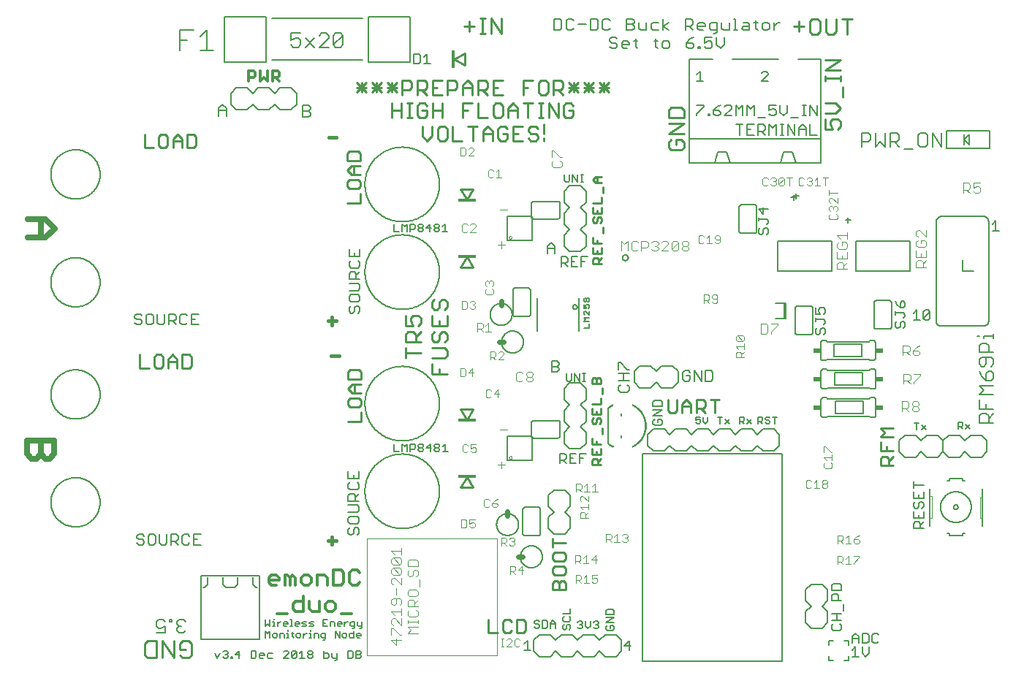
<source format=gto>
G75*
%MOIN*%
%OFA0B0*%
%FSLAX25Y25*%
%IPPOS*%
%LPD*%
%AMOC8*
5,1,8,0,0,1.08239X$1,22.5*
%
%ADD10C,0.02600*%
%ADD11C,0.00700*%
%ADD12C,0.00500*%
%ADD13C,0.00600*%
%ADD14C,0.00900*%
%ADD15C,0.01800*%
%ADD16C,0.01100*%
%ADD17C,0.00400*%
%ADD18C,0.01200*%
%ADD19C,0.01000*%
%ADD20C,0.00800*%
%ADD21C,0.00300*%
%ADD22C,0.02400*%
%ADD23C,0.00394*%
%ADD24R,0.08268X0.01181*%
%ADD25R,0.01181X0.08268*%
%ADD26R,0.03400X0.02400*%
%ADD27R,0.01181X0.07087*%
%ADD28C,0.00200*%
%ADD29C,0.00060*%
D10*
X0043288Y0151147D02*
X0041219Y0153215D01*
X0041219Y0159421D01*
X0053630Y0159421D01*
X0053630Y0153215D01*
X0051562Y0151147D01*
X0049493Y0151147D01*
X0047425Y0153215D01*
X0047425Y0159421D01*
X0047425Y0153215D02*
X0045356Y0151147D01*
X0043288Y0151147D01*
X0041335Y0252041D02*
X0049609Y0252041D01*
X0053745Y0256178D01*
X0049609Y0260314D01*
X0041335Y0260314D01*
X0047540Y0260314D02*
X0047540Y0252041D01*
D11*
X0090254Y0216344D02*
X0090254Y0215527D01*
X0091071Y0214709D01*
X0092706Y0214709D01*
X0093523Y0213892D01*
X0093523Y0213075D01*
X0092706Y0212257D01*
X0091071Y0212257D01*
X0090254Y0213075D01*
X0090254Y0216344D02*
X0091071Y0217161D01*
X0092706Y0217161D01*
X0093523Y0216344D01*
X0095410Y0216344D02*
X0095410Y0213075D01*
X0096228Y0212257D01*
X0097862Y0212257D01*
X0098680Y0213075D01*
X0098680Y0216344D01*
X0097862Y0217161D01*
X0096228Y0217161D01*
X0095410Y0216344D01*
X0100567Y0217161D02*
X0100567Y0213075D01*
X0101384Y0212257D01*
X0103019Y0212257D01*
X0103836Y0213075D01*
X0103836Y0217161D01*
X0105723Y0217161D02*
X0108175Y0217161D01*
X0108992Y0216344D01*
X0108992Y0214709D01*
X0108175Y0213892D01*
X0105723Y0213892D01*
X0107358Y0213892D02*
X0108992Y0212257D01*
X0110879Y0213075D02*
X0111697Y0212257D01*
X0113332Y0212257D01*
X0114149Y0213075D01*
X0116036Y0212257D02*
X0119305Y0212257D01*
X0117671Y0214709D02*
X0116036Y0214709D01*
X0116036Y0217161D02*
X0116036Y0212257D01*
X0114149Y0216344D02*
X0113332Y0217161D01*
X0111697Y0217161D01*
X0110879Y0216344D01*
X0110879Y0213075D01*
X0105723Y0212257D02*
X0105723Y0217161D01*
X0116036Y0217161D02*
X0119305Y0217161D01*
X0187978Y0218351D02*
X0188795Y0217533D01*
X0189612Y0217533D01*
X0190430Y0218351D01*
X0190430Y0219985D01*
X0191247Y0220803D01*
X0192064Y0220803D01*
X0192882Y0219985D01*
X0192882Y0218351D01*
X0192064Y0217533D01*
X0187978Y0218351D02*
X0187978Y0219985D01*
X0188795Y0220803D01*
X0188795Y0222690D02*
X0192064Y0222690D01*
X0192882Y0223507D01*
X0192882Y0225142D01*
X0192064Y0225959D01*
X0188795Y0225959D01*
X0187978Y0225142D01*
X0187978Y0223507D01*
X0188795Y0222690D01*
X0187978Y0227846D02*
X0192064Y0227846D01*
X0192882Y0228663D01*
X0192882Y0230298D01*
X0192064Y0231115D01*
X0187978Y0231115D01*
X0187978Y0233002D02*
X0187978Y0235455D01*
X0188795Y0236272D01*
X0190430Y0236272D01*
X0191247Y0235455D01*
X0191247Y0233002D01*
X0192882Y0233002D02*
X0187978Y0233002D01*
X0191247Y0234637D02*
X0192882Y0236272D01*
X0192064Y0238159D02*
X0192882Y0238976D01*
X0192882Y0240611D01*
X0192064Y0241428D01*
X0192882Y0243315D02*
X0187978Y0243315D01*
X0187978Y0246585D01*
X0190430Y0244950D02*
X0190430Y0243315D01*
X0192882Y0243315D02*
X0192882Y0246585D01*
X0188795Y0241428D02*
X0187978Y0240611D01*
X0187978Y0238976D01*
X0188795Y0238159D01*
X0192064Y0238159D01*
X0278518Y0244753D02*
X0278518Y0247956D01*
X0280119Y0249557D01*
X0281721Y0247956D01*
X0281721Y0244753D01*
X0281721Y0247155D02*
X0278518Y0247155D01*
X0280518Y0195557D02*
X0282920Y0195557D01*
X0283721Y0194757D01*
X0283721Y0193956D01*
X0282920Y0193155D01*
X0280518Y0193155D01*
X0280518Y0190753D02*
X0282920Y0190753D01*
X0283721Y0191554D01*
X0283721Y0192355D01*
X0282920Y0193155D01*
X0280518Y0190753D02*
X0280518Y0195557D01*
X0310844Y0195112D02*
X0310844Y0191842D01*
X0310844Y0189955D02*
X0315748Y0189955D01*
X0315748Y0191842D02*
X0314930Y0191842D01*
X0311661Y0195112D01*
X0310844Y0195112D01*
X0313296Y0189955D02*
X0313296Y0186686D01*
X0315748Y0186686D02*
X0310844Y0186686D01*
X0311661Y0184799D02*
X0310844Y0183981D01*
X0310844Y0182347D01*
X0311661Y0181529D01*
X0314930Y0181529D01*
X0315748Y0182347D01*
X0315748Y0183981D01*
X0314930Y0184799D01*
X0326628Y0177120D02*
X0326628Y0175106D01*
X0330656Y0175106D01*
X0330656Y0177120D01*
X0329985Y0177791D01*
X0327300Y0177791D01*
X0326628Y0177120D01*
X0326628Y0173441D02*
X0330656Y0173441D01*
X0326628Y0170756D01*
X0330656Y0170756D01*
X0329985Y0169091D02*
X0328642Y0169091D01*
X0328642Y0167748D01*
X0327300Y0166406D02*
X0329985Y0166406D01*
X0330656Y0167077D01*
X0330656Y0168420D01*
X0329985Y0169091D01*
X0327300Y0169091D02*
X0326628Y0168420D01*
X0326628Y0167077D01*
X0327300Y0166406D01*
X0341036Y0186436D02*
X0340218Y0187253D01*
X0340218Y0190522D01*
X0341036Y0191340D01*
X0342671Y0191340D01*
X0343488Y0190522D01*
X0343488Y0188888D02*
X0341853Y0188888D01*
X0343488Y0188888D02*
X0343488Y0187253D01*
X0342671Y0186436D01*
X0341036Y0186436D01*
X0345375Y0186436D02*
X0345375Y0191340D01*
X0348644Y0186436D01*
X0348644Y0191340D01*
X0350531Y0191340D02*
X0352983Y0191340D01*
X0353801Y0190522D01*
X0353801Y0187253D01*
X0352983Y0186436D01*
X0350531Y0186436D01*
X0350531Y0191340D01*
X0192473Y0145413D02*
X0192473Y0142143D01*
X0187569Y0142143D01*
X0187569Y0145413D01*
X0190021Y0143778D02*
X0190021Y0142143D01*
X0188386Y0140256D02*
X0187569Y0139439D01*
X0187569Y0137804D01*
X0188386Y0136987D01*
X0191656Y0136987D01*
X0192473Y0137804D01*
X0192473Y0139439D01*
X0191656Y0140256D01*
X0192473Y0135100D02*
X0190838Y0133465D01*
X0190838Y0134282D02*
X0190838Y0131830D01*
X0192473Y0131830D02*
X0187569Y0131830D01*
X0187569Y0134282D01*
X0188386Y0135100D01*
X0190021Y0135100D01*
X0190838Y0134282D01*
X0191656Y0129943D02*
X0187569Y0129943D01*
X0187569Y0126674D02*
X0191656Y0126674D01*
X0192473Y0127491D01*
X0192473Y0129126D01*
X0191656Y0129943D01*
X0191656Y0124787D02*
X0188386Y0124787D01*
X0187569Y0123970D01*
X0187569Y0122335D01*
X0188386Y0121518D01*
X0191656Y0121518D01*
X0192473Y0122335D01*
X0192473Y0123970D01*
X0191656Y0124787D01*
X0191656Y0119631D02*
X0192473Y0118813D01*
X0192473Y0117179D01*
X0191656Y0116361D01*
X0190021Y0117179D02*
X0189204Y0116361D01*
X0188386Y0116361D01*
X0187569Y0117179D01*
X0187569Y0118813D01*
X0188386Y0119631D01*
X0190021Y0118813D02*
X0190838Y0119631D01*
X0191656Y0119631D01*
X0190021Y0118813D02*
X0190021Y0117179D01*
X0120345Y0116669D02*
X0117076Y0116669D01*
X0117076Y0111765D01*
X0120345Y0111765D01*
X0118710Y0114217D02*
X0117076Y0114217D01*
X0115189Y0115851D02*
X0114371Y0116669D01*
X0112737Y0116669D01*
X0111919Y0115851D01*
X0111919Y0112582D01*
X0112737Y0111765D01*
X0114371Y0111765D01*
X0115189Y0112582D01*
X0110032Y0111765D02*
X0108398Y0113399D01*
X0109215Y0113399D02*
X0106763Y0113399D01*
X0106763Y0111765D02*
X0106763Y0116669D01*
X0109215Y0116669D01*
X0110032Y0115851D01*
X0110032Y0114217D01*
X0109215Y0113399D01*
X0104876Y0112582D02*
X0104876Y0116669D01*
X0101607Y0116669D02*
X0101607Y0112582D01*
X0102424Y0111765D01*
X0104059Y0111765D01*
X0104876Y0112582D01*
X0099720Y0112582D02*
X0099720Y0115851D01*
X0098902Y0116669D01*
X0097268Y0116669D01*
X0096450Y0115851D01*
X0096450Y0112582D01*
X0097268Y0111765D01*
X0098902Y0111765D01*
X0099720Y0112582D01*
X0094563Y0112582D02*
X0094563Y0113399D01*
X0093746Y0114217D01*
X0092111Y0114217D01*
X0091294Y0115034D01*
X0091294Y0115851D01*
X0092111Y0116669D01*
X0093746Y0116669D01*
X0094563Y0115851D01*
X0094563Y0112582D02*
X0093746Y0111765D01*
X0092111Y0111765D01*
X0091294Y0112582D01*
X0366016Y0298802D02*
X0366016Y0303606D01*
X0364415Y0303606D02*
X0367618Y0303606D01*
X0369479Y0303606D02*
X0369479Y0298802D01*
X0372682Y0298802D01*
X0374544Y0298802D02*
X0374544Y0303606D01*
X0376946Y0303606D01*
X0377746Y0302806D01*
X0377746Y0301204D01*
X0376946Y0300403D01*
X0374544Y0300403D01*
X0376145Y0300403D02*
X0377746Y0298802D01*
X0379608Y0298802D02*
X0379608Y0303606D01*
X0381209Y0302005D01*
X0382811Y0303606D01*
X0382811Y0298802D01*
X0384672Y0298802D02*
X0386274Y0298802D01*
X0385473Y0298802D02*
X0385473Y0303606D01*
X0384672Y0303606D02*
X0386274Y0303606D01*
X0388049Y0303606D02*
X0391251Y0298802D01*
X0391251Y0303606D01*
X0393113Y0302005D02*
X0394714Y0303606D01*
X0396316Y0302005D01*
X0396316Y0298802D01*
X0398177Y0298802D02*
X0401380Y0298802D01*
X0398177Y0298802D02*
X0398177Y0303606D01*
X0396316Y0301204D02*
X0393113Y0301204D01*
X0393113Y0302005D02*
X0393113Y0298802D01*
X0388049Y0298802D02*
X0388049Y0303606D01*
X0372682Y0303606D02*
X0369479Y0303606D01*
X0369479Y0301204D02*
X0371081Y0301204D01*
D12*
X0375979Y0323281D02*
X0378982Y0326284D01*
X0378982Y0327035D01*
X0378231Y0327785D01*
X0376730Y0327785D01*
X0375979Y0327035D01*
X0375979Y0323281D02*
X0378982Y0323281D01*
X0349482Y0323281D02*
X0346479Y0323281D01*
X0347980Y0323281D02*
X0347980Y0327785D01*
X0346479Y0326284D01*
X0294814Y0280846D02*
X0293646Y0280846D01*
X0294230Y0280846D02*
X0294230Y0277343D01*
X0293646Y0277343D02*
X0294814Y0277343D01*
X0292299Y0277343D02*
X0292299Y0280846D01*
X0289963Y0280846D02*
X0292299Y0277343D01*
X0289963Y0277343D02*
X0289963Y0280846D01*
X0288615Y0280846D02*
X0288615Y0277927D01*
X0288032Y0277343D01*
X0286864Y0277343D01*
X0286280Y0277927D01*
X0286280Y0280846D01*
X0231726Y0258176D02*
X0231726Y0254673D01*
X0232893Y0254673D02*
X0230558Y0254673D01*
X0229210Y0255256D02*
X0228626Y0254673D01*
X0227459Y0254673D01*
X0226875Y0255256D01*
X0226875Y0255840D01*
X0227459Y0256424D01*
X0228626Y0256424D01*
X0229210Y0255840D01*
X0229210Y0255256D01*
X0228626Y0256424D02*
X0229210Y0257008D01*
X0229210Y0257592D01*
X0228626Y0258176D01*
X0227459Y0258176D01*
X0226875Y0257592D01*
X0226875Y0257008D01*
X0227459Y0256424D01*
X0225527Y0256424D02*
X0223192Y0256424D01*
X0224943Y0258176D01*
X0224943Y0254673D01*
X0221844Y0255256D02*
X0221260Y0254673D01*
X0220092Y0254673D01*
X0219509Y0255256D01*
X0219509Y0255840D01*
X0220092Y0256424D01*
X0221260Y0256424D01*
X0221844Y0255840D01*
X0221844Y0255256D01*
X0221260Y0256424D02*
X0221844Y0257008D01*
X0221844Y0257592D01*
X0221260Y0258176D01*
X0220092Y0258176D01*
X0219509Y0257592D01*
X0219509Y0257008D01*
X0220092Y0256424D01*
X0218161Y0256424D02*
X0217577Y0255840D01*
X0215825Y0255840D01*
X0215825Y0254673D02*
X0215825Y0258176D01*
X0217577Y0258176D01*
X0218161Y0257592D01*
X0218161Y0256424D01*
X0214478Y0258176D02*
X0214478Y0254673D01*
X0212142Y0254673D02*
X0212142Y0258176D01*
X0213310Y0257008D01*
X0214478Y0258176D01*
X0210795Y0254673D02*
X0208459Y0254673D01*
X0208459Y0258176D01*
X0230558Y0257008D02*
X0231726Y0258176D01*
X0170421Y0307829D02*
X0169503Y0306912D01*
X0166751Y0306912D01*
X0166751Y0312416D01*
X0169503Y0312416D01*
X0170421Y0311499D01*
X0170421Y0310581D01*
X0169503Y0309664D01*
X0166751Y0309664D01*
X0169503Y0309664D02*
X0170421Y0308747D01*
X0170421Y0307829D01*
X0131977Y0307279D02*
X0131977Y0310949D01*
X0130142Y0312784D01*
X0128307Y0310949D01*
X0128307Y0307279D01*
X0128307Y0310032D02*
X0131977Y0310032D01*
X0131156Y0332184D02*
X0150053Y0332184D01*
X0150053Y0352657D01*
X0131156Y0352657D01*
X0131156Y0332184D01*
X0152809Y0332972D02*
X0194148Y0332972D01*
X0196904Y0332184D02*
X0215801Y0332184D01*
X0215801Y0352657D01*
X0196904Y0352657D01*
X0196904Y0332184D01*
X0217427Y0331203D02*
X0219679Y0331203D01*
X0220430Y0331954D01*
X0220430Y0334956D01*
X0219679Y0335707D01*
X0217427Y0335707D01*
X0217427Y0331203D01*
X0222031Y0331203D02*
X0225034Y0331203D01*
X0223532Y0331203D02*
X0223532Y0335707D01*
X0222031Y0334206D01*
X0194148Y0351869D02*
X0152809Y0351869D01*
X0374647Y0264899D02*
X0376899Y0262647D01*
X0376899Y0265650D01*
X0379151Y0264899D02*
X0374647Y0264899D01*
X0374647Y0261046D02*
X0374647Y0259545D01*
X0374647Y0260295D02*
X0378401Y0260295D01*
X0379151Y0259545D01*
X0379151Y0258794D01*
X0378401Y0258043D01*
X0378401Y0256442D02*
X0379151Y0255691D01*
X0379151Y0254190D01*
X0378401Y0253439D01*
X0376899Y0254190D02*
X0376899Y0255691D01*
X0377650Y0256442D01*
X0378401Y0256442D01*
X0376899Y0254190D02*
X0376149Y0253439D01*
X0375398Y0253439D01*
X0374647Y0254190D01*
X0374647Y0255691D01*
X0375398Y0256442D01*
X0390789Y0269032D02*
X0390789Y0271532D01*
X0390559Y0270893D02*
X0393059Y0270893D01*
X0392039Y0270282D02*
X0389539Y0270282D01*
X0391809Y0269643D02*
X0391809Y0272143D01*
X0414369Y0259877D02*
X0416869Y0259877D01*
X0415619Y0261127D02*
X0415619Y0258627D01*
X0467678Y0241657D02*
X0467678Y0236657D01*
X0472678Y0236657D01*
X0452927Y0218161D02*
X0452176Y0218911D01*
X0450675Y0218911D01*
X0449924Y0218161D01*
X0449924Y0215158D01*
X0452927Y0218161D01*
X0452927Y0215158D01*
X0452176Y0214407D01*
X0450675Y0214407D01*
X0449924Y0215158D01*
X0448323Y0214407D02*
X0445320Y0214407D01*
X0446821Y0214407D02*
X0446821Y0218911D01*
X0445320Y0217410D01*
X0441589Y0216803D02*
X0440839Y0217554D01*
X0437086Y0217554D01*
X0437086Y0218304D02*
X0437086Y0216803D01*
X0437836Y0213700D02*
X0437086Y0212950D01*
X0437086Y0211449D01*
X0437836Y0210698D01*
X0438587Y0210698D01*
X0439337Y0211449D01*
X0439337Y0212950D01*
X0440088Y0213700D01*
X0440839Y0213700D01*
X0441589Y0212950D01*
X0441589Y0211449D01*
X0440839Y0210698D01*
X0440839Y0215302D02*
X0441589Y0216052D01*
X0441589Y0216803D01*
X0440839Y0219906D02*
X0441589Y0220656D01*
X0441589Y0222158D01*
X0440839Y0222908D01*
X0440088Y0222908D01*
X0439337Y0222158D01*
X0439337Y0219906D01*
X0440839Y0219906D01*
X0439337Y0219906D02*
X0437836Y0221407D01*
X0437086Y0222908D01*
X0405156Y0219158D02*
X0405156Y0217656D01*
X0404406Y0216906D01*
X0402904Y0216906D02*
X0402154Y0218407D01*
X0402154Y0219158D01*
X0402904Y0219908D01*
X0404406Y0219908D01*
X0405156Y0219158D01*
X0402904Y0216906D02*
X0400652Y0216906D01*
X0400652Y0219908D01*
X0400652Y0215304D02*
X0400652Y0213803D01*
X0400652Y0214554D02*
X0404406Y0214554D01*
X0405156Y0213803D01*
X0405156Y0213052D01*
X0404406Y0212302D01*
X0404406Y0210700D02*
X0405156Y0209950D01*
X0405156Y0208449D01*
X0404406Y0207698D01*
X0402904Y0208449D02*
X0402154Y0207698D01*
X0401403Y0207698D01*
X0400652Y0208449D01*
X0400652Y0209950D01*
X0401403Y0210700D01*
X0402904Y0209950D02*
X0403655Y0210700D01*
X0404406Y0210700D01*
X0402904Y0209950D02*
X0402904Y0208449D01*
X0383029Y0170107D02*
X0381027Y0170107D01*
X0382028Y0170107D02*
X0382028Y0167105D01*
X0379806Y0167605D02*
X0379306Y0167105D01*
X0378305Y0167105D01*
X0377805Y0167605D01*
X0378305Y0168606D02*
X0377805Y0169106D01*
X0377805Y0169607D01*
X0378305Y0170107D01*
X0379306Y0170107D01*
X0379806Y0169607D01*
X0379306Y0168606D02*
X0379806Y0168106D01*
X0379806Y0167605D01*
X0379306Y0168606D02*
X0378305Y0168606D01*
X0376584Y0168606D02*
X0376083Y0168106D01*
X0374582Y0168106D01*
X0375583Y0168106D02*
X0376584Y0167105D01*
X0376584Y0168606D02*
X0376584Y0169607D01*
X0376083Y0170107D01*
X0374582Y0170107D01*
X0374582Y0167105D01*
X0371411Y0167059D02*
X0369409Y0169061D01*
X0368188Y0169561D02*
X0368188Y0168561D01*
X0367688Y0168060D01*
X0366187Y0168060D01*
X0367187Y0168060D02*
X0368188Y0167059D01*
X0369409Y0167059D02*
X0371411Y0169061D01*
X0368188Y0169561D02*
X0367688Y0170062D01*
X0366187Y0170062D01*
X0366187Y0167059D01*
X0361406Y0167094D02*
X0359405Y0169096D01*
X0358184Y0170096D02*
X0356182Y0170096D01*
X0357183Y0170096D02*
X0357183Y0167094D01*
X0359405Y0167094D02*
X0361406Y0169096D01*
X0351398Y0168134D02*
X0350397Y0167133D01*
X0349397Y0168134D01*
X0349397Y0170136D01*
X0348175Y0170136D02*
X0346174Y0170136D01*
X0346174Y0168634D01*
X0347175Y0169135D01*
X0347675Y0169135D01*
X0348175Y0168634D01*
X0348175Y0167634D01*
X0347675Y0167133D01*
X0346674Y0167133D01*
X0346174Y0167634D01*
X0351398Y0168134D02*
X0351398Y0170136D01*
X0321828Y0153531D02*
X0321828Y0058649D01*
X0385607Y0058649D01*
X0385607Y0153531D01*
X0321828Y0153531D01*
X0295720Y0186409D02*
X0294553Y0186409D01*
X0295136Y0186409D02*
X0295136Y0189912D01*
X0294553Y0189912D02*
X0295720Y0189912D01*
X0293205Y0189912D02*
X0293205Y0186409D01*
X0290869Y0189912D01*
X0290869Y0186409D01*
X0289522Y0186993D02*
X0289522Y0189912D01*
X0287186Y0189912D02*
X0287186Y0186993D01*
X0287770Y0186409D01*
X0288938Y0186409D01*
X0289522Y0186993D01*
X0231812Y0157789D02*
X0231812Y0154286D01*
X0230644Y0154286D02*
X0232980Y0154286D01*
X0230644Y0156621D02*
X0231812Y0157789D01*
X0229296Y0157205D02*
X0229296Y0156621D01*
X0228713Y0156037D01*
X0227545Y0156037D01*
X0226961Y0156621D01*
X0226961Y0157205D01*
X0227545Y0157789D01*
X0228713Y0157789D01*
X0229296Y0157205D01*
X0228713Y0156037D02*
X0229296Y0155454D01*
X0229296Y0154870D01*
X0228713Y0154286D01*
X0227545Y0154286D01*
X0226961Y0154870D01*
X0226961Y0155454D01*
X0227545Y0156037D01*
X0225613Y0156037D02*
X0223278Y0156037D01*
X0225030Y0157789D01*
X0225030Y0154286D01*
X0221930Y0154870D02*
X0221346Y0154286D01*
X0220179Y0154286D01*
X0219595Y0154870D01*
X0219595Y0155454D01*
X0220179Y0156037D01*
X0221346Y0156037D01*
X0221930Y0155454D01*
X0221930Y0154870D01*
X0221346Y0156037D02*
X0221930Y0156621D01*
X0221930Y0157205D01*
X0221346Y0157789D01*
X0220179Y0157789D01*
X0219595Y0157205D01*
X0219595Y0156621D01*
X0220179Y0156037D01*
X0218247Y0156037D02*
X0217663Y0155454D01*
X0215912Y0155454D01*
X0215912Y0154286D02*
X0215912Y0157789D01*
X0217663Y0157789D01*
X0218247Y0157205D01*
X0218247Y0156037D01*
X0214564Y0157789D02*
X0214564Y0154286D01*
X0212229Y0154286D02*
X0212229Y0157789D01*
X0213396Y0156621D01*
X0214564Y0157789D01*
X0210881Y0154286D02*
X0208545Y0154286D01*
X0208545Y0157789D01*
X0285406Y0080497D02*
X0288909Y0080497D01*
X0288909Y0082833D01*
X0288326Y0079149D02*
X0288909Y0078566D01*
X0288909Y0077398D01*
X0288326Y0076814D01*
X0285990Y0076814D01*
X0285406Y0077398D01*
X0285406Y0078566D01*
X0285990Y0079149D01*
X0285990Y0075466D02*
X0285406Y0074882D01*
X0285406Y0073715D01*
X0285990Y0073131D01*
X0286574Y0073131D01*
X0287158Y0073715D01*
X0287158Y0074882D01*
X0287742Y0075466D01*
X0288326Y0075466D01*
X0288909Y0074882D01*
X0288909Y0073715D01*
X0288326Y0073131D01*
X0292070Y0074140D02*
X0292654Y0073556D01*
X0293821Y0073556D01*
X0294405Y0074140D01*
X0294405Y0074724D01*
X0293821Y0075308D01*
X0293238Y0075308D01*
X0293821Y0075308D02*
X0294405Y0075892D01*
X0294405Y0076475D01*
X0293821Y0077059D01*
X0292654Y0077059D01*
X0292070Y0076475D01*
X0295753Y0077059D02*
X0295753Y0074724D01*
X0296921Y0073556D01*
X0298088Y0074724D01*
X0298088Y0077059D01*
X0299436Y0076475D02*
X0300020Y0077059D01*
X0301188Y0077059D01*
X0301771Y0076475D01*
X0301771Y0075892D01*
X0301188Y0075308D01*
X0301771Y0074724D01*
X0301771Y0074140D01*
X0301188Y0073556D01*
X0300020Y0073556D01*
X0299436Y0074140D01*
X0300604Y0075308D02*
X0301188Y0075308D01*
X0305249Y0074418D02*
X0305249Y0073250D01*
X0305833Y0072667D01*
X0308169Y0072667D01*
X0308752Y0073250D01*
X0308752Y0074418D01*
X0308169Y0075002D01*
X0307001Y0075002D01*
X0307001Y0073834D01*
X0305833Y0075002D02*
X0305249Y0074418D01*
X0305249Y0076350D02*
X0308752Y0078685D01*
X0305249Y0078685D01*
X0305249Y0080033D02*
X0305249Y0081784D01*
X0305833Y0082368D01*
X0308169Y0082368D01*
X0308752Y0081784D01*
X0308752Y0080033D01*
X0305249Y0080033D01*
X0305249Y0076350D02*
X0308752Y0076350D01*
X0315638Y0068041D02*
X0313386Y0065789D01*
X0316389Y0065789D01*
X0315638Y0063537D02*
X0315638Y0068041D01*
X0282100Y0073797D02*
X0282100Y0076132D01*
X0280932Y0077300D01*
X0279764Y0076132D01*
X0279764Y0073797D01*
X0278417Y0074381D02*
X0278417Y0076716D01*
X0277833Y0077300D01*
X0276081Y0077300D01*
X0276081Y0073797D01*
X0277833Y0073797D01*
X0278417Y0074381D01*
X0279764Y0075549D02*
X0282100Y0075549D01*
X0274733Y0074965D02*
X0274733Y0074381D01*
X0274150Y0073797D01*
X0272982Y0073797D01*
X0272398Y0074381D01*
X0272982Y0075549D02*
X0274150Y0075549D01*
X0274733Y0074965D01*
X0274733Y0076716D02*
X0274150Y0077300D01*
X0272982Y0077300D01*
X0272398Y0076716D01*
X0272398Y0076132D01*
X0272982Y0075549D01*
X0269387Y0068041D02*
X0269387Y0063537D01*
X0267886Y0063537D02*
X0270889Y0063537D01*
X0267886Y0066540D02*
X0269387Y0068041D01*
X0193845Y0074173D02*
X0193344Y0073673D01*
X0192844Y0073673D01*
X0193845Y0074173D02*
X0193845Y0076676D01*
X0191843Y0076676D02*
X0191843Y0075174D01*
X0192344Y0074674D01*
X0193845Y0074674D01*
X0190622Y0074674D02*
X0189121Y0074674D01*
X0188620Y0075174D01*
X0188620Y0076175D01*
X0189121Y0076676D01*
X0190622Y0076676D01*
X0190622Y0074173D01*
X0190122Y0073673D01*
X0189621Y0073673D01*
X0190085Y0072426D02*
X0190085Y0069424D01*
X0188584Y0069424D01*
X0188083Y0069924D01*
X0188083Y0070925D01*
X0188584Y0071426D01*
X0190085Y0071426D01*
X0191306Y0070925D02*
X0191806Y0071426D01*
X0192807Y0071426D01*
X0193308Y0070925D01*
X0193308Y0070425D01*
X0191306Y0070425D01*
X0191306Y0070925D02*
X0191306Y0069924D01*
X0191806Y0069424D01*
X0192807Y0069424D01*
X0186862Y0069924D02*
X0186862Y0070925D01*
X0186362Y0071426D01*
X0185361Y0071426D01*
X0184860Y0070925D01*
X0184860Y0069924D01*
X0185361Y0069424D01*
X0186362Y0069424D01*
X0186862Y0069924D01*
X0183639Y0069424D02*
X0183639Y0072426D01*
X0181638Y0072426D02*
X0183639Y0069424D01*
X0181638Y0069424D02*
X0181638Y0072426D01*
X0181491Y0074674D02*
X0181491Y0076175D01*
X0180991Y0076676D01*
X0179489Y0076676D01*
X0179489Y0074674D01*
X0178268Y0074674D02*
X0176266Y0074674D01*
X0176266Y0077676D01*
X0178268Y0077676D01*
X0177267Y0076175D02*
X0176266Y0076175D01*
X0171823Y0076676D02*
X0170321Y0076676D01*
X0169821Y0076175D01*
X0170321Y0075675D01*
X0171322Y0075675D01*
X0171823Y0075174D01*
X0171322Y0074674D01*
X0169821Y0074674D01*
X0168600Y0075174D02*
X0168100Y0075675D01*
X0167099Y0075675D01*
X0166598Y0076175D01*
X0167099Y0076676D01*
X0168600Y0076676D01*
X0168600Y0075174D02*
X0168100Y0074674D01*
X0166598Y0074674D01*
X0165377Y0075675D02*
X0163376Y0075675D01*
X0163376Y0076175D02*
X0163876Y0076676D01*
X0164877Y0076676D01*
X0165377Y0076175D01*
X0165377Y0075675D01*
X0164877Y0074674D02*
X0163876Y0074674D01*
X0163376Y0075174D01*
X0163376Y0076175D01*
X0162228Y0074674D02*
X0161227Y0074674D01*
X0161727Y0074674D02*
X0161727Y0077676D01*
X0161227Y0077676D01*
X0160006Y0076175D02*
X0159506Y0076676D01*
X0158505Y0076676D01*
X0158004Y0076175D01*
X0158004Y0075174D01*
X0158505Y0074674D01*
X0159506Y0074674D01*
X0160006Y0075675D02*
X0158004Y0075675D01*
X0156820Y0076676D02*
X0156319Y0076676D01*
X0155319Y0075675D01*
X0155319Y0074674D02*
X0155319Y0076676D01*
X0153671Y0076676D02*
X0153671Y0074674D01*
X0154171Y0074674D02*
X0153170Y0074674D01*
X0151949Y0074674D02*
X0151949Y0077676D01*
X0153170Y0076676D02*
X0153671Y0076676D01*
X0153671Y0077676D02*
X0153671Y0078177D01*
X0150948Y0075675D02*
X0151949Y0074674D01*
X0150948Y0075675D02*
X0149947Y0074674D01*
X0149947Y0077676D01*
X0160006Y0076175D02*
X0160006Y0075675D01*
X0160116Y0072927D02*
X0160116Y0072426D01*
X0160116Y0071426D02*
X0160116Y0069424D01*
X0159616Y0069424D02*
X0160616Y0069424D01*
X0162265Y0069924D02*
X0162765Y0069424D01*
X0162265Y0069924D02*
X0162265Y0071926D01*
X0161764Y0071426D02*
X0162765Y0071426D01*
X0163913Y0070925D02*
X0163913Y0069924D01*
X0164413Y0069424D01*
X0165414Y0069424D01*
X0165914Y0069924D01*
X0165914Y0070925D01*
X0165414Y0071426D01*
X0164413Y0071426D01*
X0163913Y0070925D01*
X0167135Y0070425D02*
X0168136Y0071426D01*
X0168637Y0071426D01*
X0169821Y0071426D02*
X0170321Y0071426D01*
X0170321Y0069424D01*
X0169821Y0069424D02*
X0170822Y0069424D01*
X0171970Y0069424D02*
X0171970Y0071426D01*
X0173471Y0071426D01*
X0173971Y0070925D01*
X0173971Y0069424D01*
X0175192Y0069924D02*
X0175693Y0069424D01*
X0177194Y0069424D01*
X0177194Y0068923D02*
X0177194Y0071426D01*
X0175693Y0071426D01*
X0175192Y0070925D01*
X0175192Y0069924D01*
X0176193Y0068423D02*
X0176694Y0068423D01*
X0177194Y0068923D01*
X0170321Y0072426D02*
X0170321Y0072927D01*
X0167135Y0071426D02*
X0167135Y0069424D01*
X0160116Y0071426D02*
X0159616Y0071426D01*
X0158395Y0070925D02*
X0158395Y0069424D01*
X0158395Y0070925D02*
X0157894Y0071426D01*
X0156393Y0071426D01*
X0156393Y0069424D01*
X0155172Y0069924D02*
X0155172Y0070925D01*
X0154671Y0071426D01*
X0153671Y0071426D01*
X0153170Y0070925D01*
X0153170Y0069924D01*
X0153671Y0069424D01*
X0154671Y0069424D01*
X0155172Y0069924D01*
X0151949Y0069424D02*
X0151949Y0072426D01*
X0150948Y0071426D01*
X0149947Y0072426D01*
X0149947Y0069424D01*
X0182712Y0075174D02*
X0182712Y0076175D01*
X0183212Y0076676D01*
X0184213Y0076676D01*
X0184714Y0076175D01*
X0184714Y0075675D01*
X0182712Y0075675D01*
X0182712Y0075174D02*
X0183212Y0074674D01*
X0184213Y0074674D01*
X0185935Y0074674D02*
X0185935Y0076676D01*
X0186936Y0076676D02*
X0187436Y0076676D01*
X0186936Y0076676D02*
X0185935Y0075675D01*
X0408117Y0074872D02*
X0408117Y0073371D01*
X0408867Y0072620D01*
X0411870Y0072620D01*
X0412621Y0073371D01*
X0412621Y0074872D01*
X0411870Y0075623D01*
X0412621Y0077224D02*
X0408117Y0077224D01*
X0408867Y0075623D02*
X0408117Y0074872D01*
X0410369Y0077224D02*
X0410369Y0080226D01*
X0408117Y0080226D02*
X0412621Y0080226D01*
X0413371Y0081828D02*
X0413371Y0084830D01*
X0412621Y0086432D02*
X0408117Y0086432D01*
X0408117Y0088684D01*
X0408867Y0089434D01*
X0410369Y0089434D01*
X0411119Y0088684D01*
X0411119Y0086432D01*
X0412621Y0091036D02*
X0412621Y0093288D01*
X0411870Y0094038D01*
X0408867Y0094038D01*
X0408117Y0093288D01*
X0408117Y0091036D01*
X0412621Y0091036D01*
X0418919Y0071373D02*
X0420420Y0069872D01*
X0420420Y0066869D01*
X0422022Y0066869D02*
X0424274Y0066869D01*
X0425024Y0067620D01*
X0425024Y0070622D01*
X0424274Y0071373D01*
X0422022Y0071373D01*
X0422022Y0066869D01*
X0422049Y0065240D02*
X0422049Y0062238D01*
X0423550Y0060736D01*
X0425051Y0062238D01*
X0425051Y0065240D01*
X0427376Y0066869D02*
X0428878Y0066869D01*
X0429628Y0067620D01*
X0427376Y0066869D02*
X0426626Y0067620D01*
X0426626Y0070622D01*
X0427376Y0071373D01*
X0428878Y0071373D01*
X0429628Y0070622D01*
X0420420Y0069121D02*
X0417418Y0069121D01*
X0417418Y0069872D02*
X0417418Y0066869D01*
X0418946Y0065240D02*
X0418946Y0060736D01*
X0417445Y0060736D02*
X0420447Y0060736D01*
X0417445Y0063739D02*
X0418946Y0065240D01*
X0417418Y0069872D02*
X0418919Y0071373D01*
X0445475Y0119281D02*
X0445475Y0121533D01*
X0446226Y0122284D01*
X0447727Y0122284D01*
X0448478Y0121533D01*
X0448478Y0119281D01*
X0449979Y0119281D02*
X0445475Y0119281D01*
X0448478Y0120783D02*
X0449979Y0122284D01*
X0449979Y0123885D02*
X0449979Y0126888D01*
X0449228Y0128489D02*
X0449979Y0129240D01*
X0449979Y0130741D01*
X0449228Y0131492D01*
X0448478Y0131492D01*
X0447727Y0130741D01*
X0447727Y0129240D01*
X0446977Y0128489D01*
X0446226Y0128489D01*
X0445475Y0129240D01*
X0445475Y0130741D01*
X0446226Y0131492D01*
X0445475Y0133093D02*
X0449979Y0133093D01*
X0449979Y0136096D01*
X0447727Y0134594D02*
X0447727Y0133093D01*
X0445475Y0133093D02*
X0445475Y0136096D01*
X0445475Y0137697D02*
X0445475Y0140700D01*
X0445475Y0139198D02*
X0449979Y0139198D01*
X0445475Y0126888D02*
X0445475Y0123885D01*
X0449979Y0123885D01*
X0447727Y0123885D02*
X0447727Y0125387D01*
X0446877Y0164315D02*
X0446877Y0167318D01*
X0445876Y0167318D02*
X0447878Y0167318D01*
X0449099Y0166317D02*
X0451101Y0164315D01*
X0449099Y0164315D02*
X0451101Y0166317D01*
X0465928Y0165747D02*
X0467429Y0165747D01*
X0467930Y0166248D01*
X0467930Y0167249D01*
X0467429Y0167749D01*
X0465928Y0167749D01*
X0465928Y0164747D01*
X0466929Y0165747D02*
X0467930Y0164747D01*
X0469151Y0164747D02*
X0471153Y0166748D01*
X0471153Y0164747D02*
X0469151Y0166748D01*
X0481328Y0255107D02*
X0484331Y0255107D01*
X0482829Y0255107D02*
X0482829Y0259611D01*
X0481328Y0258110D01*
D13*
X0479678Y0259157D02*
X0479678Y0214157D01*
X0479676Y0214059D01*
X0479670Y0213961D01*
X0479661Y0213863D01*
X0479647Y0213766D01*
X0479630Y0213669D01*
X0479609Y0213573D01*
X0479584Y0213478D01*
X0479556Y0213384D01*
X0479523Y0213292D01*
X0479488Y0213200D01*
X0479448Y0213110D01*
X0479406Y0213022D01*
X0479359Y0212935D01*
X0479310Y0212851D01*
X0479257Y0212768D01*
X0479201Y0212688D01*
X0479141Y0212609D01*
X0479079Y0212533D01*
X0479014Y0212460D01*
X0478946Y0212389D01*
X0478875Y0212321D01*
X0478802Y0212256D01*
X0478726Y0212194D01*
X0478647Y0212134D01*
X0478567Y0212078D01*
X0478484Y0212025D01*
X0478400Y0211976D01*
X0478313Y0211929D01*
X0478225Y0211887D01*
X0478135Y0211847D01*
X0478043Y0211812D01*
X0477951Y0211779D01*
X0477857Y0211751D01*
X0477762Y0211726D01*
X0477666Y0211705D01*
X0477569Y0211688D01*
X0477472Y0211674D01*
X0477374Y0211665D01*
X0477276Y0211659D01*
X0477178Y0211657D01*
X0458178Y0211657D01*
X0458080Y0211659D01*
X0457982Y0211665D01*
X0457884Y0211674D01*
X0457787Y0211688D01*
X0457690Y0211705D01*
X0457594Y0211726D01*
X0457499Y0211751D01*
X0457405Y0211779D01*
X0457313Y0211812D01*
X0457221Y0211847D01*
X0457131Y0211887D01*
X0457043Y0211929D01*
X0456956Y0211976D01*
X0456872Y0212025D01*
X0456789Y0212078D01*
X0456709Y0212134D01*
X0456630Y0212194D01*
X0456554Y0212256D01*
X0456481Y0212321D01*
X0456410Y0212389D01*
X0456342Y0212460D01*
X0456277Y0212533D01*
X0456215Y0212609D01*
X0456155Y0212688D01*
X0456099Y0212768D01*
X0456046Y0212851D01*
X0455997Y0212935D01*
X0455950Y0213022D01*
X0455908Y0213110D01*
X0455868Y0213200D01*
X0455833Y0213292D01*
X0455800Y0213384D01*
X0455772Y0213478D01*
X0455747Y0213573D01*
X0455726Y0213669D01*
X0455709Y0213766D01*
X0455695Y0213863D01*
X0455686Y0213961D01*
X0455680Y0214059D01*
X0455678Y0214157D01*
X0455678Y0259157D01*
X0455680Y0259255D01*
X0455686Y0259353D01*
X0455695Y0259451D01*
X0455709Y0259548D01*
X0455726Y0259645D01*
X0455747Y0259741D01*
X0455772Y0259836D01*
X0455800Y0259930D01*
X0455833Y0260022D01*
X0455868Y0260114D01*
X0455908Y0260204D01*
X0455950Y0260292D01*
X0455997Y0260379D01*
X0456046Y0260463D01*
X0456099Y0260546D01*
X0456155Y0260626D01*
X0456215Y0260705D01*
X0456277Y0260781D01*
X0456342Y0260854D01*
X0456410Y0260925D01*
X0456481Y0260993D01*
X0456554Y0261058D01*
X0456630Y0261120D01*
X0456709Y0261180D01*
X0456789Y0261236D01*
X0456872Y0261289D01*
X0456956Y0261338D01*
X0457043Y0261385D01*
X0457131Y0261427D01*
X0457221Y0261467D01*
X0457313Y0261502D01*
X0457405Y0261535D01*
X0457499Y0261563D01*
X0457594Y0261588D01*
X0457690Y0261609D01*
X0457787Y0261626D01*
X0457884Y0261640D01*
X0457982Y0261649D01*
X0458080Y0261655D01*
X0458178Y0261657D01*
X0477178Y0261657D01*
X0477276Y0261655D01*
X0477374Y0261649D01*
X0477472Y0261640D01*
X0477569Y0261626D01*
X0477666Y0261609D01*
X0477762Y0261588D01*
X0477857Y0261563D01*
X0477951Y0261535D01*
X0478043Y0261502D01*
X0478135Y0261467D01*
X0478225Y0261427D01*
X0478313Y0261385D01*
X0478400Y0261338D01*
X0478484Y0261289D01*
X0478567Y0261236D01*
X0478647Y0261180D01*
X0478726Y0261120D01*
X0478802Y0261058D01*
X0478875Y0260993D01*
X0478946Y0260925D01*
X0479014Y0260854D01*
X0479079Y0260781D01*
X0479141Y0260705D01*
X0479201Y0260626D01*
X0479257Y0260546D01*
X0479310Y0260463D01*
X0479359Y0260379D01*
X0479406Y0260292D01*
X0479448Y0260204D01*
X0479488Y0260114D01*
X0479523Y0260022D01*
X0479556Y0259930D01*
X0479584Y0259836D01*
X0479609Y0259741D01*
X0479630Y0259645D01*
X0479647Y0259548D01*
X0479661Y0259451D01*
X0479670Y0259353D01*
X0479676Y0259255D01*
X0479678Y0259157D01*
X0443639Y0250346D02*
X0419040Y0250346D01*
X0419040Y0236724D01*
X0443639Y0236724D01*
X0443639Y0250346D01*
X0408206Y0250369D02*
X0408206Y0236747D01*
X0383607Y0236747D01*
X0383607Y0250369D01*
X0408206Y0250369D01*
X0387013Y0222075D02*
X0382446Y0222075D01*
X0382446Y0214988D02*
X0387013Y0214988D01*
X0404076Y0205031D02*
X0405576Y0205031D01*
X0406076Y0204531D01*
X0425076Y0204531D01*
X0425576Y0205031D01*
X0427076Y0205031D01*
X0427136Y0205029D01*
X0427197Y0205024D01*
X0427256Y0205015D01*
X0427315Y0205002D01*
X0427374Y0204986D01*
X0427431Y0204966D01*
X0427486Y0204943D01*
X0427541Y0204916D01*
X0427593Y0204887D01*
X0427644Y0204854D01*
X0427693Y0204818D01*
X0427739Y0204780D01*
X0427783Y0204738D01*
X0427825Y0204694D01*
X0427863Y0204648D01*
X0427899Y0204599D01*
X0427932Y0204548D01*
X0427961Y0204496D01*
X0427988Y0204441D01*
X0428011Y0204386D01*
X0428031Y0204329D01*
X0428047Y0204270D01*
X0428060Y0204211D01*
X0428069Y0204152D01*
X0428074Y0204091D01*
X0428076Y0204031D01*
X0428076Y0197031D01*
X0428074Y0196971D01*
X0428069Y0196910D01*
X0428060Y0196851D01*
X0428047Y0196792D01*
X0428031Y0196733D01*
X0428011Y0196676D01*
X0427988Y0196621D01*
X0427961Y0196566D01*
X0427932Y0196514D01*
X0427899Y0196463D01*
X0427863Y0196414D01*
X0427825Y0196368D01*
X0427783Y0196324D01*
X0427739Y0196282D01*
X0427693Y0196244D01*
X0427644Y0196208D01*
X0427593Y0196175D01*
X0427541Y0196146D01*
X0427486Y0196119D01*
X0427431Y0196096D01*
X0427374Y0196076D01*
X0427315Y0196060D01*
X0427256Y0196047D01*
X0427197Y0196038D01*
X0427136Y0196033D01*
X0427076Y0196031D01*
X0425576Y0196031D01*
X0425076Y0196531D01*
X0406076Y0196531D01*
X0405576Y0196031D01*
X0404076Y0196031D01*
X0404016Y0196033D01*
X0403955Y0196038D01*
X0403896Y0196047D01*
X0403837Y0196060D01*
X0403778Y0196076D01*
X0403721Y0196096D01*
X0403666Y0196119D01*
X0403611Y0196146D01*
X0403559Y0196175D01*
X0403508Y0196208D01*
X0403459Y0196244D01*
X0403413Y0196282D01*
X0403369Y0196324D01*
X0403327Y0196368D01*
X0403289Y0196414D01*
X0403253Y0196463D01*
X0403220Y0196514D01*
X0403191Y0196566D01*
X0403164Y0196621D01*
X0403141Y0196676D01*
X0403121Y0196733D01*
X0403105Y0196792D01*
X0403092Y0196851D01*
X0403083Y0196910D01*
X0403078Y0196971D01*
X0403076Y0197031D01*
X0403076Y0204031D01*
X0403078Y0204091D01*
X0403083Y0204152D01*
X0403092Y0204211D01*
X0403105Y0204270D01*
X0403121Y0204329D01*
X0403141Y0204386D01*
X0403164Y0204441D01*
X0403191Y0204496D01*
X0403220Y0204548D01*
X0403253Y0204599D01*
X0403289Y0204648D01*
X0403327Y0204694D01*
X0403369Y0204738D01*
X0403413Y0204780D01*
X0403459Y0204818D01*
X0403508Y0204854D01*
X0403559Y0204887D01*
X0403611Y0204916D01*
X0403666Y0204943D01*
X0403721Y0204966D01*
X0403778Y0204986D01*
X0403837Y0205002D01*
X0403896Y0205015D01*
X0403955Y0205024D01*
X0404016Y0205029D01*
X0404076Y0205031D01*
X0404229Y0192031D02*
X0405729Y0192031D01*
X0406229Y0191531D01*
X0425229Y0191531D01*
X0425729Y0192031D01*
X0427229Y0192031D01*
X0427289Y0192029D01*
X0427350Y0192024D01*
X0427409Y0192015D01*
X0427468Y0192002D01*
X0427527Y0191986D01*
X0427584Y0191966D01*
X0427639Y0191943D01*
X0427694Y0191916D01*
X0427746Y0191887D01*
X0427797Y0191854D01*
X0427846Y0191818D01*
X0427892Y0191780D01*
X0427936Y0191738D01*
X0427978Y0191694D01*
X0428016Y0191648D01*
X0428052Y0191599D01*
X0428085Y0191548D01*
X0428114Y0191496D01*
X0428141Y0191441D01*
X0428164Y0191386D01*
X0428184Y0191329D01*
X0428200Y0191270D01*
X0428213Y0191211D01*
X0428222Y0191152D01*
X0428227Y0191091D01*
X0428229Y0191031D01*
X0428229Y0184031D01*
X0428227Y0183971D01*
X0428222Y0183910D01*
X0428213Y0183851D01*
X0428200Y0183792D01*
X0428184Y0183733D01*
X0428164Y0183676D01*
X0428141Y0183621D01*
X0428114Y0183566D01*
X0428085Y0183514D01*
X0428052Y0183463D01*
X0428016Y0183414D01*
X0427978Y0183368D01*
X0427936Y0183324D01*
X0427892Y0183282D01*
X0427846Y0183244D01*
X0427797Y0183208D01*
X0427746Y0183175D01*
X0427694Y0183146D01*
X0427639Y0183119D01*
X0427584Y0183096D01*
X0427527Y0183076D01*
X0427468Y0183060D01*
X0427409Y0183047D01*
X0427350Y0183038D01*
X0427289Y0183033D01*
X0427229Y0183031D01*
X0425729Y0183031D01*
X0425229Y0183531D01*
X0406229Y0183531D01*
X0405729Y0183031D01*
X0404229Y0183031D01*
X0404169Y0183033D01*
X0404108Y0183038D01*
X0404049Y0183047D01*
X0403990Y0183060D01*
X0403931Y0183076D01*
X0403874Y0183096D01*
X0403819Y0183119D01*
X0403764Y0183146D01*
X0403712Y0183175D01*
X0403661Y0183208D01*
X0403612Y0183244D01*
X0403566Y0183282D01*
X0403522Y0183324D01*
X0403480Y0183368D01*
X0403442Y0183414D01*
X0403406Y0183463D01*
X0403373Y0183514D01*
X0403344Y0183566D01*
X0403317Y0183621D01*
X0403294Y0183676D01*
X0403274Y0183733D01*
X0403258Y0183792D01*
X0403245Y0183851D01*
X0403236Y0183910D01*
X0403231Y0183971D01*
X0403229Y0184031D01*
X0403229Y0191031D01*
X0403231Y0191091D01*
X0403236Y0191152D01*
X0403245Y0191211D01*
X0403258Y0191270D01*
X0403274Y0191329D01*
X0403294Y0191386D01*
X0403317Y0191441D01*
X0403344Y0191496D01*
X0403373Y0191548D01*
X0403406Y0191599D01*
X0403442Y0191648D01*
X0403480Y0191694D01*
X0403522Y0191738D01*
X0403566Y0191780D01*
X0403612Y0191818D01*
X0403661Y0191854D01*
X0403712Y0191887D01*
X0403764Y0191916D01*
X0403819Y0191943D01*
X0403874Y0191966D01*
X0403931Y0191986D01*
X0403990Y0192002D01*
X0404049Y0192015D01*
X0404108Y0192024D01*
X0404169Y0192029D01*
X0404229Y0192031D01*
X0404229Y0179031D02*
X0405729Y0179031D01*
X0406229Y0178531D01*
X0425229Y0178531D01*
X0425729Y0179031D01*
X0427229Y0179031D01*
X0427289Y0179029D01*
X0427350Y0179024D01*
X0427409Y0179015D01*
X0427468Y0179002D01*
X0427527Y0178986D01*
X0427584Y0178966D01*
X0427639Y0178943D01*
X0427694Y0178916D01*
X0427746Y0178887D01*
X0427797Y0178854D01*
X0427846Y0178818D01*
X0427892Y0178780D01*
X0427936Y0178738D01*
X0427978Y0178694D01*
X0428016Y0178648D01*
X0428052Y0178599D01*
X0428085Y0178548D01*
X0428114Y0178496D01*
X0428141Y0178441D01*
X0428164Y0178386D01*
X0428184Y0178329D01*
X0428200Y0178270D01*
X0428213Y0178211D01*
X0428222Y0178152D01*
X0428227Y0178091D01*
X0428229Y0178031D01*
X0428229Y0171031D01*
X0428227Y0170971D01*
X0428222Y0170910D01*
X0428213Y0170851D01*
X0428200Y0170792D01*
X0428184Y0170733D01*
X0428164Y0170676D01*
X0428141Y0170621D01*
X0428114Y0170566D01*
X0428085Y0170514D01*
X0428052Y0170463D01*
X0428016Y0170414D01*
X0427978Y0170368D01*
X0427936Y0170324D01*
X0427892Y0170282D01*
X0427846Y0170244D01*
X0427797Y0170208D01*
X0427746Y0170175D01*
X0427694Y0170146D01*
X0427639Y0170119D01*
X0427584Y0170096D01*
X0427527Y0170076D01*
X0427468Y0170060D01*
X0427409Y0170047D01*
X0427350Y0170038D01*
X0427289Y0170033D01*
X0427229Y0170031D01*
X0425729Y0170031D01*
X0425229Y0170531D01*
X0406229Y0170531D01*
X0405729Y0170031D01*
X0404229Y0170031D01*
X0404169Y0170033D01*
X0404108Y0170038D01*
X0404049Y0170047D01*
X0403990Y0170060D01*
X0403931Y0170076D01*
X0403874Y0170096D01*
X0403819Y0170119D01*
X0403764Y0170146D01*
X0403712Y0170175D01*
X0403661Y0170208D01*
X0403612Y0170244D01*
X0403566Y0170282D01*
X0403522Y0170324D01*
X0403480Y0170368D01*
X0403442Y0170414D01*
X0403406Y0170463D01*
X0403373Y0170514D01*
X0403344Y0170566D01*
X0403317Y0170621D01*
X0403294Y0170676D01*
X0403274Y0170733D01*
X0403258Y0170792D01*
X0403245Y0170851D01*
X0403236Y0170910D01*
X0403231Y0170971D01*
X0403229Y0171031D01*
X0403229Y0178031D01*
X0403231Y0178091D01*
X0403236Y0178152D01*
X0403245Y0178211D01*
X0403258Y0178270D01*
X0403274Y0178329D01*
X0403294Y0178386D01*
X0403317Y0178441D01*
X0403344Y0178496D01*
X0403373Y0178548D01*
X0403406Y0178599D01*
X0403442Y0178648D01*
X0403480Y0178694D01*
X0403522Y0178738D01*
X0403566Y0178780D01*
X0403612Y0178818D01*
X0403661Y0178854D01*
X0403712Y0178887D01*
X0403764Y0178916D01*
X0403819Y0178943D01*
X0403874Y0178966D01*
X0403931Y0178986D01*
X0403990Y0179002D01*
X0404049Y0179015D01*
X0404108Y0179024D01*
X0404169Y0179029D01*
X0404229Y0179031D01*
X0384198Y0162063D02*
X0381698Y0164563D01*
X0376698Y0164563D01*
X0374198Y0162063D01*
X0371698Y0164563D01*
X0366698Y0164563D01*
X0364198Y0162063D01*
X0361698Y0164563D01*
X0356698Y0164563D01*
X0354198Y0162063D01*
X0351698Y0164563D01*
X0346698Y0164563D01*
X0344198Y0162063D01*
X0341698Y0164563D01*
X0336698Y0164563D01*
X0334198Y0162063D01*
X0331698Y0164563D01*
X0326698Y0164563D01*
X0324198Y0162063D01*
X0324198Y0157063D01*
X0326698Y0154563D01*
X0331698Y0154563D01*
X0334198Y0157063D01*
X0336698Y0154563D01*
X0341698Y0154563D01*
X0344198Y0157063D01*
X0346698Y0154563D01*
X0351698Y0154563D01*
X0354198Y0157063D01*
X0356698Y0154563D01*
X0361698Y0154563D01*
X0364198Y0157063D01*
X0366698Y0154563D01*
X0371698Y0154563D01*
X0374198Y0157063D01*
X0376698Y0154563D01*
X0381698Y0154563D01*
X0384198Y0157063D01*
X0384198Y0162063D01*
X0312146Y0161732D02*
X0312146Y0160677D01*
X0306146Y0157957D02*
X0306146Y0174453D01*
X0312146Y0171732D02*
X0312146Y0170677D01*
X0296184Y0153418D02*
X0293249Y0153418D01*
X0293249Y0149014D01*
X0291581Y0149014D02*
X0288645Y0149014D01*
X0288645Y0153418D01*
X0291581Y0153418D01*
X0290113Y0151216D02*
X0288645Y0151216D01*
X0286977Y0151216D02*
X0286243Y0150482D01*
X0284041Y0150482D01*
X0285509Y0150482D02*
X0286977Y0149014D01*
X0286977Y0151216D02*
X0286977Y0152684D01*
X0286243Y0153418D01*
X0284041Y0153418D01*
X0284041Y0149014D01*
X0293249Y0151216D02*
X0294717Y0151216D01*
X0255275Y0121102D02*
X0255277Y0121243D01*
X0255283Y0121384D01*
X0255293Y0121524D01*
X0255307Y0121664D01*
X0255325Y0121804D01*
X0255346Y0121943D01*
X0255372Y0122082D01*
X0255401Y0122220D01*
X0255435Y0122356D01*
X0255472Y0122492D01*
X0255513Y0122627D01*
X0255558Y0122761D01*
X0255607Y0122893D01*
X0255659Y0123024D01*
X0255715Y0123153D01*
X0255775Y0123280D01*
X0255838Y0123406D01*
X0255904Y0123530D01*
X0255975Y0123653D01*
X0256048Y0123773D01*
X0256125Y0123891D01*
X0256205Y0124007D01*
X0256289Y0124120D01*
X0256375Y0124231D01*
X0256465Y0124340D01*
X0256558Y0124446D01*
X0256653Y0124549D01*
X0256752Y0124650D01*
X0256853Y0124748D01*
X0256957Y0124843D01*
X0257064Y0124935D01*
X0257173Y0125024D01*
X0257285Y0125109D01*
X0257399Y0125192D01*
X0257515Y0125272D01*
X0257634Y0125348D01*
X0257755Y0125420D01*
X0257877Y0125490D01*
X0258002Y0125555D01*
X0258128Y0125618D01*
X0258256Y0125676D01*
X0258386Y0125731D01*
X0258517Y0125783D01*
X0258650Y0125830D01*
X0258784Y0125874D01*
X0258919Y0125915D01*
X0259055Y0125951D01*
X0259192Y0125983D01*
X0259330Y0126012D01*
X0259468Y0126037D01*
X0259608Y0126057D01*
X0259748Y0126074D01*
X0259888Y0126087D01*
X0260029Y0126096D01*
X0260169Y0126101D01*
X0260310Y0126102D01*
X0260451Y0126099D01*
X0260592Y0126092D01*
X0260732Y0126081D01*
X0260872Y0126066D01*
X0261012Y0126047D01*
X0261151Y0126025D01*
X0261289Y0125998D01*
X0261427Y0125968D01*
X0261563Y0125933D01*
X0261699Y0125895D01*
X0261833Y0125853D01*
X0261967Y0125807D01*
X0262099Y0125758D01*
X0262229Y0125704D01*
X0262358Y0125647D01*
X0262485Y0125587D01*
X0262611Y0125523D01*
X0262734Y0125455D01*
X0262856Y0125384D01*
X0262976Y0125310D01*
X0263093Y0125232D01*
X0263208Y0125151D01*
X0263321Y0125067D01*
X0263432Y0124980D01*
X0263540Y0124889D01*
X0263645Y0124796D01*
X0263748Y0124699D01*
X0263848Y0124600D01*
X0263945Y0124498D01*
X0264039Y0124393D01*
X0264130Y0124286D01*
X0264218Y0124176D01*
X0264303Y0124064D01*
X0264385Y0123949D01*
X0264464Y0123832D01*
X0264539Y0123713D01*
X0264611Y0123592D01*
X0264679Y0123469D01*
X0264744Y0123344D01*
X0264806Y0123217D01*
X0264863Y0123088D01*
X0264918Y0122958D01*
X0264968Y0122827D01*
X0265015Y0122694D01*
X0265058Y0122560D01*
X0265097Y0122424D01*
X0265132Y0122288D01*
X0265164Y0122151D01*
X0265191Y0122013D01*
X0265215Y0121874D01*
X0265235Y0121734D01*
X0265251Y0121594D01*
X0265263Y0121454D01*
X0265271Y0121313D01*
X0265275Y0121172D01*
X0265275Y0121032D01*
X0265271Y0120891D01*
X0265263Y0120750D01*
X0265251Y0120610D01*
X0265235Y0120470D01*
X0265215Y0120330D01*
X0265191Y0120191D01*
X0265164Y0120053D01*
X0265132Y0119916D01*
X0265097Y0119780D01*
X0265058Y0119644D01*
X0265015Y0119510D01*
X0264968Y0119377D01*
X0264918Y0119246D01*
X0264863Y0119116D01*
X0264806Y0118987D01*
X0264744Y0118860D01*
X0264679Y0118735D01*
X0264611Y0118612D01*
X0264539Y0118491D01*
X0264464Y0118372D01*
X0264385Y0118255D01*
X0264303Y0118140D01*
X0264218Y0118028D01*
X0264130Y0117918D01*
X0264039Y0117811D01*
X0263945Y0117706D01*
X0263848Y0117604D01*
X0263748Y0117505D01*
X0263645Y0117408D01*
X0263540Y0117315D01*
X0263432Y0117224D01*
X0263321Y0117137D01*
X0263208Y0117053D01*
X0263093Y0116972D01*
X0262976Y0116894D01*
X0262856Y0116820D01*
X0262734Y0116749D01*
X0262611Y0116681D01*
X0262485Y0116617D01*
X0262358Y0116557D01*
X0262229Y0116500D01*
X0262099Y0116446D01*
X0261967Y0116397D01*
X0261833Y0116351D01*
X0261699Y0116309D01*
X0261563Y0116271D01*
X0261427Y0116236D01*
X0261289Y0116206D01*
X0261151Y0116179D01*
X0261012Y0116157D01*
X0260872Y0116138D01*
X0260732Y0116123D01*
X0260592Y0116112D01*
X0260451Y0116105D01*
X0260310Y0116102D01*
X0260169Y0116103D01*
X0260029Y0116108D01*
X0259888Y0116117D01*
X0259748Y0116130D01*
X0259608Y0116147D01*
X0259468Y0116167D01*
X0259330Y0116192D01*
X0259192Y0116221D01*
X0259055Y0116253D01*
X0258919Y0116289D01*
X0258784Y0116330D01*
X0258650Y0116374D01*
X0258517Y0116421D01*
X0258386Y0116473D01*
X0258256Y0116528D01*
X0258128Y0116586D01*
X0258002Y0116649D01*
X0257877Y0116714D01*
X0257755Y0116784D01*
X0257634Y0116856D01*
X0257515Y0116932D01*
X0257399Y0117012D01*
X0257285Y0117095D01*
X0257173Y0117180D01*
X0257064Y0117269D01*
X0256957Y0117361D01*
X0256853Y0117456D01*
X0256752Y0117554D01*
X0256653Y0117655D01*
X0256558Y0117758D01*
X0256465Y0117864D01*
X0256375Y0117973D01*
X0256289Y0118084D01*
X0256205Y0118197D01*
X0256125Y0118313D01*
X0256048Y0118431D01*
X0255975Y0118551D01*
X0255904Y0118674D01*
X0255838Y0118798D01*
X0255775Y0118924D01*
X0255715Y0119051D01*
X0255659Y0119180D01*
X0255607Y0119311D01*
X0255558Y0119443D01*
X0255513Y0119577D01*
X0255472Y0119712D01*
X0255435Y0119848D01*
X0255401Y0119984D01*
X0255372Y0120122D01*
X0255346Y0120261D01*
X0255325Y0120400D01*
X0255307Y0120540D01*
X0255293Y0120680D01*
X0255283Y0120820D01*
X0255277Y0120961D01*
X0255275Y0121102D01*
X0266133Y0106372D02*
X0266135Y0106513D01*
X0266141Y0106654D01*
X0266151Y0106794D01*
X0266165Y0106934D01*
X0266183Y0107074D01*
X0266204Y0107213D01*
X0266230Y0107352D01*
X0266259Y0107490D01*
X0266293Y0107626D01*
X0266330Y0107762D01*
X0266371Y0107897D01*
X0266416Y0108031D01*
X0266465Y0108163D01*
X0266517Y0108294D01*
X0266573Y0108423D01*
X0266633Y0108550D01*
X0266696Y0108676D01*
X0266762Y0108800D01*
X0266833Y0108923D01*
X0266906Y0109043D01*
X0266983Y0109161D01*
X0267063Y0109277D01*
X0267147Y0109390D01*
X0267233Y0109501D01*
X0267323Y0109610D01*
X0267416Y0109716D01*
X0267511Y0109819D01*
X0267610Y0109920D01*
X0267711Y0110018D01*
X0267815Y0110113D01*
X0267922Y0110205D01*
X0268031Y0110294D01*
X0268143Y0110379D01*
X0268257Y0110462D01*
X0268373Y0110542D01*
X0268492Y0110618D01*
X0268613Y0110690D01*
X0268735Y0110760D01*
X0268860Y0110825D01*
X0268986Y0110888D01*
X0269114Y0110946D01*
X0269244Y0111001D01*
X0269375Y0111053D01*
X0269508Y0111100D01*
X0269642Y0111144D01*
X0269777Y0111185D01*
X0269913Y0111221D01*
X0270050Y0111253D01*
X0270188Y0111282D01*
X0270326Y0111307D01*
X0270466Y0111327D01*
X0270606Y0111344D01*
X0270746Y0111357D01*
X0270887Y0111366D01*
X0271027Y0111371D01*
X0271168Y0111372D01*
X0271309Y0111369D01*
X0271450Y0111362D01*
X0271590Y0111351D01*
X0271730Y0111336D01*
X0271870Y0111317D01*
X0272009Y0111295D01*
X0272147Y0111268D01*
X0272285Y0111238D01*
X0272421Y0111203D01*
X0272557Y0111165D01*
X0272691Y0111123D01*
X0272825Y0111077D01*
X0272957Y0111028D01*
X0273087Y0110974D01*
X0273216Y0110917D01*
X0273343Y0110857D01*
X0273469Y0110793D01*
X0273592Y0110725D01*
X0273714Y0110654D01*
X0273834Y0110580D01*
X0273951Y0110502D01*
X0274066Y0110421D01*
X0274179Y0110337D01*
X0274290Y0110250D01*
X0274398Y0110159D01*
X0274503Y0110066D01*
X0274606Y0109969D01*
X0274706Y0109870D01*
X0274803Y0109768D01*
X0274897Y0109663D01*
X0274988Y0109556D01*
X0275076Y0109446D01*
X0275161Y0109334D01*
X0275243Y0109219D01*
X0275322Y0109102D01*
X0275397Y0108983D01*
X0275469Y0108862D01*
X0275537Y0108739D01*
X0275602Y0108614D01*
X0275664Y0108487D01*
X0275721Y0108358D01*
X0275776Y0108228D01*
X0275826Y0108097D01*
X0275873Y0107964D01*
X0275916Y0107830D01*
X0275955Y0107694D01*
X0275990Y0107558D01*
X0276022Y0107421D01*
X0276049Y0107283D01*
X0276073Y0107144D01*
X0276093Y0107004D01*
X0276109Y0106864D01*
X0276121Y0106724D01*
X0276129Y0106583D01*
X0276133Y0106442D01*
X0276133Y0106302D01*
X0276129Y0106161D01*
X0276121Y0106020D01*
X0276109Y0105880D01*
X0276093Y0105740D01*
X0276073Y0105600D01*
X0276049Y0105461D01*
X0276022Y0105323D01*
X0275990Y0105186D01*
X0275955Y0105050D01*
X0275916Y0104914D01*
X0275873Y0104780D01*
X0275826Y0104647D01*
X0275776Y0104516D01*
X0275721Y0104386D01*
X0275664Y0104257D01*
X0275602Y0104130D01*
X0275537Y0104005D01*
X0275469Y0103882D01*
X0275397Y0103761D01*
X0275322Y0103642D01*
X0275243Y0103525D01*
X0275161Y0103410D01*
X0275076Y0103298D01*
X0274988Y0103188D01*
X0274897Y0103081D01*
X0274803Y0102976D01*
X0274706Y0102874D01*
X0274606Y0102775D01*
X0274503Y0102678D01*
X0274398Y0102585D01*
X0274290Y0102494D01*
X0274179Y0102407D01*
X0274066Y0102323D01*
X0273951Y0102242D01*
X0273834Y0102164D01*
X0273714Y0102090D01*
X0273592Y0102019D01*
X0273469Y0101951D01*
X0273343Y0101887D01*
X0273216Y0101827D01*
X0273087Y0101770D01*
X0272957Y0101716D01*
X0272825Y0101667D01*
X0272691Y0101621D01*
X0272557Y0101579D01*
X0272421Y0101541D01*
X0272285Y0101506D01*
X0272147Y0101476D01*
X0272009Y0101449D01*
X0271870Y0101427D01*
X0271730Y0101408D01*
X0271590Y0101393D01*
X0271450Y0101382D01*
X0271309Y0101375D01*
X0271168Y0101372D01*
X0271027Y0101373D01*
X0270887Y0101378D01*
X0270746Y0101387D01*
X0270606Y0101400D01*
X0270466Y0101417D01*
X0270326Y0101437D01*
X0270188Y0101462D01*
X0270050Y0101491D01*
X0269913Y0101523D01*
X0269777Y0101559D01*
X0269642Y0101600D01*
X0269508Y0101644D01*
X0269375Y0101691D01*
X0269244Y0101743D01*
X0269114Y0101798D01*
X0268986Y0101856D01*
X0268860Y0101919D01*
X0268735Y0101984D01*
X0268613Y0102054D01*
X0268492Y0102126D01*
X0268373Y0102202D01*
X0268257Y0102282D01*
X0268143Y0102365D01*
X0268031Y0102450D01*
X0267922Y0102539D01*
X0267815Y0102631D01*
X0267711Y0102726D01*
X0267610Y0102824D01*
X0267511Y0102925D01*
X0267416Y0103028D01*
X0267323Y0103134D01*
X0267233Y0103243D01*
X0267147Y0103354D01*
X0267063Y0103467D01*
X0266983Y0103583D01*
X0266906Y0103701D01*
X0266833Y0103821D01*
X0266762Y0103944D01*
X0266696Y0104068D01*
X0266633Y0104194D01*
X0266573Y0104321D01*
X0266517Y0104450D01*
X0266465Y0104581D01*
X0266416Y0104713D01*
X0266371Y0104847D01*
X0266330Y0104982D01*
X0266293Y0105118D01*
X0266259Y0105254D01*
X0266230Y0105392D01*
X0266204Y0105531D01*
X0266183Y0105670D01*
X0266165Y0105810D01*
X0266151Y0105950D01*
X0266141Y0106090D01*
X0266135Y0106231D01*
X0266133Y0106372D01*
X0195229Y0136208D02*
X0195234Y0136625D01*
X0195249Y0137042D01*
X0195275Y0137459D01*
X0195311Y0137874D01*
X0195357Y0138289D01*
X0195413Y0138702D01*
X0195479Y0139114D01*
X0195556Y0139525D01*
X0195642Y0139933D01*
X0195738Y0140339D01*
X0195845Y0140742D01*
X0195961Y0141143D01*
X0196087Y0141541D01*
X0196223Y0141935D01*
X0196368Y0142326D01*
X0196523Y0142714D01*
X0196687Y0143097D01*
X0196861Y0143476D01*
X0197044Y0143851D01*
X0197236Y0144222D01*
X0197438Y0144587D01*
X0197648Y0144948D01*
X0197866Y0145303D01*
X0198094Y0145653D01*
X0198330Y0145997D01*
X0198574Y0146335D01*
X0198827Y0146667D01*
X0199088Y0146993D01*
X0199356Y0147312D01*
X0199633Y0147625D01*
X0199917Y0147930D01*
X0200208Y0148229D01*
X0200507Y0148520D01*
X0200812Y0148804D01*
X0201125Y0149081D01*
X0201444Y0149349D01*
X0201770Y0149610D01*
X0202102Y0149863D01*
X0202440Y0150107D01*
X0202784Y0150343D01*
X0203134Y0150571D01*
X0203489Y0150789D01*
X0203850Y0150999D01*
X0204215Y0151201D01*
X0204586Y0151393D01*
X0204961Y0151576D01*
X0205340Y0151750D01*
X0205723Y0151914D01*
X0206111Y0152069D01*
X0206502Y0152214D01*
X0206896Y0152350D01*
X0207294Y0152476D01*
X0207695Y0152592D01*
X0208098Y0152699D01*
X0208504Y0152795D01*
X0208912Y0152881D01*
X0209323Y0152958D01*
X0209735Y0153024D01*
X0210148Y0153080D01*
X0210563Y0153126D01*
X0210978Y0153162D01*
X0211395Y0153188D01*
X0211812Y0153203D01*
X0212229Y0153208D01*
X0212646Y0153203D01*
X0213063Y0153188D01*
X0213480Y0153162D01*
X0213895Y0153126D01*
X0214310Y0153080D01*
X0214723Y0153024D01*
X0215135Y0152958D01*
X0215546Y0152881D01*
X0215954Y0152795D01*
X0216360Y0152699D01*
X0216763Y0152592D01*
X0217164Y0152476D01*
X0217562Y0152350D01*
X0217956Y0152214D01*
X0218347Y0152069D01*
X0218735Y0151914D01*
X0219118Y0151750D01*
X0219497Y0151576D01*
X0219872Y0151393D01*
X0220243Y0151201D01*
X0220608Y0150999D01*
X0220969Y0150789D01*
X0221324Y0150571D01*
X0221674Y0150343D01*
X0222018Y0150107D01*
X0222356Y0149863D01*
X0222688Y0149610D01*
X0223014Y0149349D01*
X0223333Y0149081D01*
X0223646Y0148804D01*
X0223951Y0148520D01*
X0224250Y0148229D01*
X0224541Y0147930D01*
X0224825Y0147625D01*
X0225102Y0147312D01*
X0225370Y0146993D01*
X0225631Y0146667D01*
X0225884Y0146335D01*
X0226128Y0145997D01*
X0226364Y0145653D01*
X0226592Y0145303D01*
X0226810Y0144948D01*
X0227020Y0144587D01*
X0227222Y0144222D01*
X0227414Y0143851D01*
X0227597Y0143476D01*
X0227771Y0143097D01*
X0227935Y0142714D01*
X0228090Y0142326D01*
X0228235Y0141935D01*
X0228371Y0141541D01*
X0228497Y0141143D01*
X0228613Y0140742D01*
X0228720Y0140339D01*
X0228816Y0139933D01*
X0228902Y0139525D01*
X0228979Y0139114D01*
X0229045Y0138702D01*
X0229101Y0138289D01*
X0229147Y0137874D01*
X0229183Y0137459D01*
X0229209Y0137042D01*
X0229224Y0136625D01*
X0229229Y0136208D01*
X0229224Y0135791D01*
X0229209Y0135374D01*
X0229183Y0134957D01*
X0229147Y0134542D01*
X0229101Y0134127D01*
X0229045Y0133714D01*
X0228979Y0133302D01*
X0228902Y0132891D01*
X0228816Y0132483D01*
X0228720Y0132077D01*
X0228613Y0131674D01*
X0228497Y0131273D01*
X0228371Y0130875D01*
X0228235Y0130481D01*
X0228090Y0130090D01*
X0227935Y0129702D01*
X0227771Y0129319D01*
X0227597Y0128940D01*
X0227414Y0128565D01*
X0227222Y0128194D01*
X0227020Y0127829D01*
X0226810Y0127468D01*
X0226592Y0127113D01*
X0226364Y0126763D01*
X0226128Y0126419D01*
X0225884Y0126081D01*
X0225631Y0125749D01*
X0225370Y0125423D01*
X0225102Y0125104D01*
X0224825Y0124791D01*
X0224541Y0124486D01*
X0224250Y0124187D01*
X0223951Y0123896D01*
X0223646Y0123612D01*
X0223333Y0123335D01*
X0223014Y0123067D01*
X0222688Y0122806D01*
X0222356Y0122553D01*
X0222018Y0122309D01*
X0221674Y0122073D01*
X0221324Y0121845D01*
X0220969Y0121627D01*
X0220608Y0121417D01*
X0220243Y0121215D01*
X0219872Y0121023D01*
X0219497Y0120840D01*
X0219118Y0120666D01*
X0218735Y0120502D01*
X0218347Y0120347D01*
X0217956Y0120202D01*
X0217562Y0120066D01*
X0217164Y0119940D01*
X0216763Y0119824D01*
X0216360Y0119717D01*
X0215954Y0119621D01*
X0215546Y0119535D01*
X0215135Y0119458D01*
X0214723Y0119392D01*
X0214310Y0119336D01*
X0213895Y0119290D01*
X0213480Y0119254D01*
X0213063Y0119228D01*
X0212646Y0119213D01*
X0212229Y0119208D01*
X0211812Y0119213D01*
X0211395Y0119228D01*
X0210978Y0119254D01*
X0210563Y0119290D01*
X0210148Y0119336D01*
X0209735Y0119392D01*
X0209323Y0119458D01*
X0208912Y0119535D01*
X0208504Y0119621D01*
X0208098Y0119717D01*
X0207695Y0119824D01*
X0207294Y0119940D01*
X0206896Y0120066D01*
X0206502Y0120202D01*
X0206111Y0120347D01*
X0205723Y0120502D01*
X0205340Y0120666D01*
X0204961Y0120840D01*
X0204586Y0121023D01*
X0204215Y0121215D01*
X0203850Y0121417D01*
X0203489Y0121627D01*
X0203134Y0121845D01*
X0202784Y0122073D01*
X0202440Y0122309D01*
X0202102Y0122553D01*
X0201770Y0122806D01*
X0201444Y0123067D01*
X0201125Y0123335D01*
X0200812Y0123612D01*
X0200507Y0123896D01*
X0200208Y0124187D01*
X0199917Y0124486D01*
X0199633Y0124791D01*
X0199356Y0125104D01*
X0199088Y0125423D01*
X0198827Y0125749D01*
X0198574Y0126081D01*
X0198330Y0126419D01*
X0198094Y0126763D01*
X0197866Y0127113D01*
X0197648Y0127468D01*
X0197438Y0127829D01*
X0197236Y0128194D01*
X0197044Y0128565D01*
X0196861Y0128940D01*
X0196687Y0129319D01*
X0196523Y0129702D01*
X0196368Y0130090D01*
X0196223Y0130481D01*
X0196087Y0130875D01*
X0195961Y0131273D01*
X0195845Y0131674D01*
X0195738Y0132077D01*
X0195642Y0132483D01*
X0195556Y0132891D01*
X0195479Y0133302D01*
X0195413Y0133714D01*
X0195357Y0134127D01*
X0195311Y0134542D01*
X0195275Y0134957D01*
X0195249Y0135374D01*
X0195234Y0135791D01*
X0195229Y0136208D01*
X0195229Y0176208D02*
X0195234Y0176625D01*
X0195249Y0177042D01*
X0195275Y0177459D01*
X0195311Y0177874D01*
X0195357Y0178289D01*
X0195413Y0178702D01*
X0195479Y0179114D01*
X0195556Y0179525D01*
X0195642Y0179933D01*
X0195738Y0180339D01*
X0195845Y0180742D01*
X0195961Y0181143D01*
X0196087Y0181541D01*
X0196223Y0181935D01*
X0196368Y0182326D01*
X0196523Y0182714D01*
X0196687Y0183097D01*
X0196861Y0183476D01*
X0197044Y0183851D01*
X0197236Y0184222D01*
X0197438Y0184587D01*
X0197648Y0184948D01*
X0197866Y0185303D01*
X0198094Y0185653D01*
X0198330Y0185997D01*
X0198574Y0186335D01*
X0198827Y0186667D01*
X0199088Y0186993D01*
X0199356Y0187312D01*
X0199633Y0187625D01*
X0199917Y0187930D01*
X0200208Y0188229D01*
X0200507Y0188520D01*
X0200812Y0188804D01*
X0201125Y0189081D01*
X0201444Y0189349D01*
X0201770Y0189610D01*
X0202102Y0189863D01*
X0202440Y0190107D01*
X0202784Y0190343D01*
X0203134Y0190571D01*
X0203489Y0190789D01*
X0203850Y0190999D01*
X0204215Y0191201D01*
X0204586Y0191393D01*
X0204961Y0191576D01*
X0205340Y0191750D01*
X0205723Y0191914D01*
X0206111Y0192069D01*
X0206502Y0192214D01*
X0206896Y0192350D01*
X0207294Y0192476D01*
X0207695Y0192592D01*
X0208098Y0192699D01*
X0208504Y0192795D01*
X0208912Y0192881D01*
X0209323Y0192958D01*
X0209735Y0193024D01*
X0210148Y0193080D01*
X0210563Y0193126D01*
X0210978Y0193162D01*
X0211395Y0193188D01*
X0211812Y0193203D01*
X0212229Y0193208D01*
X0212646Y0193203D01*
X0213063Y0193188D01*
X0213480Y0193162D01*
X0213895Y0193126D01*
X0214310Y0193080D01*
X0214723Y0193024D01*
X0215135Y0192958D01*
X0215546Y0192881D01*
X0215954Y0192795D01*
X0216360Y0192699D01*
X0216763Y0192592D01*
X0217164Y0192476D01*
X0217562Y0192350D01*
X0217956Y0192214D01*
X0218347Y0192069D01*
X0218735Y0191914D01*
X0219118Y0191750D01*
X0219497Y0191576D01*
X0219872Y0191393D01*
X0220243Y0191201D01*
X0220608Y0190999D01*
X0220969Y0190789D01*
X0221324Y0190571D01*
X0221674Y0190343D01*
X0222018Y0190107D01*
X0222356Y0189863D01*
X0222688Y0189610D01*
X0223014Y0189349D01*
X0223333Y0189081D01*
X0223646Y0188804D01*
X0223951Y0188520D01*
X0224250Y0188229D01*
X0224541Y0187930D01*
X0224825Y0187625D01*
X0225102Y0187312D01*
X0225370Y0186993D01*
X0225631Y0186667D01*
X0225884Y0186335D01*
X0226128Y0185997D01*
X0226364Y0185653D01*
X0226592Y0185303D01*
X0226810Y0184948D01*
X0227020Y0184587D01*
X0227222Y0184222D01*
X0227414Y0183851D01*
X0227597Y0183476D01*
X0227771Y0183097D01*
X0227935Y0182714D01*
X0228090Y0182326D01*
X0228235Y0181935D01*
X0228371Y0181541D01*
X0228497Y0181143D01*
X0228613Y0180742D01*
X0228720Y0180339D01*
X0228816Y0179933D01*
X0228902Y0179525D01*
X0228979Y0179114D01*
X0229045Y0178702D01*
X0229101Y0178289D01*
X0229147Y0177874D01*
X0229183Y0177459D01*
X0229209Y0177042D01*
X0229224Y0176625D01*
X0229229Y0176208D01*
X0229224Y0175791D01*
X0229209Y0175374D01*
X0229183Y0174957D01*
X0229147Y0174542D01*
X0229101Y0174127D01*
X0229045Y0173714D01*
X0228979Y0173302D01*
X0228902Y0172891D01*
X0228816Y0172483D01*
X0228720Y0172077D01*
X0228613Y0171674D01*
X0228497Y0171273D01*
X0228371Y0170875D01*
X0228235Y0170481D01*
X0228090Y0170090D01*
X0227935Y0169702D01*
X0227771Y0169319D01*
X0227597Y0168940D01*
X0227414Y0168565D01*
X0227222Y0168194D01*
X0227020Y0167829D01*
X0226810Y0167468D01*
X0226592Y0167113D01*
X0226364Y0166763D01*
X0226128Y0166419D01*
X0225884Y0166081D01*
X0225631Y0165749D01*
X0225370Y0165423D01*
X0225102Y0165104D01*
X0224825Y0164791D01*
X0224541Y0164486D01*
X0224250Y0164187D01*
X0223951Y0163896D01*
X0223646Y0163612D01*
X0223333Y0163335D01*
X0223014Y0163067D01*
X0222688Y0162806D01*
X0222356Y0162553D01*
X0222018Y0162309D01*
X0221674Y0162073D01*
X0221324Y0161845D01*
X0220969Y0161627D01*
X0220608Y0161417D01*
X0220243Y0161215D01*
X0219872Y0161023D01*
X0219497Y0160840D01*
X0219118Y0160666D01*
X0218735Y0160502D01*
X0218347Y0160347D01*
X0217956Y0160202D01*
X0217562Y0160066D01*
X0217164Y0159940D01*
X0216763Y0159824D01*
X0216360Y0159717D01*
X0215954Y0159621D01*
X0215546Y0159535D01*
X0215135Y0159458D01*
X0214723Y0159392D01*
X0214310Y0159336D01*
X0213895Y0159290D01*
X0213480Y0159254D01*
X0213063Y0159228D01*
X0212646Y0159213D01*
X0212229Y0159208D01*
X0211812Y0159213D01*
X0211395Y0159228D01*
X0210978Y0159254D01*
X0210563Y0159290D01*
X0210148Y0159336D01*
X0209735Y0159392D01*
X0209323Y0159458D01*
X0208912Y0159535D01*
X0208504Y0159621D01*
X0208098Y0159717D01*
X0207695Y0159824D01*
X0207294Y0159940D01*
X0206896Y0160066D01*
X0206502Y0160202D01*
X0206111Y0160347D01*
X0205723Y0160502D01*
X0205340Y0160666D01*
X0204961Y0160840D01*
X0204586Y0161023D01*
X0204215Y0161215D01*
X0203850Y0161417D01*
X0203489Y0161627D01*
X0203134Y0161845D01*
X0202784Y0162073D01*
X0202440Y0162309D01*
X0202102Y0162553D01*
X0201770Y0162806D01*
X0201444Y0163067D01*
X0201125Y0163335D01*
X0200812Y0163612D01*
X0200507Y0163896D01*
X0200208Y0164187D01*
X0199917Y0164486D01*
X0199633Y0164791D01*
X0199356Y0165104D01*
X0199088Y0165423D01*
X0198827Y0165749D01*
X0198574Y0166081D01*
X0198330Y0166419D01*
X0198094Y0166763D01*
X0197866Y0167113D01*
X0197648Y0167468D01*
X0197438Y0167829D01*
X0197236Y0168194D01*
X0197044Y0168565D01*
X0196861Y0168940D01*
X0196687Y0169319D01*
X0196523Y0169702D01*
X0196368Y0170090D01*
X0196223Y0170481D01*
X0196087Y0170875D01*
X0195961Y0171273D01*
X0195845Y0171674D01*
X0195738Y0172077D01*
X0195642Y0172483D01*
X0195556Y0172891D01*
X0195479Y0173302D01*
X0195413Y0173714D01*
X0195357Y0174127D01*
X0195311Y0174542D01*
X0195275Y0174957D01*
X0195249Y0175374D01*
X0195234Y0175791D01*
X0195229Y0176208D01*
X0257539Y0204389D02*
X0257541Y0204530D01*
X0257547Y0204671D01*
X0257557Y0204811D01*
X0257571Y0204951D01*
X0257589Y0205091D01*
X0257610Y0205230D01*
X0257636Y0205369D01*
X0257665Y0205507D01*
X0257699Y0205643D01*
X0257736Y0205779D01*
X0257777Y0205914D01*
X0257822Y0206048D01*
X0257871Y0206180D01*
X0257923Y0206311D01*
X0257979Y0206440D01*
X0258039Y0206567D01*
X0258102Y0206693D01*
X0258168Y0206817D01*
X0258239Y0206940D01*
X0258312Y0207060D01*
X0258389Y0207178D01*
X0258469Y0207294D01*
X0258553Y0207407D01*
X0258639Y0207518D01*
X0258729Y0207627D01*
X0258822Y0207733D01*
X0258917Y0207836D01*
X0259016Y0207937D01*
X0259117Y0208035D01*
X0259221Y0208130D01*
X0259328Y0208222D01*
X0259437Y0208311D01*
X0259549Y0208396D01*
X0259663Y0208479D01*
X0259779Y0208559D01*
X0259898Y0208635D01*
X0260019Y0208707D01*
X0260141Y0208777D01*
X0260266Y0208842D01*
X0260392Y0208905D01*
X0260520Y0208963D01*
X0260650Y0209018D01*
X0260781Y0209070D01*
X0260914Y0209117D01*
X0261048Y0209161D01*
X0261183Y0209202D01*
X0261319Y0209238D01*
X0261456Y0209270D01*
X0261594Y0209299D01*
X0261732Y0209324D01*
X0261872Y0209344D01*
X0262012Y0209361D01*
X0262152Y0209374D01*
X0262293Y0209383D01*
X0262433Y0209388D01*
X0262574Y0209389D01*
X0262715Y0209386D01*
X0262856Y0209379D01*
X0262996Y0209368D01*
X0263136Y0209353D01*
X0263276Y0209334D01*
X0263415Y0209312D01*
X0263553Y0209285D01*
X0263691Y0209255D01*
X0263827Y0209220D01*
X0263963Y0209182D01*
X0264097Y0209140D01*
X0264231Y0209094D01*
X0264363Y0209045D01*
X0264493Y0208991D01*
X0264622Y0208934D01*
X0264749Y0208874D01*
X0264875Y0208810D01*
X0264998Y0208742D01*
X0265120Y0208671D01*
X0265240Y0208597D01*
X0265357Y0208519D01*
X0265472Y0208438D01*
X0265585Y0208354D01*
X0265696Y0208267D01*
X0265804Y0208176D01*
X0265909Y0208083D01*
X0266012Y0207986D01*
X0266112Y0207887D01*
X0266209Y0207785D01*
X0266303Y0207680D01*
X0266394Y0207573D01*
X0266482Y0207463D01*
X0266567Y0207351D01*
X0266649Y0207236D01*
X0266728Y0207119D01*
X0266803Y0207000D01*
X0266875Y0206879D01*
X0266943Y0206756D01*
X0267008Y0206631D01*
X0267070Y0206504D01*
X0267127Y0206375D01*
X0267182Y0206245D01*
X0267232Y0206114D01*
X0267279Y0205981D01*
X0267322Y0205847D01*
X0267361Y0205711D01*
X0267396Y0205575D01*
X0267428Y0205438D01*
X0267455Y0205300D01*
X0267479Y0205161D01*
X0267499Y0205021D01*
X0267515Y0204881D01*
X0267527Y0204741D01*
X0267535Y0204600D01*
X0267539Y0204459D01*
X0267539Y0204319D01*
X0267535Y0204178D01*
X0267527Y0204037D01*
X0267515Y0203897D01*
X0267499Y0203757D01*
X0267479Y0203617D01*
X0267455Y0203478D01*
X0267428Y0203340D01*
X0267396Y0203203D01*
X0267361Y0203067D01*
X0267322Y0202931D01*
X0267279Y0202797D01*
X0267232Y0202664D01*
X0267182Y0202533D01*
X0267127Y0202403D01*
X0267070Y0202274D01*
X0267008Y0202147D01*
X0266943Y0202022D01*
X0266875Y0201899D01*
X0266803Y0201778D01*
X0266728Y0201659D01*
X0266649Y0201542D01*
X0266567Y0201427D01*
X0266482Y0201315D01*
X0266394Y0201205D01*
X0266303Y0201098D01*
X0266209Y0200993D01*
X0266112Y0200891D01*
X0266012Y0200792D01*
X0265909Y0200695D01*
X0265804Y0200602D01*
X0265696Y0200511D01*
X0265585Y0200424D01*
X0265472Y0200340D01*
X0265357Y0200259D01*
X0265240Y0200181D01*
X0265120Y0200107D01*
X0264998Y0200036D01*
X0264875Y0199968D01*
X0264749Y0199904D01*
X0264622Y0199844D01*
X0264493Y0199787D01*
X0264363Y0199733D01*
X0264231Y0199684D01*
X0264097Y0199638D01*
X0263963Y0199596D01*
X0263827Y0199558D01*
X0263691Y0199523D01*
X0263553Y0199493D01*
X0263415Y0199466D01*
X0263276Y0199444D01*
X0263136Y0199425D01*
X0262996Y0199410D01*
X0262856Y0199399D01*
X0262715Y0199392D01*
X0262574Y0199389D01*
X0262433Y0199390D01*
X0262293Y0199395D01*
X0262152Y0199404D01*
X0262012Y0199417D01*
X0261872Y0199434D01*
X0261732Y0199454D01*
X0261594Y0199479D01*
X0261456Y0199508D01*
X0261319Y0199540D01*
X0261183Y0199576D01*
X0261048Y0199617D01*
X0260914Y0199661D01*
X0260781Y0199708D01*
X0260650Y0199760D01*
X0260520Y0199815D01*
X0260392Y0199873D01*
X0260266Y0199936D01*
X0260141Y0200001D01*
X0260019Y0200071D01*
X0259898Y0200143D01*
X0259779Y0200219D01*
X0259663Y0200299D01*
X0259549Y0200382D01*
X0259437Y0200467D01*
X0259328Y0200556D01*
X0259221Y0200648D01*
X0259117Y0200743D01*
X0259016Y0200841D01*
X0258917Y0200942D01*
X0258822Y0201045D01*
X0258729Y0201151D01*
X0258639Y0201260D01*
X0258553Y0201371D01*
X0258469Y0201484D01*
X0258389Y0201600D01*
X0258312Y0201718D01*
X0258239Y0201838D01*
X0258168Y0201961D01*
X0258102Y0202085D01*
X0258039Y0202211D01*
X0257979Y0202338D01*
X0257923Y0202467D01*
X0257871Y0202598D01*
X0257822Y0202730D01*
X0257777Y0202864D01*
X0257736Y0202999D01*
X0257699Y0203135D01*
X0257665Y0203271D01*
X0257636Y0203409D01*
X0257610Y0203548D01*
X0257589Y0203687D01*
X0257571Y0203827D01*
X0257557Y0203967D01*
X0257547Y0204107D01*
X0257541Y0204248D01*
X0257539Y0204389D01*
X0252334Y0216962D02*
X0252336Y0217103D01*
X0252342Y0217244D01*
X0252352Y0217384D01*
X0252366Y0217524D01*
X0252384Y0217664D01*
X0252405Y0217803D01*
X0252431Y0217942D01*
X0252460Y0218080D01*
X0252494Y0218216D01*
X0252531Y0218352D01*
X0252572Y0218487D01*
X0252617Y0218621D01*
X0252666Y0218753D01*
X0252718Y0218884D01*
X0252774Y0219013D01*
X0252834Y0219140D01*
X0252897Y0219266D01*
X0252963Y0219390D01*
X0253034Y0219513D01*
X0253107Y0219633D01*
X0253184Y0219751D01*
X0253264Y0219867D01*
X0253348Y0219980D01*
X0253434Y0220091D01*
X0253524Y0220200D01*
X0253617Y0220306D01*
X0253712Y0220409D01*
X0253811Y0220510D01*
X0253912Y0220608D01*
X0254016Y0220703D01*
X0254123Y0220795D01*
X0254232Y0220884D01*
X0254344Y0220969D01*
X0254458Y0221052D01*
X0254574Y0221132D01*
X0254693Y0221208D01*
X0254814Y0221280D01*
X0254936Y0221350D01*
X0255061Y0221415D01*
X0255187Y0221478D01*
X0255315Y0221536D01*
X0255445Y0221591D01*
X0255576Y0221643D01*
X0255709Y0221690D01*
X0255843Y0221734D01*
X0255978Y0221775D01*
X0256114Y0221811D01*
X0256251Y0221843D01*
X0256389Y0221872D01*
X0256527Y0221897D01*
X0256667Y0221917D01*
X0256807Y0221934D01*
X0256947Y0221947D01*
X0257088Y0221956D01*
X0257228Y0221961D01*
X0257369Y0221962D01*
X0257510Y0221959D01*
X0257651Y0221952D01*
X0257791Y0221941D01*
X0257931Y0221926D01*
X0258071Y0221907D01*
X0258210Y0221885D01*
X0258348Y0221858D01*
X0258486Y0221828D01*
X0258622Y0221793D01*
X0258758Y0221755D01*
X0258892Y0221713D01*
X0259026Y0221667D01*
X0259158Y0221618D01*
X0259288Y0221564D01*
X0259417Y0221507D01*
X0259544Y0221447D01*
X0259670Y0221383D01*
X0259793Y0221315D01*
X0259915Y0221244D01*
X0260035Y0221170D01*
X0260152Y0221092D01*
X0260267Y0221011D01*
X0260380Y0220927D01*
X0260491Y0220840D01*
X0260599Y0220749D01*
X0260704Y0220656D01*
X0260807Y0220559D01*
X0260907Y0220460D01*
X0261004Y0220358D01*
X0261098Y0220253D01*
X0261189Y0220146D01*
X0261277Y0220036D01*
X0261362Y0219924D01*
X0261444Y0219809D01*
X0261523Y0219692D01*
X0261598Y0219573D01*
X0261670Y0219452D01*
X0261738Y0219329D01*
X0261803Y0219204D01*
X0261865Y0219077D01*
X0261922Y0218948D01*
X0261977Y0218818D01*
X0262027Y0218687D01*
X0262074Y0218554D01*
X0262117Y0218420D01*
X0262156Y0218284D01*
X0262191Y0218148D01*
X0262223Y0218011D01*
X0262250Y0217873D01*
X0262274Y0217734D01*
X0262294Y0217594D01*
X0262310Y0217454D01*
X0262322Y0217314D01*
X0262330Y0217173D01*
X0262334Y0217032D01*
X0262334Y0216892D01*
X0262330Y0216751D01*
X0262322Y0216610D01*
X0262310Y0216470D01*
X0262294Y0216330D01*
X0262274Y0216190D01*
X0262250Y0216051D01*
X0262223Y0215913D01*
X0262191Y0215776D01*
X0262156Y0215640D01*
X0262117Y0215504D01*
X0262074Y0215370D01*
X0262027Y0215237D01*
X0261977Y0215106D01*
X0261922Y0214976D01*
X0261865Y0214847D01*
X0261803Y0214720D01*
X0261738Y0214595D01*
X0261670Y0214472D01*
X0261598Y0214351D01*
X0261523Y0214232D01*
X0261444Y0214115D01*
X0261362Y0214000D01*
X0261277Y0213888D01*
X0261189Y0213778D01*
X0261098Y0213671D01*
X0261004Y0213566D01*
X0260907Y0213464D01*
X0260807Y0213365D01*
X0260704Y0213268D01*
X0260599Y0213175D01*
X0260491Y0213084D01*
X0260380Y0212997D01*
X0260267Y0212913D01*
X0260152Y0212832D01*
X0260035Y0212754D01*
X0259915Y0212680D01*
X0259793Y0212609D01*
X0259670Y0212541D01*
X0259544Y0212477D01*
X0259417Y0212417D01*
X0259288Y0212360D01*
X0259158Y0212306D01*
X0259026Y0212257D01*
X0258892Y0212211D01*
X0258758Y0212169D01*
X0258622Y0212131D01*
X0258486Y0212096D01*
X0258348Y0212066D01*
X0258210Y0212039D01*
X0258071Y0212017D01*
X0257931Y0211998D01*
X0257791Y0211983D01*
X0257651Y0211972D01*
X0257510Y0211965D01*
X0257369Y0211962D01*
X0257228Y0211963D01*
X0257088Y0211968D01*
X0256947Y0211977D01*
X0256807Y0211990D01*
X0256667Y0212007D01*
X0256527Y0212027D01*
X0256389Y0212052D01*
X0256251Y0212081D01*
X0256114Y0212113D01*
X0255978Y0212149D01*
X0255843Y0212190D01*
X0255709Y0212234D01*
X0255576Y0212281D01*
X0255445Y0212333D01*
X0255315Y0212388D01*
X0255187Y0212446D01*
X0255061Y0212509D01*
X0254936Y0212574D01*
X0254814Y0212644D01*
X0254693Y0212716D01*
X0254574Y0212792D01*
X0254458Y0212872D01*
X0254344Y0212955D01*
X0254232Y0213040D01*
X0254123Y0213129D01*
X0254016Y0213221D01*
X0253912Y0213316D01*
X0253811Y0213414D01*
X0253712Y0213515D01*
X0253617Y0213618D01*
X0253524Y0213724D01*
X0253434Y0213833D01*
X0253348Y0213944D01*
X0253264Y0214057D01*
X0253184Y0214173D01*
X0253107Y0214291D01*
X0253034Y0214411D01*
X0252963Y0214534D01*
X0252897Y0214658D01*
X0252834Y0214784D01*
X0252774Y0214911D01*
X0252718Y0215040D01*
X0252666Y0215171D01*
X0252617Y0215303D01*
X0252572Y0215437D01*
X0252531Y0215572D01*
X0252494Y0215708D01*
X0252460Y0215844D01*
X0252431Y0215982D01*
X0252405Y0216121D01*
X0252384Y0216260D01*
X0252366Y0216400D01*
X0252352Y0216540D01*
X0252342Y0216680D01*
X0252336Y0216821D01*
X0252334Y0216962D01*
X0294993Y0217169D02*
X0295427Y0216735D01*
X0294993Y0217169D02*
X0294993Y0218036D01*
X0295427Y0218470D01*
X0295860Y0218470D01*
X0297595Y0216735D01*
X0297595Y0218470D01*
X0297162Y0219681D02*
X0297595Y0220115D01*
X0297595Y0220983D01*
X0297162Y0221416D01*
X0296294Y0221416D01*
X0295860Y0220983D01*
X0295860Y0220549D01*
X0296294Y0219681D01*
X0294993Y0219681D01*
X0294993Y0221416D01*
X0295427Y0222628D02*
X0295860Y0222628D01*
X0296294Y0223062D01*
X0296294Y0223929D01*
X0296728Y0224363D01*
X0297162Y0224363D01*
X0297595Y0223929D01*
X0297595Y0223062D01*
X0297162Y0222628D01*
X0296728Y0222628D01*
X0296294Y0223062D01*
X0296294Y0223929D02*
X0295860Y0224363D01*
X0295427Y0224363D01*
X0294993Y0223929D01*
X0294993Y0223062D01*
X0295427Y0222628D01*
X0294993Y0215523D02*
X0297595Y0215523D01*
X0297595Y0213788D02*
X0294993Y0213788D01*
X0295860Y0214656D01*
X0294993Y0215523D01*
X0297595Y0212577D02*
X0297595Y0210842D01*
X0294993Y0210842D01*
X0293925Y0238831D02*
X0293925Y0243235D01*
X0296861Y0243235D01*
X0295393Y0241033D02*
X0293925Y0241033D01*
X0292257Y0238831D02*
X0289321Y0238831D01*
X0289321Y0243235D01*
X0292257Y0243235D01*
X0290789Y0241033D02*
X0289321Y0241033D01*
X0287653Y0241033D02*
X0286919Y0240299D01*
X0284717Y0240299D01*
X0284717Y0238831D02*
X0284717Y0243235D01*
X0286919Y0243235D01*
X0287653Y0242501D01*
X0287653Y0241033D01*
X0286185Y0240299D02*
X0287653Y0238831D01*
X0195229Y0236208D02*
X0195234Y0236625D01*
X0195249Y0237042D01*
X0195275Y0237459D01*
X0195311Y0237874D01*
X0195357Y0238289D01*
X0195413Y0238702D01*
X0195479Y0239114D01*
X0195556Y0239525D01*
X0195642Y0239933D01*
X0195738Y0240339D01*
X0195845Y0240742D01*
X0195961Y0241143D01*
X0196087Y0241541D01*
X0196223Y0241935D01*
X0196368Y0242326D01*
X0196523Y0242714D01*
X0196687Y0243097D01*
X0196861Y0243476D01*
X0197044Y0243851D01*
X0197236Y0244222D01*
X0197438Y0244587D01*
X0197648Y0244948D01*
X0197866Y0245303D01*
X0198094Y0245653D01*
X0198330Y0245997D01*
X0198574Y0246335D01*
X0198827Y0246667D01*
X0199088Y0246993D01*
X0199356Y0247312D01*
X0199633Y0247625D01*
X0199917Y0247930D01*
X0200208Y0248229D01*
X0200507Y0248520D01*
X0200812Y0248804D01*
X0201125Y0249081D01*
X0201444Y0249349D01*
X0201770Y0249610D01*
X0202102Y0249863D01*
X0202440Y0250107D01*
X0202784Y0250343D01*
X0203134Y0250571D01*
X0203489Y0250789D01*
X0203850Y0250999D01*
X0204215Y0251201D01*
X0204586Y0251393D01*
X0204961Y0251576D01*
X0205340Y0251750D01*
X0205723Y0251914D01*
X0206111Y0252069D01*
X0206502Y0252214D01*
X0206896Y0252350D01*
X0207294Y0252476D01*
X0207695Y0252592D01*
X0208098Y0252699D01*
X0208504Y0252795D01*
X0208912Y0252881D01*
X0209323Y0252958D01*
X0209735Y0253024D01*
X0210148Y0253080D01*
X0210563Y0253126D01*
X0210978Y0253162D01*
X0211395Y0253188D01*
X0211812Y0253203D01*
X0212229Y0253208D01*
X0212646Y0253203D01*
X0213063Y0253188D01*
X0213480Y0253162D01*
X0213895Y0253126D01*
X0214310Y0253080D01*
X0214723Y0253024D01*
X0215135Y0252958D01*
X0215546Y0252881D01*
X0215954Y0252795D01*
X0216360Y0252699D01*
X0216763Y0252592D01*
X0217164Y0252476D01*
X0217562Y0252350D01*
X0217956Y0252214D01*
X0218347Y0252069D01*
X0218735Y0251914D01*
X0219118Y0251750D01*
X0219497Y0251576D01*
X0219872Y0251393D01*
X0220243Y0251201D01*
X0220608Y0250999D01*
X0220969Y0250789D01*
X0221324Y0250571D01*
X0221674Y0250343D01*
X0222018Y0250107D01*
X0222356Y0249863D01*
X0222688Y0249610D01*
X0223014Y0249349D01*
X0223333Y0249081D01*
X0223646Y0248804D01*
X0223951Y0248520D01*
X0224250Y0248229D01*
X0224541Y0247930D01*
X0224825Y0247625D01*
X0225102Y0247312D01*
X0225370Y0246993D01*
X0225631Y0246667D01*
X0225884Y0246335D01*
X0226128Y0245997D01*
X0226364Y0245653D01*
X0226592Y0245303D01*
X0226810Y0244948D01*
X0227020Y0244587D01*
X0227222Y0244222D01*
X0227414Y0243851D01*
X0227597Y0243476D01*
X0227771Y0243097D01*
X0227935Y0242714D01*
X0228090Y0242326D01*
X0228235Y0241935D01*
X0228371Y0241541D01*
X0228497Y0241143D01*
X0228613Y0240742D01*
X0228720Y0240339D01*
X0228816Y0239933D01*
X0228902Y0239525D01*
X0228979Y0239114D01*
X0229045Y0238702D01*
X0229101Y0238289D01*
X0229147Y0237874D01*
X0229183Y0237459D01*
X0229209Y0237042D01*
X0229224Y0236625D01*
X0229229Y0236208D01*
X0229224Y0235791D01*
X0229209Y0235374D01*
X0229183Y0234957D01*
X0229147Y0234542D01*
X0229101Y0234127D01*
X0229045Y0233714D01*
X0228979Y0233302D01*
X0228902Y0232891D01*
X0228816Y0232483D01*
X0228720Y0232077D01*
X0228613Y0231674D01*
X0228497Y0231273D01*
X0228371Y0230875D01*
X0228235Y0230481D01*
X0228090Y0230090D01*
X0227935Y0229702D01*
X0227771Y0229319D01*
X0227597Y0228940D01*
X0227414Y0228565D01*
X0227222Y0228194D01*
X0227020Y0227829D01*
X0226810Y0227468D01*
X0226592Y0227113D01*
X0226364Y0226763D01*
X0226128Y0226419D01*
X0225884Y0226081D01*
X0225631Y0225749D01*
X0225370Y0225423D01*
X0225102Y0225104D01*
X0224825Y0224791D01*
X0224541Y0224486D01*
X0224250Y0224187D01*
X0223951Y0223896D01*
X0223646Y0223612D01*
X0223333Y0223335D01*
X0223014Y0223067D01*
X0222688Y0222806D01*
X0222356Y0222553D01*
X0222018Y0222309D01*
X0221674Y0222073D01*
X0221324Y0221845D01*
X0220969Y0221627D01*
X0220608Y0221417D01*
X0220243Y0221215D01*
X0219872Y0221023D01*
X0219497Y0220840D01*
X0219118Y0220666D01*
X0218735Y0220502D01*
X0218347Y0220347D01*
X0217956Y0220202D01*
X0217562Y0220066D01*
X0217164Y0219940D01*
X0216763Y0219824D01*
X0216360Y0219717D01*
X0215954Y0219621D01*
X0215546Y0219535D01*
X0215135Y0219458D01*
X0214723Y0219392D01*
X0214310Y0219336D01*
X0213895Y0219290D01*
X0213480Y0219254D01*
X0213063Y0219228D01*
X0212646Y0219213D01*
X0212229Y0219208D01*
X0211812Y0219213D01*
X0211395Y0219228D01*
X0210978Y0219254D01*
X0210563Y0219290D01*
X0210148Y0219336D01*
X0209735Y0219392D01*
X0209323Y0219458D01*
X0208912Y0219535D01*
X0208504Y0219621D01*
X0208098Y0219717D01*
X0207695Y0219824D01*
X0207294Y0219940D01*
X0206896Y0220066D01*
X0206502Y0220202D01*
X0206111Y0220347D01*
X0205723Y0220502D01*
X0205340Y0220666D01*
X0204961Y0220840D01*
X0204586Y0221023D01*
X0204215Y0221215D01*
X0203850Y0221417D01*
X0203489Y0221627D01*
X0203134Y0221845D01*
X0202784Y0222073D01*
X0202440Y0222309D01*
X0202102Y0222553D01*
X0201770Y0222806D01*
X0201444Y0223067D01*
X0201125Y0223335D01*
X0200812Y0223612D01*
X0200507Y0223896D01*
X0200208Y0224187D01*
X0199917Y0224486D01*
X0199633Y0224791D01*
X0199356Y0225104D01*
X0199088Y0225423D01*
X0198827Y0225749D01*
X0198574Y0226081D01*
X0198330Y0226419D01*
X0198094Y0226763D01*
X0197866Y0227113D01*
X0197648Y0227468D01*
X0197438Y0227829D01*
X0197236Y0228194D01*
X0197044Y0228565D01*
X0196861Y0228940D01*
X0196687Y0229319D01*
X0196523Y0229702D01*
X0196368Y0230090D01*
X0196223Y0230481D01*
X0196087Y0230875D01*
X0195961Y0231273D01*
X0195845Y0231674D01*
X0195738Y0232077D01*
X0195642Y0232483D01*
X0195556Y0232891D01*
X0195479Y0233302D01*
X0195413Y0233714D01*
X0195357Y0234127D01*
X0195311Y0234542D01*
X0195275Y0234957D01*
X0195249Y0235374D01*
X0195234Y0235791D01*
X0195229Y0236208D01*
X0195229Y0276208D02*
X0195234Y0276625D01*
X0195249Y0277042D01*
X0195275Y0277459D01*
X0195311Y0277874D01*
X0195357Y0278289D01*
X0195413Y0278702D01*
X0195479Y0279114D01*
X0195556Y0279525D01*
X0195642Y0279933D01*
X0195738Y0280339D01*
X0195845Y0280742D01*
X0195961Y0281143D01*
X0196087Y0281541D01*
X0196223Y0281935D01*
X0196368Y0282326D01*
X0196523Y0282714D01*
X0196687Y0283097D01*
X0196861Y0283476D01*
X0197044Y0283851D01*
X0197236Y0284222D01*
X0197438Y0284587D01*
X0197648Y0284948D01*
X0197866Y0285303D01*
X0198094Y0285653D01*
X0198330Y0285997D01*
X0198574Y0286335D01*
X0198827Y0286667D01*
X0199088Y0286993D01*
X0199356Y0287312D01*
X0199633Y0287625D01*
X0199917Y0287930D01*
X0200208Y0288229D01*
X0200507Y0288520D01*
X0200812Y0288804D01*
X0201125Y0289081D01*
X0201444Y0289349D01*
X0201770Y0289610D01*
X0202102Y0289863D01*
X0202440Y0290107D01*
X0202784Y0290343D01*
X0203134Y0290571D01*
X0203489Y0290789D01*
X0203850Y0290999D01*
X0204215Y0291201D01*
X0204586Y0291393D01*
X0204961Y0291576D01*
X0205340Y0291750D01*
X0205723Y0291914D01*
X0206111Y0292069D01*
X0206502Y0292214D01*
X0206896Y0292350D01*
X0207294Y0292476D01*
X0207695Y0292592D01*
X0208098Y0292699D01*
X0208504Y0292795D01*
X0208912Y0292881D01*
X0209323Y0292958D01*
X0209735Y0293024D01*
X0210148Y0293080D01*
X0210563Y0293126D01*
X0210978Y0293162D01*
X0211395Y0293188D01*
X0211812Y0293203D01*
X0212229Y0293208D01*
X0212646Y0293203D01*
X0213063Y0293188D01*
X0213480Y0293162D01*
X0213895Y0293126D01*
X0214310Y0293080D01*
X0214723Y0293024D01*
X0215135Y0292958D01*
X0215546Y0292881D01*
X0215954Y0292795D01*
X0216360Y0292699D01*
X0216763Y0292592D01*
X0217164Y0292476D01*
X0217562Y0292350D01*
X0217956Y0292214D01*
X0218347Y0292069D01*
X0218735Y0291914D01*
X0219118Y0291750D01*
X0219497Y0291576D01*
X0219872Y0291393D01*
X0220243Y0291201D01*
X0220608Y0290999D01*
X0220969Y0290789D01*
X0221324Y0290571D01*
X0221674Y0290343D01*
X0222018Y0290107D01*
X0222356Y0289863D01*
X0222688Y0289610D01*
X0223014Y0289349D01*
X0223333Y0289081D01*
X0223646Y0288804D01*
X0223951Y0288520D01*
X0224250Y0288229D01*
X0224541Y0287930D01*
X0224825Y0287625D01*
X0225102Y0287312D01*
X0225370Y0286993D01*
X0225631Y0286667D01*
X0225884Y0286335D01*
X0226128Y0285997D01*
X0226364Y0285653D01*
X0226592Y0285303D01*
X0226810Y0284948D01*
X0227020Y0284587D01*
X0227222Y0284222D01*
X0227414Y0283851D01*
X0227597Y0283476D01*
X0227771Y0283097D01*
X0227935Y0282714D01*
X0228090Y0282326D01*
X0228235Y0281935D01*
X0228371Y0281541D01*
X0228497Y0281143D01*
X0228613Y0280742D01*
X0228720Y0280339D01*
X0228816Y0279933D01*
X0228902Y0279525D01*
X0228979Y0279114D01*
X0229045Y0278702D01*
X0229101Y0278289D01*
X0229147Y0277874D01*
X0229183Y0277459D01*
X0229209Y0277042D01*
X0229224Y0276625D01*
X0229229Y0276208D01*
X0229224Y0275791D01*
X0229209Y0275374D01*
X0229183Y0274957D01*
X0229147Y0274542D01*
X0229101Y0274127D01*
X0229045Y0273714D01*
X0228979Y0273302D01*
X0228902Y0272891D01*
X0228816Y0272483D01*
X0228720Y0272077D01*
X0228613Y0271674D01*
X0228497Y0271273D01*
X0228371Y0270875D01*
X0228235Y0270481D01*
X0228090Y0270090D01*
X0227935Y0269702D01*
X0227771Y0269319D01*
X0227597Y0268940D01*
X0227414Y0268565D01*
X0227222Y0268194D01*
X0227020Y0267829D01*
X0226810Y0267468D01*
X0226592Y0267113D01*
X0226364Y0266763D01*
X0226128Y0266419D01*
X0225884Y0266081D01*
X0225631Y0265749D01*
X0225370Y0265423D01*
X0225102Y0265104D01*
X0224825Y0264791D01*
X0224541Y0264486D01*
X0224250Y0264187D01*
X0223951Y0263896D01*
X0223646Y0263612D01*
X0223333Y0263335D01*
X0223014Y0263067D01*
X0222688Y0262806D01*
X0222356Y0262553D01*
X0222018Y0262309D01*
X0221674Y0262073D01*
X0221324Y0261845D01*
X0220969Y0261627D01*
X0220608Y0261417D01*
X0220243Y0261215D01*
X0219872Y0261023D01*
X0219497Y0260840D01*
X0219118Y0260666D01*
X0218735Y0260502D01*
X0218347Y0260347D01*
X0217956Y0260202D01*
X0217562Y0260066D01*
X0217164Y0259940D01*
X0216763Y0259824D01*
X0216360Y0259717D01*
X0215954Y0259621D01*
X0215546Y0259535D01*
X0215135Y0259458D01*
X0214723Y0259392D01*
X0214310Y0259336D01*
X0213895Y0259290D01*
X0213480Y0259254D01*
X0213063Y0259228D01*
X0212646Y0259213D01*
X0212229Y0259208D01*
X0211812Y0259213D01*
X0211395Y0259228D01*
X0210978Y0259254D01*
X0210563Y0259290D01*
X0210148Y0259336D01*
X0209735Y0259392D01*
X0209323Y0259458D01*
X0208912Y0259535D01*
X0208504Y0259621D01*
X0208098Y0259717D01*
X0207695Y0259824D01*
X0207294Y0259940D01*
X0206896Y0260066D01*
X0206502Y0260202D01*
X0206111Y0260347D01*
X0205723Y0260502D01*
X0205340Y0260666D01*
X0204961Y0260840D01*
X0204586Y0261023D01*
X0204215Y0261215D01*
X0203850Y0261417D01*
X0203489Y0261627D01*
X0203134Y0261845D01*
X0202784Y0262073D01*
X0202440Y0262309D01*
X0202102Y0262553D01*
X0201770Y0262806D01*
X0201444Y0263067D01*
X0201125Y0263335D01*
X0200812Y0263612D01*
X0200507Y0263896D01*
X0200208Y0264187D01*
X0199917Y0264486D01*
X0199633Y0264791D01*
X0199356Y0265104D01*
X0199088Y0265423D01*
X0198827Y0265749D01*
X0198574Y0266081D01*
X0198330Y0266419D01*
X0198094Y0266763D01*
X0197866Y0267113D01*
X0197648Y0267468D01*
X0197438Y0267829D01*
X0197236Y0268194D01*
X0197044Y0268565D01*
X0196861Y0268940D01*
X0196687Y0269319D01*
X0196523Y0269702D01*
X0196368Y0270090D01*
X0196223Y0270481D01*
X0196087Y0270875D01*
X0195961Y0271273D01*
X0195845Y0271674D01*
X0195738Y0272077D01*
X0195642Y0272483D01*
X0195556Y0272891D01*
X0195479Y0273302D01*
X0195413Y0273714D01*
X0195357Y0274127D01*
X0195311Y0274542D01*
X0195275Y0274957D01*
X0195249Y0275374D01*
X0195234Y0275791D01*
X0195229Y0276208D01*
X0184068Y0338831D02*
X0181933Y0338831D01*
X0180866Y0339899D01*
X0185136Y0344169D01*
X0185136Y0339899D01*
X0184068Y0338831D01*
X0180866Y0339899D02*
X0180866Y0344169D01*
X0181933Y0345237D01*
X0184068Y0345237D01*
X0185136Y0344169D01*
X0178690Y0344169D02*
X0177623Y0345237D01*
X0175488Y0345237D01*
X0174420Y0344169D01*
X0172245Y0343102D02*
X0167975Y0338831D01*
X0165799Y0339899D02*
X0164732Y0338831D01*
X0162597Y0338831D01*
X0161529Y0339899D01*
X0161529Y0342034D02*
X0163664Y0343102D01*
X0164732Y0343102D01*
X0165799Y0342034D01*
X0165799Y0339899D01*
X0167975Y0343102D02*
X0172245Y0338831D01*
X0174420Y0338831D02*
X0178690Y0343102D01*
X0178690Y0344169D01*
X0178690Y0338831D02*
X0174420Y0338831D01*
X0165799Y0345237D02*
X0161529Y0345237D01*
X0161529Y0342034D01*
X0052009Y0280815D02*
X0052012Y0281090D01*
X0052023Y0281366D01*
X0052039Y0281640D01*
X0052063Y0281915D01*
X0052093Y0282188D01*
X0052130Y0282461D01*
X0052174Y0282733D01*
X0052225Y0283004D01*
X0052282Y0283273D01*
X0052345Y0283541D01*
X0052415Y0283808D01*
X0052492Y0284072D01*
X0052575Y0284335D01*
X0052665Y0284595D01*
X0052761Y0284853D01*
X0052863Y0285109D01*
X0052972Y0285362D01*
X0053086Y0285612D01*
X0053207Y0285860D01*
X0053334Y0286104D01*
X0053467Y0286345D01*
X0053605Y0286583D01*
X0053750Y0286818D01*
X0053900Y0287048D01*
X0054056Y0287276D01*
X0054217Y0287499D01*
X0054384Y0287718D01*
X0054556Y0287933D01*
X0054733Y0288144D01*
X0054916Y0288350D01*
X0055103Y0288552D01*
X0055295Y0288749D01*
X0055492Y0288941D01*
X0055694Y0289128D01*
X0055900Y0289311D01*
X0056111Y0289488D01*
X0056326Y0289660D01*
X0056545Y0289827D01*
X0056768Y0289988D01*
X0056996Y0290144D01*
X0057226Y0290294D01*
X0057461Y0290439D01*
X0057699Y0290577D01*
X0057940Y0290710D01*
X0058184Y0290837D01*
X0058432Y0290958D01*
X0058682Y0291072D01*
X0058935Y0291181D01*
X0059191Y0291283D01*
X0059449Y0291379D01*
X0059709Y0291469D01*
X0059972Y0291552D01*
X0060236Y0291629D01*
X0060503Y0291699D01*
X0060771Y0291762D01*
X0061040Y0291819D01*
X0061311Y0291870D01*
X0061583Y0291914D01*
X0061856Y0291951D01*
X0062129Y0291981D01*
X0062404Y0292005D01*
X0062678Y0292021D01*
X0062954Y0292032D01*
X0063229Y0292035D01*
X0063504Y0292032D01*
X0063780Y0292021D01*
X0064054Y0292005D01*
X0064329Y0291981D01*
X0064602Y0291951D01*
X0064875Y0291914D01*
X0065147Y0291870D01*
X0065418Y0291819D01*
X0065687Y0291762D01*
X0065955Y0291699D01*
X0066222Y0291629D01*
X0066486Y0291552D01*
X0066749Y0291469D01*
X0067009Y0291379D01*
X0067267Y0291283D01*
X0067523Y0291181D01*
X0067776Y0291072D01*
X0068026Y0290958D01*
X0068274Y0290837D01*
X0068518Y0290710D01*
X0068759Y0290577D01*
X0068997Y0290439D01*
X0069232Y0290294D01*
X0069462Y0290144D01*
X0069690Y0289988D01*
X0069913Y0289827D01*
X0070132Y0289660D01*
X0070347Y0289488D01*
X0070558Y0289311D01*
X0070764Y0289128D01*
X0070966Y0288941D01*
X0071163Y0288749D01*
X0071355Y0288552D01*
X0071542Y0288350D01*
X0071725Y0288144D01*
X0071902Y0287933D01*
X0072074Y0287718D01*
X0072241Y0287499D01*
X0072402Y0287276D01*
X0072558Y0287048D01*
X0072708Y0286818D01*
X0072853Y0286583D01*
X0072991Y0286345D01*
X0073124Y0286104D01*
X0073251Y0285860D01*
X0073372Y0285612D01*
X0073486Y0285362D01*
X0073595Y0285109D01*
X0073697Y0284853D01*
X0073793Y0284595D01*
X0073883Y0284335D01*
X0073966Y0284072D01*
X0074043Y0283808D01*
X0074113Y0283541D01*
X0074176Y0283273D01*
X0074233Y0283004D01*
X0074284Y0282733D01*
X0074328Y0282461D01*
X0074365Y0282188D01*
X0074395Y0281915D01*
X0074419Y0281640D01*
X0074435Y0281366D01*
X0074446Y0281090D01*
X0074449Y0280815D01*
X0074446Y0280540D01*
X0074435Y0280264D01*
X0074419Y0279990D01*
X0074395Y0279715D01*
X0074365Y0279442D01*
X0074328Y0279169D01*
X0074284Y0278897D01*
X0074233Y0278626D01*
X0074176Y0278357D01*
X0074113Y0278089D01*
X0074043Y0277822D01*
X0073966Y0277558D01*
X0073883Y0277295D01*
X0073793Y0277035D01*
X0073697Y0276777D01*
X0073595Y0276521D01*
X0073486Y0276268D01*
X0073372Y0276018D01*
X0073251Y0275770D01*
X0073124Y0275526D01*
X0072991Y0275285D01*
X0072853Y0275047D01*
X0072708Y0274812D01*
X0072558Y0274582D01*
X0072402Y0274354D01*
X0072241Y0274131D01*
X0072074Y0273912D01*
X0071902Y0273697D01*
X0071725Y0273486D01*
X0071542Y0273280D01*
X0071355Y0273078D01*
X0071163Y0272881D01*
X0070966Y0272689D01*
X0070764Y0272502D01*
X0070558Y0272319D01*
X0070347Y0272142D01*
X0070132Y0271970D01*
X0069913Y0271803D01*
X0069690Y0271642D01*
X0069462Y0271486D01*
X0069232Y0271336D01*
X0068997Y0271191D01*
X0068759Y0271053D01*
X0068518Y0270920D01*
X0068274Y0270793D01*
X0068026Y0270672D01*
X0067776Y0270558D01*
X0067523Y0270449D01*
X0067267Y0270347D01*
X0067009Y0270251D01*
X0066749Y0270161D01*
X0066486Y0270078D01*
X0066222Y0270001D01*
X0065955Y0269931D01*
X0065687Y0269868D01*
X0065418Y0269811D01*
X0065147Y0269760D01*
X0064875Y0269716D01*
X0064602Y0269679D01*
X0064329Y0269649D01*
X0064054Y0269625D01*
X0063780Y0269609D01*
X0063504Y0269598D01*
X0063229Y0269595D01*
X0062954Y0269598D01*
X0062678Y0269609D01*
X0062404Y0269625D01*
X0062129Y0269649D01*
X0061856Y0269679D01*
X0061583Y0269716D01*
X0061311Y0269760D01*
X0061040Y0269811D01*
X0060771Y0269868D01*
X0060503Y0269931D01*
X0060236Y0270001D01*
X0059972Y0270078D01*
X0059709Y0270161D01*
X0059449Y0270251D01*
X0059191Y0270347D01*
X0058935Y0270449D01*
X0058682Y0270558D01*
X0058432Y0270672D01*
X0058184Y0270793D01*
X0057940Y0270920D01*
X0057699Y0271053D01*
X0057461Y0271191D01*
X0057226Y0271336D01*
X0056996Y0271486D01*
X0056768Y0271642D01*
X0056545Y0271803D01*
X0056326Y0271970D01*
X0056111Y0272142D01*
X0055900Y0272319D01*
X0055694Y0272502D01*
X0055492Y0272689D01*
X0055295Y0272881D01*
X0055103Y0273078D01*
X0054916Y0273280D01*
X0054733Y0273486D01*
X0054556Y0273697D01*
X0054384Y0273912D01*
X0054217Y0274131D01*
X0054056Y0274354D01*
X0053900Y0274582D01*
X0053750Y0274812D01*
X0053605Y0275047D01*
X0053467Y0275285D01*
X0053334Y0275526D01*
X0053207Y0275770D01*
X0053086Y0276018D01*
X0052972Y0276268D01*
X0052863Y0276521D01*
X0052761Y0276777D01*
X0052665Y0277035D01*
X0052575Y0277295D01*
X0052492Y0277558D01*
X0052415Y0277822D01*
X0052345Y0278089D01*
X0052282Y0278357D01*
X0052225Y0278626D01*
X0052174Y0278897D01*
X0052130Y0279169D01*
X0052093Y0279442D01*
X0052063Y0279715D01*
X0052039Y0279990D01*
X0052023Y0280264D01*
X0052012Y0280540D01*
X0052009Y0280815D01*
X0052009Y0231602D02*
X0052012Y0231877D01*
X0052023Y0232153D01*
X0052039Y0232427D01*
X0052063Y0232702D01*
X0052093Y0232975D01*
X0052130Y0233248D01*
X0052174Y0233520D01*
X0052225Y0233791D01*
X0052282Y0234060D01*
X0052345Y0234328D01*
X0052415Y0234595D01*
X0052492Y0234859D01*
X0052575Y0235122D01*
X0052665Y0235382D01*
X0052761Y0235640D01*
X0052863Y0235896D01*
X0052972Y0236149D01*
X0053086Y0236399D01*
X0053207Y0236647D01*
X0053334Y0236891D01*
X0053467Y0237132D01*
X0053605Y0237370D01*
X0053750Y0237605D01*
X0053900Y0237835D01*
X0054056Y0238063D01*
X0054217Y0238286D01*
X0054384Y0238505D01*
X0054556Y0238720D01*
X0054733Y0238931D01*
X0054916Y0239137D01*
X0055103Y0239339D01*
X0055295Y0239536D01*
X0055492Y0239728D01*
X0055694Y0239915D01*
X0055900Y0240098D01*
X0056111Y0240275D01*
X0056326Y0240447D01*
X0056545Y0240614D01*
X0056768Y0240775D01*
X0056996Y0240931D01*
X0057226Y0241081D01*
X0057461Y0241226D01*
X0057699Y0241364D01*
X0057940Y0241497D01*
X0058184Y0241624D01*
X0058432Y0241745D01*
X0058682Y0241859D01*
X0058935Y0241968D01*
X0059191Y0242070D01*
X0059449Y0242166D01*
X0059709Y0242256D01*
X0059972Y0242339D01*
X0060236Y0242416D01*
X0060503Y0242486D01*
X0060771Y0242549D01*
X0061040Y0242606D01*
X0061311Y0242657D01*
X0061583Y0242701D01*
X0061856Y0242738D01*
X0062129Y0242768D01*
X0062404Y0242792D01*
X0062678Y0242808D01*
X0062954Y0242819D01*
X0063229Y0242822D01*
X0063504Y0242819D01*
X0063780Y0242808D01*
X0064054Y0242792D01*
X0064329Y0242768D01*
X0064602Y0242738D01*
X0064875Y0242701D01*
X0065147Y0242657D01*
X0065418Y0242606D01*
X0065687Y0242549D01*
X0065955Y0242486D01*
X0066222Y0242416D01*
X0066486Y0242339D01*
X0066749Y0242256D01*
X0067009Y0242166D01*
X0067267Y0242070D01*
X0067523Y0241968D01*
X0067776Y0241859D01*
X0068026Y0241745D01*
X0068274Y0241624D01*
X0068518Y0241497D01*
X0068759Y0241364D01*
X0068997Y0241226D01*
X0069232Y0241081D01*
X0069462Y0240931D01*
X0069690Y0240775D01*
X0069913Y0240614D01*
X0070132Y0240447D01*
X0070347Y0240275D01*
X0070558Y0240098D01*
X0070764Y0239915D01*
X0070966Y0239728D01*
X0071163Y0239536D01*
X0071355Y0239339D01*
X0071542Y0239137D01*
X0071725Y0238931D01*
X0071902Y0238720D01*
X0072074Y0238505D01*
X0072241Y0238286D01*
X0072402Y0238063D01*
X0072558Y0237835D01*
X0072708Y0237605D01*
X0072853Y0237370D01*
X0072991Y0237132D01*
X0073124Y0236891D01*
X0073251Y0236647D01*
X0073372Y0236399D01*
X0073486Y0236149D01*
X0073595Y0235896D01*
X0073697Y0235640D01*
X0073793Y0235382D01*
X0073883Y0235122D01*
X0073966Y0234859D01*
X0074043Y0234595D01*
X0074113Y0234328D01*
X0074176Y0234060D01*
X0074233Y0233791D01*
X0074284Y0233520D01*
X0074328Y0233248D01*
X0074365Y0232975D01*
X0074395Y0232702D01*
X0074419Y0232427D01*
X0074435Y0232153D01*
X0074446Y0231877D01*
X0074449Y0231602D01*
X0074446Y0231327D01*
X0074435Y0231051D01*
X0074419Y0230777D01*
X0074395Y0230502D01*
X0074365Y0230229D01*
X0074328Y0229956D01*
X0074284Y0229684D01*
X0074233Y0229413D01*
X0074176Y0229144D01*
X0074113Y0228876D01*
X0074043Y0228609D01*
X0073966Y0228345D01*
X0073883Y0228082D01*
X0073793Y0227822D01*
X0073697Y0227564D01*
X0073595Y0227308D01*
X0073486Y0227055D01*
X0073372Y0226805D01*
X0073251Y0226557D01*
X0073124Y0226313D01*
X0072991Y0226072D01*
X0072853Y0225834D01*
X0072708Y0225599D01*
X0072558Y0225369D01*
X0072402Y0225141D01*
X0072241Y0224918D01*
X0072074Y0224699D01*
X0071902Y0224484D01*
X0071725Y0224273D01*
X0071542Y0224067D01*
X0071355Y0223865D01*
X0071163Y0223668D01*
X0070966Y0223476D01*
X0070764Y0223289D01*
X0070558Y0223106D01*
X0070347Y0222929D01*
X0070132Y0222757D01*
X0069913Y0222590D01*
X0069690Y0222429D01*
X0069462Y0222273D01*
X0069232Y0222123D01*
X0068997Y0221978D01*
X0068759Y0221840D01*
X0068518Y0221707D01*
X0068274Y0221580D01*
X0068026Y0221459D01*
X0067776Y0221345D01*
X0067523Y0221236D01*
X0067267Y0221134D01*
X0067009Y0221038D01*
X0066749Y0220948D01*
X0066486Y0220865D01*
X0066222Y0220788D01*
X0065955Y0220718D01*
X0065687Y0220655D01*
X0065418Y0220598D01*
X0065147Y0220547D01*
X0064875Y0220503D01*
X0064602Y0220466D01*
X0064329Y0220436D01*
X0064054Y0220412D01*
X0063780Y0220396D01*
X0063504Y0220385D01*
X0063229Y0220382D01*
X0062954Y0220385D01*
X0062678Y0220396D01*
X0062404Y0220412D01*
X0062129Y0220436D01*
X0061856Y0220466D01*
X0061583Y0220503D01*
X0061311Y0220547D01*
X0061040Y0220598D01*
X0060771Y0220655D01*
X0060503Y0220718D01*
X0060236Y0220788D01*
X0059972Y0220865D01*
X0059709Y0220948D01*
X0059449Y0221038D01*
X0059191Y0221134D01*
X0058935Y0221236D01*
X0058682Y0221345D01*
X0058432Y0221459D01*
X0058184Y0221580D01*
X0057940Y0221707D01*
X0057699Y0221840D01*
X0057461Y0221978D01*
X0057226Y0222123D01*
X0056996Y0222273D01*
X0056768Y0222429D01*
X0056545Y0222590D01*
X0056326Y0222757D01*
X0056111Y0222929D01*
X0055900Y0223106D01*
X0055694Y0223289D01*
X0055492Y0223476D01*
X0055295Y0223668D01*
X0055103Y0223865D01*
X0054916Y0224067D01*
X0054733Y0224273D01*
X0054556Y0224484D01*
X0054384Y0224699D01*
X0054217Y0224918D01*
X0054056Y0225141D01*
X0053900Y0225369D01*
X0053750Y0225599D01*
X0053605Y0225834D01*
X0053467Y0226072D01*
X0053334Y0226313D01*
X0053207Y0226557D01*
X0053086Y0226805D01*
X0052972Y0227055D01*
X0052863Y0227308D01*
X0052761Y0227564D01*
X0052665Y0227822D01*
X0052575Y0228082D01*
X0052492Y0228345D01*
X0052415Y0228609D01*
X0052345Y0228876D01*
X0052282Y0229144D01*
X0052225Y0229413D01*
X0052174Y0229684D01*
X0052130Y0229956D01*
X0052093Y0230229D01*
X0052063Y0230502D01*
X0052039Y0230777D01*
X0052023Y0231051D01*
X0052012Y0231327D01*
X0052009Y0231602D01*
X0052009Y0180421D02*
X0052012Y0180696D01*
X0052023Y0180972D01*
X0052039Y0181246D01*
X0052063Y0181521D01*
X0052093Y0181794D01*
X0052130Y0182067D01*
X0052174Y0182339D01*
X0052225Y0182610D01*
X0052282Y0182879D01*
X0052345Y0183147D01*
X0052415Y0183414D01*
X0052492Y0183678D01*
X0052575Y0183941D01*
X0052665Y0184201D01*
X0052761Y0184459D01*
X0052863Y0184715D01*
X0052972Y0184968D01*
X0053086Y0185218D01*
X0053207Y0185466D01*
X0053334Y0185710D01*
X0053467Y0185951D01*
X0053605Y0186189D01*
X0053750Y0186424D01*
X0053900Y0186654D01*
X0054056Y0186882D01*
X0054217Y0187105D01*
X0054384Y0187324D01*
X0054556Y0187539D01*
X0054733Y0187750D01*
X0054916Y0187956D01*
X0055103Y0188158D01*
X0055295Y0188355D01*
X0055492Y0188547D01*
X0055694Y0188734D01*
X0055900Y0188917D01*
X0056111Y0189094D01*
X0056326Y0189266D01*
X0056545Y0189433D01*
X0056768Y0189594D01*
X0056996Y0189750D01*
X0057226Y0189900D01*
X0057461Y0190045D01*
X0057699Y0190183D01*
X0057940Y0190316D01*
X0058184Y0190443D01*
X0058432Y0190564D01*
X0058682Y0190678D01*
X0058935Y0190787D01*
X0059191Y0190889D01*
X0059449Y0190985D01*
X0059709Y0191075D01*
X0059972Y0191158D01*
X0060236Y0191235D01*
X0060503Y0191305D01*
X0060771Y0191368D01*
X0061040Y0191425D01*
X0061311Y0191476D01*
X0061583Y0191520D01*
X0061856Y0191557D01*
X0062129Y0191587D01*
X0062404Y0191611D01*
X0062678Y0191627D01*
X0062954Y0191638D01*
X0063229Y0191641D01*
X0063504Y0191638D01*
X0063780Y0191627D01*
X0064054Y0191611D01*
X0064329Y0191587D01*
X0064602Y0191557D01*
X0064875Y0191520D01*
X0065147Y0191476D01*
X0065418Y0191425D01*
X0065687Y0191368D01*
X0065955Y0191305D01*
X0066222Y0191235D01*
X0066486Y0191158D01*
X0066749Y0191075D01*
X0067009Y0190985D01*
X0067267Y0190889D01*
X0067523Y0190787D01*
X0067776Y0190678D01*
X0068026Y0190564D01*
X0068274Y0190443D01*
X0068518Y0190316D01*
X0068759Y0190183D01*
X0068997Y0190045D01*
X0069232Y0189900D01*
X0069462Y0189750D01*
X0069690Y0189594D01*
X0069913Y0189433D01*
X0070132Y0189266D01*
X0070347Y0189094D01*
X0070558Y0188917D01*
X0070764Y0188734D01*
X0070966Y0188547D01*
X0071163Y0188355D01*
X0071355Y0188158D01*
X0071542Y0187956D01*
X0071725Y0187750D01*
X0071902Y0187539D01*
X0072074Y0187324D01*
X0072241Y0187105D01*
X0072402Y0186882D01*
X0072558Y0186654D01*
X0072708Y0186424D01*
X0072853Y0186189D01*
X0072991Y0185951D01*
X0073124Y0185710D01*
X0073251Y0185466D01*
X0073372Y0185218D01*
X0073486Y0184968D01*
X0073595Y0184715D01*
X0073697Y0184459D01*
X0073793Y0184201D01*
X0073883Y0183941D01*
X0073966Y0183678D01*
X0074043Y0183414D01*
X0074113Y0183147D01*
X0074176Y0182879D01*
X0074233Y0182610D01*
X0074284Y0182339D01*
X0074328Y0182067D01*
X0074365Y0181794D01*
X0074395Y0181521D01*
X0074419Y0181246D01*
X0074435Y0180972D01*
X0074446Y0180696D01*
X0074449Y0180421D01*
X0074446Y0180146D01*
X0074435Y0179870D01*
X0074419Y0179596D01*
X0074395Y0179321D01*
X0074365Y0179048D01*
X0074328Y0178775D01*
X0074284Y0178503D01*
X0074233Y0178232D01*
X0074176Y0177963D01*
X0074113Y0177695D01*
X0074043Y0177428D01*
X0073966Y0177164D01*
X0073883Y0176901D01*
X0073793Y0176641D01*
X0073697Y0176383D01*
X0073595Y0176127D01*
X0073486Y0175874D01*
X0073372Y0175624D01*
X0073251Y0175376D01*
X0073124Y0175132D01*
X0072991Y0174891D01*
X0072853Y0174653D01*
X0072708Y0174418D01*
X0072558Y0174188D01*
X0072402Y0173960D01*
X0072241Y0173737D01*
X0072074Y0173518D01*
X0071902Y0173303D01*
X0071725Y0173092D01*
X0071542Y0172886D01*
X0071355Y0172684D01*
X0071163Y0172487D01*
X0070966Y0172295D01*
X0070764Y0172108D01*
X0070558Y0171925D01*
X0070347Y0171748D01*
X0070132Y0171576D01*
X0069913Y0171409D01*
X0069690Y0171248D01*
X0069462Y0171092D01*
X0069232Y0170942D01*
X0068997Y0170797D01*
X0068759Y0170659D01*
X0068518Y0170526D01*
X0068274Y0170399D01*
X0068026Y0170278D01*
X0067776Y0170164D01*
X0067523Y0170055D01*
X0067267Y0169953D01*
X0067009Y0169857D01*
X0066749Y0169767D01*
X0066486Y0169684D01*
X0066222Y0169607D01*
X0065955Y0169537D01*
X0065687Y0169474D01*
X0065418Y0169417D01*
X0065147Y0169366D01*
X0064875Y0169322D01*
X0064602Y0169285D01*
X0064329Y0169255D01*
X0064054Y0169231D01*
X0063780Y0169215D01*
X0063504Y0169204D01*
X0063229Y0169201D01*
X0062954Y0169204D01*
X0062678Y0169215D01*
X0062404Y0169231D01*
X0062129Y0169255D01*
X0061856Y0169285D01*
X0061583Y0169322D01*
X0061311Y0169366D01*
X0061040Y0169417D01*
X0060771Y0169474D01*
X0060503Y0169537D01*
X0060236Y0169607D01*
X0059972Y0169684D01*
X0059709Y0169767D01*
X0059449Y0169857D01*
X0059191Y0169953D01*
X0058935Y0170055D01*
X0058682Y0170164D01*
X0058432Y0170278D01*
X0058184Y0170399D01*
X0057940Y0170526D01*
X0057699Y0170659D01*
X0057461Y0170797D01*
X0057226Y0170942D01*
X0056996Y0171092D01*
X0056768Y0171248D01*
X0056545Y0171409D01*
X0056326Y0171576D01*
X0056111Y0171748D01*
X0055900Y0171925D01*
X0055694Y0172108D01*
X0055492Y0172295D01*
X0055295Y0172487D01*
X0055103Y0172684D01*
X0054916Y0172886D01*
X0054733Y0173092D01*
X0054556Y0173303D01*
X0054384Y0173518D01*
X0054217Y0173737D01*
X0054056Y0173960D01*
X0053900Y0174188D01*
X0053750Y0174418D01*
X0053605Y0174653D01*
X0053467Y0174891D01*
X0053334Y0175132D01*
X0053207Y0175376D01*
X0053086Y0175624D01*
X0052972Y0175874D01*
X0052863Y0176127D01*
X0052761Y0176383D01*
X0052665Y0176641D01*
X0052575Y0176901D01*
X0052492Y0177164D01*
X0052415Y0177428D01*
X0052345Y0177695D01*
X0052282Y0177963D01*
X0052225Y0178232D01*
X0052174Y0178503D01*
X0052130Y0178775D01*
X0052093Y0179048D01*
X0052063Y0179321D01*
X0052039Y0179596D01*
X0052023Y0179870D01*
X0052012Y0180146D01*
X0052009Y0180421D01*
X0052009Y0131208D02*
X0052012Y0131483D01*
X0052023Y0131759D01*
X0052039Y0132033D01*
X0052063Y0132308D01*
X0052093Y0132581D01*
X0052130Y0132854D01*
X0052174Y0133126D01*
X0052225Y0133397D01*
X0052282Y0133666D01*
X0052345Y0133934D01*
X0052415Y0134201D01*
X0052492Y0134465D01*
X0052575Y0134728D01*
X0052665Y0134988D01*
X0052761Y0135246D01*
X0052863Y0135502D01*
X0052972Y0135755D01*
X0053086Y0136005D01*
X0053207Y0136253D01*
X0053334Y0136497D01*
X0053467Y0136738D01*
X0053605Y0136976D01*
X0053750Y0137211D01*
X0053900Y0137441D01*
X0054056Y0137669D01*
X0054217Y0137892D01*
X0054384Y0138111D01*
X0054556Y0138326D01*
X0054733Y0138537D01*
X0054916Y0138743D01*
X0055103Y0138945D01*
X0055295Y0139142D01*
X0055492Y0139334D01*
X0055694Y0139521D01*
X0055900Y0139704D01*
X0056111Y0139881D01*
X0056326Y0140053D01*
X0056545Y0140220D01*
X0056768Y0140381D01*
X0056996Y0140537D01*
X0057226Y0140687D01*
X0057461Y0140832D01*
X0057699Y0140970D01*
X0057940Y0141103D01*
X0058184Y0141230D01*
X0058432Y0141351D01*
X0058682Y0141465D01*
X0058935Y0141574D01*
X0059191Y0141676D01*
X0059449Y0141772D01*
X0059709Y0141862D01*
X0059972Y0141945D01*
X0060236Y0142022D01*
X0060503Y0142092D01*
X0060771Y0142155D01*
X0061040Y0142212D01*
X0061311Y0142263D01*
X0061583Y0142307D01*
X0061856Y0142344D01*
X0062129Y0142374D01*
X0062404Y0142398D01*
X0062678Y0142414D01*
X0062954Y0142425D01*
X0063229Y0142428D01*
X0063504Y0142425D01*
X0063780Y0142414D01*
X0064054Y0142398D01*
X0064329Y0142374D01*
X0064602Y0142344D01*
X0064875Y0142307D01*
X0065147Y0142263D01*
X0065418Y0142212D01*
X0065687Y0142155D01*
X0065955Y0142092D01*
X0066222Y0142022D01*
X0066486Y0141945D01*
X0066749Y0141862D01*
X0067009Y0141772D01*
X0067267Y0141676D01*
X0067523Y0141574D01*
X0067776Y0141465D01*
X0068026Y0141351D01*
X0068274Y0141230D01*
X0068518Y0141103D01*
X0068759Y0140970D01*
X0068997Y0140832D01*
X0069232Y0140687D01*
X0069462Y0140537D01*
X0069690Y0140381D01*
X0069913Y0140220D01*
X0070132Y0140053D01*
X0070347Y0139881D01*
X0070558Y0139704D01*
X0070764Y0139521D01*
X0070966Y0139334D01*
X0071163Y0139142D01*
X0071355Y0138945D01*
X0071542Y0138743D01*
X0071725Y0138537D01*
X0071902Y0138326D01*
X0072074Y0138111D01*
X0072241Y0137892D01*
X0072402Y0137669D01*
X0072558Y0137441D01*
X0072708Y0137211D01*
X0072853Y0136976D01*
X0072991Y0136738D01*
X0073124Y0136497D01*
X0073251Y0136253D01*
X0073372Y0136005D01*
X0073486Y0135755D01*
X0073595Y0135502D01*
X0073697Y0135246D01*
X0073793Y0134988D01*
X0073883Y0134728D01*
X0073966Y0134465D01*
X0074043Y0134201D01*
X0074113Y0133934D01*
X0074176Y0133666D01*
X0074233Y0133397D01*
X0074284Y0133126D01*
X0074328Y0132854D01*
X0074365Y0132581D01*
X0074395Y0132308D01*
X0074419Y0132033D01*
X0074435Y0131759D01*
X0074446Y0131483D01*
X0074449Y0131208D01*
X0074446Y0130933D01*
X0074435Y0130657D01*
X0074419Y0130383D01*
X0074395Y0130108D01*
X0074365Y0129835D01*
X0074328Y0129562D01*
X0074284Y0129290D01*
X0074233Y0129019D01*
X0074176Y0128750D01*
X0074113Y0128482D01*
X0074043Y0128215D01*
X0073966Y0127951D01*
X0073883Y0127688D01*
X0073793Y0127428D01*
X0073697Y0127170D01*
X0073595Y0126914D01*
X0073486Y0126661D01*
X0073372Y0126411D01*
X0073251Y0126163D01*
X0073124Y0125919D01*
X0072991Y0125678D01*
X0072853Y0125440D01*
X0072708Y0125205D01*
X0072558Y0124975D01*
X0072402Y0124747D01*
X0072241Y0124524D01*
X0072074Y0124305D01*
X0071902Y0124090D01*
X0071725Y0123879D01*
X0071542Y0123673D01*
X0071355Y0123471D01*
X0071163Y0123274D01*
X0070966Y0123082D01*
X0070764Y0122895D01*
X0070558Y0122712D01*
X0070347Y0122535D01*
X0070132Y0122363D01*
X0069913Y0122196D01*
X0069690Y0122035D01*
X0069462Y0121879D01*
X0069232Y0121729D01*
X0068997Y0121584D01*
X0068759Y0121446D01*
X0068518Y0121313D01*
X0068274Y0121186D01*
X0068026Y0121065D01*
X0067776Y0120951D01*
X0067523Y0120842D01*
X0067267Y0120740D01*
X0067009Y0120644D01*
X0066749Y0120554D01*
X0066486Y0120471D01*
X0066222Y0120394D01*
X0065955Y0120324D01*
X0065687Y0120261D01*
X0065418Y0120204D01*
X0065147Y0120153D01*
X0064875Y0120109D01*
X0064602Y0120072D01*
X0064329Y0120042D01*
X0064054Y0120018D01*
X0063780Y0120002D01*
X0063504Y0119991D01*
X0063229Y0119988D01*
X0062954Y0119991D01*
X0062678Y0120002D01*
X0062404Y0120018D01*
X0062129Y0120042D01*
X0061856Y0120072D01*
X0061583Y0120109D01*
X0061311Y0120153D01*
X0061040Y0120204D01*
X0060771Y0120261D01*
X0060503Y0120324D01*
X0060236Y0120394D01*
X0059972Y0120471D01*
X0059709Y0120554D01*
X0059449Y0120644D01*
X0059191Y0120740D01*
X0058935Y0120842D01*
X0058682Y0120951D01*
X0058432Y0121065D01*
X0058184Y0121186D01*
X0057940Y0121313D01*
X0057699Y0121446D01*
X0057461Y0121584D01*
X0057226Y0121729D01*
X0056996Y0121879D01*
X0056768Y0122035D01*
X0056545Y0122196D01*
X0056326Y0122363D01*
X0056111Y0122535D01*
X0055900Y0122712D01*
X0055694Y0122895D01*
X0055492Y0123082D01*
X0055295Y0123274D01*
X0055103Y0123471D01*
X0054916Y0123673D01*
X0054733Y0123879D01*
X0054556Y0124090D01*
X0054384Y0124305D01*
X0054217Y0124524D01*
X0054056Y0124747D01*
X0053900Y0124975D01*
X0053750Y0125205D01*
X0053605Y0125440D01*
X0053467Y0125678D01*
X0053334Y0125919D01*
X0053207Y0126163D01*
X0053086Y0126411D01*
X0052972Y0126661D01*
X0052863Y0126914D01*
X0052761Y0127170D01*
X0052665Y0127428D01*
X0052575Y0127688D01*
X0052492Y0127951D01*
X0052415Y0128215D01*
X0052345Y0128482D01*
X0052282Y0128750D01*
X0052225Y0129019D01*
X0052174Y0129290D01*
X0052130Y0129562D01*
X0052093Y0129835D01*
X0052063Y0130108D01*
X0052039Y0130383D01*
X0052023Y0130657D01*
X0052012Y0130933D01*
X0052009Y0131208D01*
X0126781Y0062357D02*
X0127915Y0060089D01*
X0129049Y0062357D01*
X0130464Y0062924D02*
X0131031Y0063492D01*
X0132165Y0063492D01*
X0132733Y0062924D01*
X0132733Y0062357D01*
X0132165Y0061790D01*
X0132733Y0061223D01*
X0132733Y0060656D01*
X0132165Y0060089D01*
X0131031Y0060089D01*
X0130464Y0060656D01*
X0131598Y0061790D02*
X0132165Y0061790D01*
X0134147Y0060656D02*
X0134714Y0060656D01*
X0134714Y0060089D01*
X0134147Y0060089D01*
X0134147Y0060656D01*
X0135989Y0061790D02*
X0138257Y0061790D01*
X0137690Y0060089D02*
X0137690Y0063492D01*
X0135989Y0061790D01*
X0143355Y0060089D02*
X0143355Y0063492D01*
X0145056Y0063492D01*
X0145624Y0062924D01*
X0145624Y0060656D01*
X0145056Y0060089D01*
X0143355Y0060089D01*
X0147038Y0060656D02*
X0147038Y0061790D01*
X0147605Y0062357D01*
X0148740Y0062357D01*
X0149307Y0061790D01*
X0149307Y0061223D01*
X0147038Y0061223D01*
X0147038Y0060656D02*
X0147605Y0060089D01*
X0148740Y0060089D01*
X0150721Y0060656D02*
X0151288Y0060089D01*
X0152990Y0060089D01*
X0152990Y0062357D02*
X0151288Y0062357D01*
X0150721Y0061790D01*
X0150721Y0060656D01*
X0158088Y0060089D02*
X0160356Y0062357D01*
X0160356Y0062924D01*
X0159789Y0063492D01*
X0158655Y0063492D01*
X0158088Y0062924D01*
X0158088Y0060089D02*
X0160356Y0060089D01*
X0161771Y0060656D02*
X0164039Y0062924D01*
X0164039Y0060656D01*
X0163472Y0060089D01*
X0162338Y0060089D01*
X0161771Y0060656D01*
X0161771Y0062924D01*
X0162338Y0063492D01*
X0163472Y0063492D01*
X0164039Y0062924D01*
X0165454Y0062357D02*
X0166588Y0063492D01*
X0166588Y0060089D01*
X0165454Y0060089D02*
X0167723Y0060089D01*
X0169137Y0060656D02*
X0169137Y0061223D01*
X0169704Y0061790D01*
X0170838Y0061790D01*
X0171406Y0061223D01*
X0171406Y0060656D01*
X0170838Y0060089D01*
X0169704Y0060089D01*
X0169137Y0060656D01*
X0169704Y0061790D02*
X0169137Y0062357D01*
X0169137Y0062924D01*
X0169704Y0063492D01*
X0170838Y0063492D01*
X0171406Y0062924D01*
X0171406Y0062357D01*
X0170838Y0061790D01*
X0176503Y0062357D02*
X0178205Y0062357D01*
X0178772Y0061790D01*
X0178772Y0060656D01*
X0178205Y0060089D01*
X0176503Y0060089D01*
X0176503Y0063492D01*
X0180186Y0062357D02*
X0180186Y0060656D01*
X0180754Y0060089D01*
X0182455Y0060089D01*
X0182455Y0059522D02*
X0181888Y0058954D01*
X0181321Y0058954D01*
X0182455Y0059522D02*
X0182455Y0062357D01*
X0187553Y0063492D02*
X0187553Y0060089D01*
X0189254Y0060089D01*
X0189821Y0060656D01*
X0189821Y0062924D01*
X0189254Y0063492D01*
X0187553Y0063492D01*
X0191236Y0063492D02*
X0192937Y0063492D01*
X0193505Y0062924D01*
X0193505Y0062357D01*
X0192937Y0061790D01*
X0191236Y0061790D01*
X0191236Y0060089D02*
X0192937Y0060089D01*
X0193505Y0060656D01*
X0193505Y0061223D01*
X0192937Y0061790D01*
X0191236Y0060089D02*
X0191236Y0063492D01*
X0272136Y0063287D02*
X0274636Y0060787D01*
X0279636Y0060787D01*
X0282136Y0063287D01*
X0284636Y0060787D01*
X0289636Y0060787D01*
X0292136Y0063287D01*
X0294636Y0060787D01*
X0299636Y0060787D01*
X0302136Y0063287D01*
X0304636Y0060787D01*
X0309636Y0060787D01*
X0312136Y0063287D01*
X0312136Y0068287D01*
X0309636Y0070787D01*
X0304636Y0070787D01*
X0302136Y0068287D01*
X0299636Y0070787D01*
X0294636Y0070787D01*
X0292136Y0068287D01*
X0289636Y0070787D01*
X0284636Y0070787D01*
X0282136Y0068287D01*
X0279636Y0070787D01*
X0274636Y0070787D01*
X0272136Y0068287D01*
X0272136Y0063287D01*
X0406635Y0061031D02*
X0406635Y0059031D01*
X0408635Y0059031D01*
X0413635Y0059031D02*
X0415635Y0059031D01*
X0415635Y0061031D01*
X0415635Y0066031D02*
X0415635Y0068031D01*
X0413635Y0068031D01*
X0408635Y0068031D02*
X0406635Y0068031D01*
X0406635Y0066031D01*
X0461729Y0116031D02*
X0467729Y0116031D01*
X0467729Y0117031D01*
X0468729Y0117031D01*
X0461729Y0117031D02*
X0461729Y0116031D01*
X0461729Y0117031D02*
X0460729Y0117031D01*
X0452729Y0120531D02*
X0452729Y0124031D01*
X0452729Y0134031D01*
X0452729Y0137531D01*
X0460729Y0141031D02*
X0461729Y0141031D01*
X0461729Y0142031D01*
X0467729Y0142031D01*
X0467729Y0141031D01*
X0468729Y0141031D01*
X0476729Y0137531D02*
X0476729Y0133531D01*
X0476729Y0124031D01*
X0476729Y0120531D01*
X0463729Y0129031D02*
X0463731Y0129094D01*
X0463737Y0129156D01*
X0463747Y0129218D01*
X0463760Y0129280D01*
X0463778Y0129340D01*
X0463799Y0129399D01*
X0463824Y0129457D01*
X0463853Y0129513D01*
X0463885Y0129567D01*
X0463920Y0129619D01*
X0463958Y0129668D01*
X0464000Y0129716D01*
X0464044Y0129760D01*
X0464092Y0129802D01*
X0464141Y0129840D01*
X0464193Y0129875D01*
X0464247Y0129907D01*
X0464303Y0129936D01*
X0464361Y0129961D01*
X0464420Y0129982D01*
X0464480Y0130000D01*
X0464542Y0130013D01*
X0464604Y0130023D01*
X0464666Y0130029D01*
X0464729Y0130031D01*
X0464792Y0130029D01*
X0464854Y0130023D01*
X0464916Y0130013D01*
X0464978Y0130000D01*
X0465038Y0129982D01*
X0465097Y0129961D01*
X0465155Y0129936D01*
X0465211Y0129907D01*
X0465265Y0129875D01*
X0465317Y0129840D01*
X0465366Y0129802D01*
X0465414Y0129760D01*
X0465458Y0129716D01*
X0465500Y0129668D01*
X0465538Y0129619D01*
X0465573Y0129567D01*
X0465605Y0129513D01*
X0465634Y0129457D01*
X0465659Y0129399D01*
X0465680Y0129340D01*
X0465698Y0129280D01*
X0465711Y0129218D01*
X0465721Y0129156D01*
X0465727Y0129094D01*
X0465729Y0129031D01*
X0465727Y0128968D01*
X0465721Y0128906D01*
X0465711Y0128844D01*
X0465698Y0128782D01*
X0465680Y0128722D01*
X0465659Y0128663D01*
X0465634Y0128605D01*
X0465605Y0128549D01*
X0465573Y0128495D01*
X0465538Y0128443D01*
X0465500Y0128394D01*
X0465458Y0128346D01*
X0465414Y0128302D01*
X0465366Y0128260D01*
X0465317Y0128222D01*
X0465265Y0128187D01*
X0465211Y0128155D01*
X0465155Y0128126D01*
X0465097Y0128101D01*
X0465038Y0128080D01*
X0464978Y0128062D01*
X0464916Y0128049D01*
X0464854Y0128039D01*
X0464792Y0128033D01*
X0464729Y0128031D01*
X0464666Y0128033D01*
X0464604Y0128039D01*
X0464542Y0128049D01*
X0464480Y0128062D01*
X0464420Y0128080D01*
X0464361Y0128101D01*
X0464303Y0128126D01*
X0464247Y0128155D01*
X0464193Y0128187D01*
X0464141Y0128222D01*
X0464092Y0128260D01*
X0464044Y0128302D01*
X0464000Y0128346D01*
X0463958Y0128394D01*
X0463920Y0128443D01*
X0463885Y0128495D01*
X0463853Y0128549D01*
X0463824Y0128605D01*
X0463799Y0128663D01*
X0463778Y0128722D01*
X0463760Y0128782D01*
X0463747Y0128844D01*
X0463737Y0128906D01*
X0463731Y0128968D01*
X0463729Y0129031D01*
X0457729Y0129031D02*
X0457731Y0129203D01*
X0457737Y0129374D01*
X0457748Y0129546D01*
X0457763Y0129717D01*
X0457782Y0129888D01*
X0457805Y0130058D01*
X0457832Y0130228D01*
X0457864Y0130397D01*
X0457899Y0130565D01*
X0457939Y0130732D01*
X0457983Y0130898D01*
X0458030Y0131063D01*
X0458082Y0131227D01*
X0458138Y0131389D01*
X0458198Y0131550D01*
X0458262Y0131710D01*
X0458330Y0131868D01*
X0458401Y0132024D01*
X0458476Y0132178D01*
X0458556Y0132331D01*
X0458638Y0132481D01*
X0458725Y0132630D01*
X0458815Y0132776D01*
X0458909Y0132920D01*
X0459006Y0133062D01*
X0459107Y0133201D01*
X0459211Y0133338D01*
X0459318Y0133472D01*
X0459429Y0133603D01*
X0459542Y0133732D01*
X0459659Y0133858D01*
X0459779Y0133981D01*
X0459902Y0134101D01*
X0460028Y0134218D01*
X0460157Y0134331D01*
X0460288Y0134442D01*
X0460422Y0134549D01*
X0460559Y0134653D01*
X0460698Y0134754D01*
X0460840Y0134851D01*
X0460984Y0134945D01*
X0461130Y0135035D01*
X0461279Y0135122D01*
X0461429Y0135204D01*
X0461582Y0135284D01*
X0461736Y0135359D01*
X0461892Y0135430D01*
X0462050Y0135498D01*
X0462210Y0135562D01*
X0462371Y0135622D01*
X0462533Y0135678D01*
X0462697Y0135730D01*
X0462862Y0135777D01*
X0463028Y0135821D01*
X0463195Y0135861D01*
X0463363Y0135896D01*
X0463532Y0135928D01*
X0463702Y0135955D01*
X0463872Y0135978D01*
X0464043Y0135997D01*
X0464214Y0136012D01*
X0464386Y0136023D01*
X0464557Y0136029D01*
X0464729Y0136031D01*
X0464901Y0136029D01*
X0465072Y0136023D01*
X0465244Y0136012D01*
X0465415Y0135997D01*
X0465586Y0135978D01*
X0465756Y0135955D01*
X0465926Y0135928D01*
X0466095Y0135896D01*
X0466263Y0135861D01*
X0466430Y0135821D01*
X0466596Y0135777D01*
X0466761Y0135730D01*
X0466925Y0135678D01*
X0467087Y0135622D01*
X0467248Y0135562D01*
X0467408Y0135498D01*
X0467566Y0135430D01*
X0467722Y0135359D01*
X0467876Y0135284D01*
X0468029Y0135204D01*
X0468179Y0135122D01*
X0468328Y0135035D01*
X0468474Y0134945D01*
X0468618Y0134851D01*
X0468760Y0134754D01*
X0468899Y0134653D01*
X0469036Y0134549D01*
X0469170Y0134442D01*
X0469301Y0134331D01*
X0469430Y0134218D01*
X0469556Y0134101D01*
X0469679Y0133981D01*
X0469799Y0133858D01*
X0469916Y0133732D01*
X0470029Y0133603D01*
X0470140Y0133472D01*
X0470247Y0133338D01*
X0470351Y0133201D01*
X0470452Y0133062D01*
X0470549Y0132920D01*
X0470643Y0132776D01*
X0470733Y0132630D01*
X0470820Y0132481D01*
X0470902Y0132331D01*
X0470982Y0132178D01*
X0471057Y0132024D01*
X0471128Y0131868D01*
X0471196Y0131710D01*
X0471260Y0131550D01*
X0471320Y0131389D01*
X0471376Y0131227D01*
X0471428Y0131063D01*
X0471475Y0130898D01*
X0471519Y0130732D01*
X0471559Y0130565D01*
X0471594Y0130397D01*
X0471626Y0130228D01*
X0471653Y0130058D01*
X0471676Y0129888D01*
X0471695Y0129717D01*
X0471710Y0129546D01*
X0471721Y0129374D01*
X0471727Y0129203D01*
X0471729Y0129031D01*
X0471727Y0128859D01*
X0471721Y0128688D01*
X0471710Y0128516D01*
X0471695Y0128345D01*
X0471676Y0128174D01*
X0471653Y0128004D01*
X0471626Y0127834D01*
X0471594Y0127665D01*
X0471559Y0127497D01*
X0471519Y0127330D01*
X0471475Y0127164D01*
X0471428Y0126999D01*
X0471376Y0126835D01*
X0471320Y0126673D01*
X0471260Y0126512D01*
X0471196Y0126352D01*
X0471128Y0126194D01*
X0471057Y0126038D01*
X0470982Y0125884D01*
X0470902Y0125731D01*
X0470820Y0125581D01*
X0470733Y0125432D01*
X0470643Y0125286D01*
X0470549Y0125142D01*
X0470452Y0125000D01*
X0470351Y0124861D01*
X0470247Y0124724D01*
X0470140Y0124590D01*
X0470029Y0124459D01*
X0469916Y0124330D01*
X0469799Y0124204D01*
X0469679Y0124081D01*
X0469556Y0123961D01*
X0469430Y0123844D01*
X0469301Y0123731D01*
X0469170Y0123620D01*
X0469036Y0123513D01*
X0468899Y0123409D01*
X0468760Y0123308D01*
X0468618Y0123211D01*
X0468474Y0123117D01*
X0468328Y0123027D01*
X0468179Y0122940D01*
X0468029Y0122858D01*
X0467876Y0122778D01*
X0467722Y0122703D01*
X0467566Y0122632D01*
X0467408Y0122564D01*
X0467248Y0122500D01*
X0467087Y0122440D01*
X0466925Y0122384D01*
X0466761Y0122332D01*
X0466596Y0122285D01*
X0466430Y0122241D01*
X0466263Y0122201D01*
X0466095Y0122166D01*
X0465926Y0122134D01*
X0465756Y0122107D01*
X0465586Y0122084D01*
X0465415Y0122065D01*
X0465244Y0122050D01*
X0465072Y0122039D01*
X0464901Y0122033D01*
X0464729Y0122031D01*
X0464557Y0122033D01*
X0464386Y0122039D01*
X0464214Y0122050D01*
X0464043Y0122065D01*
X0463872Y0122084D01*
X0463702Y0122107D01*
X0463532Y0122134D01*
X0463363Y0122166D01*
X0463195Y0122201D01*
X0463028Y0122241D01*
X0462862Y0122285D01*
X0462697Y0122332D01*
X0462533Y0122384D01*
X0462371Y0122440D01*
X0462210Y0122500D01*
X0462050Y0122564D01*
X0461892Y0122632D01*
X0461736Y0122703D01*
X0461582Y0122778D01*
X0461429Y0122858D01*
X0461279Y0122940D01*
X0461130Y0123027D01*
X0460984Y0123117D01*
X0460840Y0123211D01*
X0460698Y0123308D01*
X0460559Y0123409D01*
X0460422Y0123513D01*
X0460288Y0123620D01*
X0460157Y0123731D01*
X0460028Y0123844D01*
X0459902Y0123961D01*
X0459779Y0124081D01*
X0459659Y0124204D01*
X0459542Y0124330D01*
X0459429Y0124459D01*
X0459318Y0124590D01*
X0459211Y0124724D01*
X0459107Y0124861D01*
X0459006Y0125000D01*
X0458909Y0125142D01*
X0458815Y0125286D01*
X0458725Y0125432D01*
X0458638Y0125581D01*
X0458556Y0125731D01*
X0458476Y0125884D01*
X0458401Y0126038D01*
X0458330Y0126194D01*
X0458262Y0126352D01*
X0458198Y0126512D01*
X0458138Y0126673D01*
X0458082Y0126835D01*
X0458030Y0126999D01*
X0457983Y0127164D01*
X0457939Y0127330D01*
X0457899Y0127497D01*
X0457864Y0127665D01*
X0457832Y0127834D01*
X0457805Y0128004D01*
X0457782Y0128174D01*
X0457763Y0128345D01*
X0457748Y0128516D01*
X0457737Y0128688D01*
X0457731Y0128859D01*
X0457729Y0129031D01*
X0475416Y0167367D02*
X0475416Y0170569D01*
X0476483Y0171637D01*
X0478619Y0171637D01*
X0479686Y0170569D01*
X0479686Y0167367D01*
X0479686Y0169502D02*
X0481821Y0171637D01*
X0481821Y0173812D02*
X0475416Y0173812D01*
X0475416Y0178083D01*
X0475416Y0180258D02*
X0477551Y0182393D01*
X0475416Y0184528D01*
X0481821Y0184528D01*
X0480754Y0186703D02*
X0481821Y0187771D01*
X0481821Y0189906D01*
X0480754Y0190973D01*
X0479686Y0190973D01*
X0478619Y0189906D01*
X0478619Y0186703D01*
X0480754Y0186703D01*
X0478619Y0186703D02*
X0476483Y0188838D01*
X0475416Y0190973D01*
X0476483Y0193149D02*
X0477551Y0193149D01*
X0478619Y0194216D01*
X0478619Y0197419D01*
X0480754Y0197419D02*
X0476483Y0197419D01*
X0475416Y0196351D01*
X0475416Y0194216D01*
X0476483Y0193149D01*
X0480754Y0193149D02*
X0481821Y0194216D01*
X0481821Y0196351D01*
X0480754Y0197419D01*
X0481821Y0199594D02*
X0475416Y0199594D01*
X0475416Y0202797D01*
X0476483Y0203864D01*
X0478619Y0203864D01*
X0479686Y0202797D01*
X0479686Y0199594D01*
X0477551Y0206040D02*
X0477551Y0207107D01*
X0481821Y0207107D01*
X0481821Y0206040D02*
X0481821Y0208175D01*
X0475416Y0207107D02*
X0474348Y0207107D01*
X0475416Y0180258D02*
X0481821Y0180258D01*
X0478619Y0175947D02*
X0478619Y0173812D01*
X0481821Y0167367D02*
X0475416Y0167367D01*
X0403229Y0286031D02*
X0343229Y0286031D01*
X0343229Y0297031D01*
X0403229Y0297031D01*
X0403229Y0286031D01*
X0391729Y0286031D02*
X0390229Y0291031D01*
X0386229Y0291031D01*
X0384729Y0286031D01*
X0403229Y0297031D02*
X0403229Y0333531D01*
X0392729Y0333531D01*
X0383729Y0333531D02*
X0362729Y0333531D01*
X0353729Y0333531D02*
X0343229Y0333531D01*
X0343229Y0297031D01*
X0356229Y0291031D02*
X0354729Y0286031D01*
X0356229Y0291031D02*
X0360229Y0291031D01*
X0361729Y0286031D01*
X0362511Y0307538D02*
X0359242Y0307538D01*
X0362511Y0310808D01*
X0362511Y0311625D01*
X0361694Y0312442D01*
X0360059Y0312442D01*
X0359242Y0311625D01*
X0357447Y0312442D02*
X0355812Y0311625D01*
X0354177Y0309990D01*
X0356630Y0309990D01*
X0357447Y0309173D01*
X0357447Y0308356D01*
X0356630Y0307538D01*
X0354995Y0307538D01*
X0354177Y0308356D01*
X0354177Y0309990D01*
X0352463Y0308356D02*
X0352463Y0307538D01*
X0351645Y0307538D01*
X0351645Y0308356D01*
X0352463Y0308356D01*
X0349850Y0311625D02*
X0346581Y0308356D01*
X0346581Y0307538D01*
X0346581Y0312442D02*
X0349850Y0312442D01*
X0349850Y0311625D01*
X0364306Y0312442D02*
X0364306Y0307538D01*
X0367576Y0307538D02*
X0367576Y0312442D01*
X0365941Y0310808D01*
X0364306Y0312442D01*
X0369370Y0312442D02*
X0371005Y0310808D01*
X0372640Y0312442D01*
X0372640Y0307538D01*
X0374435Y0306721D02*
X0377704Y0306721D01*
X0379499Y0308356D02*
X0380316Y0307538D01*
X0381951Y0307538D01*
X0382769Y0308356D01*
X0382769Y0309990D01*
X0381951Y0310808D01*
X0381134Y0310808D01*
X0379499Y0309990D01*
X0379499Y0312442D01*
X0382769Y0312442D01*
X0384563Y0312442D02*
X0384563Y0309173D01*
X0386198Y0307538D01*
X0387833Y0309173D01*
X0387833Y0312442D01*
X0389628Y0306721D02*
X0392897Y0306721D01*
X0394692Y0307538D02*
X0396327Y0307538D01*
X0395509Y0307538D02*
X0395509Y0312442D01*
X0394692Y0312442D02*
X0396327Y0312442D01*
X0398068Y0312442D02*
X0401338Y0307538D01*
X0401338Y0312442D01*
X0398068Y0312442D02*
X0398068Y0307538D01*
X0369370Y0307538D02*
X0369370Y0312442D01*
D14*
X0193158Y0290210D02*
X0193158Y0287158D01*
X0187053Y0287158D01*
X0187053Y0290210D01*
X0188070Y0291228D01*
X0192140Y0291228D01*
X0193158Y0290210D01*
X0193158Y0284782D02*
X0189088Y0284782D01*
X0187053Y0282747D01*
X0189088Y0280712D01*
X0193158Y0280712D01*
X0192140Y0278337D02*
X0193158Y0277319D01*
X0193158Y0275284D01*
X0192140Y0274267D01*
X0188070Y0274267D01*
X0187053Y0275284D01*
X0187053Y0277319D01*
X0188070Y0278337D01*
X0192140Y0278337D01*
X0190105Y0280712D02*
X0190105Y0284782D01*
X0193158Y0271891D02*
X0193158Y0267821D01*
X0187053Y0267821D01*
X0118190Y0294098D02*
X0118190Y0298168D01*
X0117172Y0299186D01*
X0114120Y0299186D01*
X0114120Y0293080D01*
X0117172Y0293080D01*
X0118190Y0294098D01*
X0111744Y0293080D02*
X0111744Y0297151D01*
X0109709Y0299186D01*
X0107674Y0297151D01*
X0107674Y0293080D01*
X0105299Y0294098D02*
X0105299Y0298168D01*
X0104281Y0299186D01*
X0102246Y0299186D01*
X0101229Y0298168D01*
X0101229Y0294098D01*
X0102246Y0293080D01*
X0104281Y0293080D01*
X0105299Y0294098D01*
X0107674Y0296133D02*
X0111744Y0296133D01*
X0098853Y0293080D02*
X0094783Y0293080D01*
X0094783Y0299186D01*
X0092598Y0198548D02*
X0092598Y0192443D01*
X0096668Y0192443D01*
X0099043Y0193461D02*
X0100061Y0192443D01*
X0102096Y0192443D01*
X0103113Y0193461D01*
X0103113Y0197531D01*
X0102096Y0198548D01*
X0100061Y0198548D01*
X0099043Y0197531D01*
X0099043Y0193461D01*
X0105488Y0192443D02*
X0105488Y0196513D01*
X0107524Y0198548D01*
X0109559Y0196513D01*
X0109559Y0192443D01*
X0111934Y0192443D02*
X0114987Y0192443D01*
X0116004Y0193461D01*
X0116004Y0197531D01*
X0114987Y0198548D01*
X0111934Y0198548D01*
X0111934Y0192443D01*
X0109559Y0195496D02*
X0105488Y0195496D01*
X0187510Y0190576D02*
X0187510Y0187524D01*
X0193615Y0187524D01*
X0193615Y0190576D01*
X0192598Y0191594D01*
X0188527Y0191594D01*
X0187510Y0190576D01*
X0189545Y0185148D02*
X0193615Y0185148D01*
X0190562Y0185148D02*
X0190562Y0181078D01*
X0189545Y0181078D02*
X0187510Y0183113D01*
X0189545Y0185148D01*
X0189545Y0181078D02*
X0193615Y0181078D01*
X0192598Y0178703D02*
X0193615Y0177685D01*
X0193615Y0175650D01*
X0192598Y0174633D01*
X0188527Y0174633D01*
X0187510Y0175650D01*
X0187510Y0177685D01*
X0188527Y0178703D01*
X0192598Y0178703D01*
X0193615Y0172258D02*
X0193615Y0168187D01*
X0187510Y0168187D01*
X0251579Y0077712D02*
X0251579Y0071607D01*
X0255649Y0071607D01*
X0258025Y0072624D02*
X0259042Y0071607D01*
X0261077Y0071607D01*
X0262095Y0072624D01*
X0264470Y0071607D02*
X0267523Y0071607D01*
X0268540Y0072624D01*
X0268540Y0076694D01*
X0267523Y0077712D01*
X0264470Y0077712D01*
X0264470Y0071607D01*
X0258025Y0072624D02*
X0258025Y0076694D01*
X0259042Y0077712D01*
X0261077Y0077712D01*
X0262095Y0076694D01*
D15*
X0181982Y0113621D02*
X0178513Y0113621D01*
X0180248Y0115356D02*
X0180248Y0111886D01*
X0179917Y0197877D02*
X0183387Y0197877D01*
X0180256Y0212155D02*
X0180256Y0215625D01*
X0178521Y0213890D02*
X0181991Y0213890D01*
X0182103Y0297683D02*
X0178634Y0297683D01*
D16*
X0333497Y0177986D02*
X0333497Y0173065D01*
X0334481Y0172081D01*
X0336450Y0172081D01*
X0337434Y0173065D01*
X0337434Y0177986D01*
X0339943Y0176018D02*
X0341911Y0177986D01*
X0343879Y0176018D01*
X0343879Y0172081D01*
X0346388Y0172081D02*
X0346388Y0177986D01*
X0349341Y0177986D01*
X0350325Y0177002D01*
X0350325Y0175034D01*
X0349341Y0174050D01*
X0346388Y0174050D01*
X0348356Y0174050D02*
X0350325Y0172081D01*
X0354802Y0172081D02*
X0354802Y0177986D01*
X0352834Y0177986D02*
X0356770Y0177986D01*
X0343879Y0175034D02*
X0339943Y0175034D01*
X0339943Y0176018D02*
X0339943Y0172081D01*
X0430313Y0165005D02*
X0432281Y0163037D01*
X0430313Y0161068D01*
X0436218Y0161068D01*
X0436218Y0165005D02*
X0430313Y0165005D01*
X0430313Y0158560D02*
X0430313Y0154623D01*
X0436218Y0154623D01*
X0436218Y0152114D02*
X0434250Y0150146D01*
X0434250Y0151130D02*
X0434250Y0148177D01*
X0436218Y0148177D02*
X0430313Y0148177D01*
X0430313Y0151130D01*
X0431297Y0152114D01*
X0433265Y0152114D01*
X0434250Y0151130D01*
X0433265Y0154623D02*
X0433265Y0156591D01*
D17*
X0440151Y0172605D02*
X0440151Y0177209D01*
X0442453Y0177209D01*
X0443220Y0176442D01*
X0443220Y0174907D01*
X0442453Y0174140D01*
X0440151Y0174140D01*
X0441686Y0174140D02*
X0443220Y0172605D01*
X0444755Y0173373D02*
X0444755Y0174140D01*
X0445522Y0174907D01*
X0447057Y0174907D01*
X0447824Y0174140D01*
X0447824Y0173373D01*
X0447057Y0172605D01*
X0445522Y0172605D01*
X0444755Y0173373D01*
X0445522Y0174907D02*
X0444755Y0175675D01*
X0444755Y0176442D01*
X0445522Y0177209D01*
X0447057Y0177209D01*
X0447824Y0176442D01*
X0447824Y0175675D01*
X0447057Y0174907D01*
X0445533Y0185231D02*
X0445533Y0185999D01*
X0448602Y0189068D01*
X0448602Y0189835D01*
X0445533Y0189835D01*
X0443998Y0189068D02*
X0443998Y0187533D01*
X0443231Y0186766D01*
X0440929Y0186766D01*
X0440929Y0185231D02*
X0440929Y0189835D01*
X0443231Y0189835D01*
X0443998Y0189068D01*
X0442464Y0186766D02*
X0443998Y0185231D01*
X0443652Y0198231D02*
X0442117Y0199766D01*
X0442885Y0199766D02*
X0440583Y0199766D01*
X0440583Y0198231D02*
X0440583Y0202835D01*
X0442885Y0202835D01*
X0443652Y0202068D01*
X0443652Y0200533D01*
X0442885Y0199766D01*
X0445187Y0200533D02*
X0447489Y0200533D01*
X0448256Y0199766D01*
X0448256Y0198999D01*
X0447489Y0198231D01*
X0445954Y0198231D01*
X0445187Y0198999D01*
X0445187Y0200533D01*
X0446721Y0202068D01*
X0448256Y0202835D01*
X0383513Y0211950D02*
X0380443Y0208881D01*
X0380443Y0208113D01*
X0378909Y0208881D02*
X0378909Y0211950D01*
X0378141Y0212717D01*
X0375839Y0212717D01*
X0375839Y0208113D01*
X0378141Y0208113D01*
X0378909Y0208881D01*
X0380443Y0212717D02*
X0383513Y0212717D01*
X0383513Y0211950D01*
X0410541Y0237641D02*
X0410541Y0239943D01*
X0411309Y0240711D01*
X0412843Y0240711D01*
X0413611Y0239943D01*
X0413611Y0237641D01*
X0415145Y0237641D02*
X0410541Y0237641D01*
X0413611Y0239176D02*
X0415145Y0240711D01*
X0415145Y0242245D02*
X0415145Y0245314D01*
X0414378Y0246849D02*
X0415145Y0247616D01*
X0415145Y0249151D01*
X0414378Y0249918D01*
X0412843Y0249918D01*
X0412843Y0248384D01*
X0411309Y0249918D02*
X0410541Y0249151D01*
X0410541Y0247616D01*
X0411309Y0246849D01*
X0414378Y0246849D01*
X0412843Y0243780D02*
X0412843Y0242245D01*
X0410541Y0242245D02*
X0415145Y0242245D01*
X0410541Y0242245D02*
X0410541Y0245314D01*
X0412076Y0251453D02*
X0410541Y0252988D01*
X0415145Y0252988D01*
X0415145Y0254522D02*
X0415145Y0251453D01*
X0446622Y0250019D02*
X0446622Y0248484D01*
X0447390Y0247717D01*
X0450459Y0247717D01*
X0451226Y0248484D01*
X0451226Y0250019D01*
X0450459Y0250786D01*
X0448924Y0250786D01*
X0448924Y0249252D01*
X0447390Y0250786D02*
X0446622Y0250019D01*
X0447390Y0252321D02*
X0446622Y0253088D01*
X0446622Y0254623D01*
X0447390Y0255390D01*
X0448157Y0255390D01*
X0451226Y0252321D01*
X0451226Y0255390D01*
X0451226Y0246182D02*
X0451226Y0243113D01*
X0446622Y0243113D01*
X0446622Y0246182D01*
X0448924Y0244648D02*
X0448924Y0243113D01*
X0448924Y0241579D02*
X0449692Y0240811D01*
X0449692Y0238509D01*
X0451226Y0238509D02*
X0446622Y0238509D01*
X0446622Y0240811D01*
X0447390Y0241579D01*
X0448924Y0241579D01*
X0449692Y0240044D02*
X0451226Y0241579D01*
X0468087Y0272311D02*
X0468087Y0276915D01*
X0470389Y0276915D01*
X0471156Y0276148D01*
X0471156Y0274613D01*
X0470389Y0273846D01*
X0468087Y0273846D01*
X0469622Y0273846D02*
X0471156Y0272311D01*
X0472691Y0273079D02*
X0473458Y0272311D01*
X0474993Y0272311D01*
X0475760Y0273079D01*
X0475760Y0274613D01*
X0474993Y0275381D01*
X0474226Y0275381D01*
X0472691Y0274613D01*
X0472691Y0276915D01*
X0475760Y0276915D01*
X0342783Y0249721D02*
X0342783Y0248954D01*
X0342016Y0248186D01*
X0340481Y0248186D01*
X0339714Y0248954D01*
X0339714Y0249721D01*
X0340481Y0250488D01*
X0342016Y0250488D01*
X0342783Y0249721D01*
X0342016Y0248186D02*
X0342783Y0247419D01*
X0342783Y0246652D01*
X0342016Y0245884D01*
X0340481Y0245884D01*
X0339714Y0246652D01*
X0339714Y0247419D01*
X0340481Y0248186D01*
X0338179Y0249721D02*
X0338179Y0246652D01*
X0337412Y0245884D01*
X0335877Y0245884D01*
X0335110Y0246652D01*
X0338179Y0249721D01*
X0337412Y0250488D01*
X0335877Y0250488D01*
X0335110Y0249721D01*
X0335110Y0246652D01*
X0333575Y0245884D02*
X0330506Y0245884D01*
X0333575Y0248954D01*
X0333575Y0249721D01*
X0332808Y0250488D01*
X0331273Y0250488D01*
X0330506Y0249721D01*
X0328971Y0249721D02*
X0328971Y0248954D01*
X0328204Y0248186D01*
X0328971Y0247419D01*
X0328971Y0246652D01*
X0328204Y0245884D01*
X0326669Y0245884D01*
X0325902Y0246652D01*
X0324367Y0248186D02*
X0323600Y0247419D01*
X0321298Y0247419D01*
X0321298Y0245884D02*
X0321298Y0250488D01*
X0323600Y0250488D01*
X0324367Y0249721D01*
X0324367Y0248186D01*
X0325902Y0249721D02*
X0326669Y0250488D01*
X0328204Y0250488D01*
X0328971Y0249721D01*
X0328204Y0248186D02*
X0327437Y0248186D01*
X0319763Y0246652D02*
X0318996Y0245884D01*
X0317461Y0245884D01*
X0316694Y0246652D01*
X0316694Y0249721D01*
X0317461Y0250488D01*
X0318996Y0250488D01*
X0319763Y0249721D01*
X0315160Y0250488D02*
X0315160Y0245884D01*
X0312090Y0245884D02*
X0312090Y0250488D01*
X0313625Y0248954D01*
X0315160Y0250488D01*
X0260959Y0252048D02*
X0260961Y0252097D01*
X0260967Y0252146D01*
X0260976Y0252194D01*
X0260990Y0252241D01*
X0261007Y0252287D01*
X0261028Y0252331D01*
X0261052Y0252374D01*
X0261080Y0252415D01*
X0261110Y0252453D01*
X0261144Y0252489D01*
X0261180Y0252522D01*
X0261219Y0252551D01*
X0261260Y0252578D01*
X0261304Y0252602D01*
X0261348Y0252621D01*
X0261395Y0252638D01*
X0261442Y0252650D01*
X0261490Y0252659D01*
X0261539Y0252664D01*
X0261588Y0252665D01*
X0261637Y0252662D01*
X0261686Y0252655D01*
X0261734Y0252645D01*
X0261781Y0252630D01*
X0261826Y0252612D01*
X0261870Y0252590D01*
X0261912Y0252565D01*
X0261952Y0252537D01*
X0261990Y0252505D01*
X0262025Y0252471D01*
X0262057Y0252434D01*
X0262086Y0252395D01*
X0262112Y0252353D01*
X0262135Y0252309D01*
X0262154Y0252264D01*
X0262169Y0252218D01*
X0262181Y0252170D01*
X0262189Y0252121D01*
X0262193Y0252073D01*
X0262193Y0252023D01*
X0262189Y0251975D01*
X0262181Y0251926D01*
X0262169Y0251878D01*
X0262154Y0251832D01*
X0262135Y0251787D01*
X0262112Y0251743D01*
X0262086Y0251701D01*
X0262057Y0251662D01*
X0262025Y0251625D01*
X0261990Y0251591D01*
X0261952Y0251559D01*
X0261912Y0251531D01*
X0261870Y0251506D01*
X0261826Y0251484D01*
X0261781Y0251466D01*
X0261734Y0251451D01*
X0261686Y0251441D01*
X0261637Y0251434D01*
X0261588Y0251431D01*
X0261539Y0251432D01*
X0261490Y0251437D01*
X0261442Y0251446D01*
X0261395Y0251458D01*
X0261348Y0251475D01*
X0261304Y0251494D01*
X0261260Y0251518D01*
X0261219Y0251545D01*
X0261180Y0251574D01*
X0261144Y0251607D01*
X0261110Y0251643D01*
X0261080Y0251681D01*
X0261052Y0251722D01*
X0261028Y0251765D01*
X0261007Y0251809D01*
X0260990Y0251855D01*
X0260976Y0251902D01*
X0260967Y0251950D01*
X0260961Y0251999D01*
X0260959Y0252048D01*
X0258979Y0248710D02*
X0255909Y0248710D01*
X0257444Y0250245D02*
X0257444Y0247176D01*
X0256909Y0264710D02*
X0259979Y0264710D01*
X0280425Y0284791D02*
X0281193Y0284023D01*
X0284262Y0284023D01*
X0285029Y0284791D01*
X0285029Y0286325D01*
X0284262Y0287093D01*
X0284262Y0288627D02*
X0285029Y0288627D01*
X0284262Y0288627D02*
X0281193Y0291697D01*
X0280425Y0291697D01*
X0280425Y0288627D01*
X0281193Y0287093D02*
X0280425Y0286325D01*
X0280425Y0284791D01*
X0244775Y0289318D02*
X0242372Y0289318D01*
X0244775Y0291720D01*
X0244775Y0292320D01*
X0244174Y0292921D01*
X0242973Y0292921D01*
X0242372Y0292320D01*
X0241091Y0292320D02*
X0240491Y0292921D01*
X0238689Y0292921D01*
X0238689Y0289318D01*
X0240491Y0289318D01*
X0241091Y0289918D01*
X0241091Y0292320D01*
X0241226Y0223085D02*
X0239424Y0223085D01*
X0239424Y0219482D01*
X0241226Y0219482D01*
X0241826Y0220082D01*
X0241826Y0222485D01*
X0241226Y0223085D01*
X0243108Y0222485D02*
X0243708Y0223085D01*
X0244909Y0223085D01*
X0245510Y0222485D01*
X0245510Y0221884D01*
X0244909Y0221284D01*
X0245510Y0220683D01*
X0245510Y0220082D01*
X0244909Y0219482D01*
X0243708Y0219482D01*
X0243108Y0220082D01*
X0244309Y0221284D02*
X0244909Y0221284D01*
X0244189Y0192248D02*
X0242388Y0190447D01*
X0244790Y0190447D01*
X0244189Y0192248D02*
X0244189Y0188645D01*
X0241107Y0189246D02*
X0241107Y0191648D01*
X0240506Y0192248D01*
X0238704Y0192248D01*
X0238704Y0188645D01*
X0240506Y0188645D01*
X0241107Y0189246D01*
X0264221Y0190068D02*
X0264221Y0186999D01*
X0264989Y0186231D01*
X0266523Y0186231D01*
X0267291Y0186999D01*
X0268825Y0186999D02*
X0268825Y0187766D01*
X0269593Y0188533D01*
X0271127Y0188533D01*
X0271894Y0187766D01*
X0271894Y0186999D01*
X0271127Y0186231D01*
X0269593Y0186231D01*
X0268825Y0186999D01*
X0269593Y0188533D02*
X0268825Y0189301D01*
X0268825Y0190068D01*
X0269593Y0190835D01*
X0271127Y0190835D01*
X0271894Y0190068D01*
X0271894Y0189301D01*
X0271127Y0188533D01*
X0267291Y0190068D02*
X0266523Y0190835D01*
X0264989Y0190835D01*
X0264221Y0190068D01*
X0259979Y0164317D02*
X0256909Y0164317D01*
X0260959Y0151655D02*
X0260961Y0151704D01*
X0260967Y0151753D01*
X0260976Y0151801D01*
X0260990Y0151848D01*
X0261007Y0151894D01*
X0261028Y0151938D01*
X0261052Y0151981D01*
X0261080Y0152022D01*
X0261110Y0152060D01*
X0261144Y0152096D01*
X0261180Y0152129D01*
X0261219Y0152158D01*
X0261260Y0152185D01*
X0261304Y0152209D01*
X0261348Y0152228D01*
X0261395Y0152245D01*
X0261442Y0152257D01*
X0261490Y0152266D01*
X0261539Y0152271D01*
X0261588Y0152272D01*
X0261637Y0152269D01*
X0261686Y0152262D01*
X0261734Y0152252D01*
X0261781Y0152237D01*
X0261826Y0152219D01*
X0261870Y0152197D01*
X0261912Y0152172D01*
X0261952Y0152144D01*
X0261990Y0152112D01*
X0262025Y0152078D01*
X0262057Y0152041D01*
X0262086Y0152002D01*
X0262112Y0151960D01*
X0262135Y0151916D01*
X0262154Y0151871D01*
X0262169Y0151825D01*
X0262181Y0151777D01*
X0262189Y0151728D01*
X0262193Y0151680D01*
X0262193Y0151630D01*
X0262189Y0151582D01*
X0262181Y0151533D01*
X0262169Y0151485D01*
X0262154Y0151439D01*
X0262135Y0151394D01*
X0262112Y0151350D01*
X0262086Y0151308D01*
X0262057Y0151269D01*
X0262025Y0151232D01*
X0261990Y0151198D01*
X0261952Y0151166D01*
X0261912Y0151138D01*
X0261870Y0151113D01*
X0261826Y0151091D01*
X0261781Y0151073D01*
X0261734Y0151058D01*
X0261686Y0151048D01*
X0261637Y0151041D01*
X0261588Y0151038D01*
X0261539Y0151039D01*
X0261490Y0151044D01*
X0261442Y0151053D01*
X0261395Y0151065D01*
X0261348Y0151082D01*
X0261304Y0151101D01*
X0261260Y0151125D01*
X0261219Y0151152D01*
X0261180Y0151181D01*
X0261144Y0151214D01*
X0261110Y0151250D01*
X0261080Y0151288D01*
X0261052Y0151329D01*
X0261028Y0151372D01*
X0261007Y0151416D01*
X0260990Y0151462D01*
X0260976Y0151509D01*
X0260967Y0151557D01*
X0260961Y0151606D01*
X0260959Y0151655D01*
X0258979Y0148317D02*
X0255909Y0148317D01*
X0257444Y0149851D02*
X0257444Y0146782D01*
X0245310Y0123213D02*
X0242908Y0123213D01*
X0242908Y0121411D01*
X0244109Y0122012D01*
X0244710Y0122012D01*
X0245310Y0121411D01*
X0245310Y0120210D01*
X0244710Y0119610D01*
X0243509Y0119610D01*
X0242908Y0120210D01*
X0241627Y0120210D02*
X0241627Y0122612D01*
X0241026Y0123213D01*
X0239225Y0123213D01*
X0239225Y0119610D01*
X0241026Y0119610D01*
X0241627Y0120210D01*
X0219353Y0104333D02*
X0218585Y0105101D01*
X0215516Y0105101D01*
X0214749Y0104333D01*
X0214749Y0102031D01*
X0219353Y0102031D01*
X0219353Y0104333D01*
X0218585Y0100497D02*
X0219353Y0099729D01*
X0219353Y0098195D01*
X0218585Y0097427D01*
X0217051Y0098195D02*
X0217051Y0099729D01*
X0217818Y0100497D01*
X0218585Y0100497D01*
X0217051Y0098195D02*
X0216283Y0097427D01*
X0215516Y0097427D01*
X0214749Y0098195D01*
X0214749Y0099729D01*
X0215516Y0100497D01*
X0211853Y0100497D02*
X0211853Y0098962D01*
X0211085Y0098195D01*
X0208016Y0101264D01*
X0211085Y0101264D01*
X0211853Y0100497D01*
X0211085Y0102799D02*
X0208016Y0105868D01*
X0211085Y0105868D01*
X0211853Y0105101D01*
X0211853Y0103566D01*
X0211085Y0102799D01*
X0208016Y0102799D01*
X0207249Y0103566D01*
X0207249Y0105101D01*
X0208016Y0105868D01*
X0208783Y0107403D02*
X0207249Y0108937D01*
X0211853Y0108937D01*
X0211853Y0107403D02*
X0211853Y0110472D01*
X0208016Y0101264D02*
X0207249Y0100497D01*
X0207249Y0098962D01*
X0208016Y0098195D01*
X0211085Y0098195D01*
X0211853Y0096660D02*
X0211853Y0093591D01*
X0208783Y0096660D01*
X0208016Y0096660D01*
X0207249Y0095893D01*
X0207249Y0094358D01*
X0208016Y0093591D01*
X0209551Y0092056D02*
X0209551Y0088987D01*
X0209551Y0087452D02*
X0209551Y0085150D01*
X0208783Y0084383D01*
X0208016Y0084383D01*
X0207249Y0085150D01*
X0207249Y0086685D01*
X0208016Y0087452D01*
X0211085Y0087452D01*
X0211853Y0086685D01*
X0211853Y0085150D01*
X0211085Y0084383D01*
X0211853Y0082848D02*
X0211853Y0079779D01*
X0211853Y0078244D02*
X0211853Y0075175D01*
X0208783Y0078244D01*
X0208016Y0078244D01*
X0207249Y0077477D01*
X0207249Y0075942D01*
X0208016Y0075175D01*
X0208016Y0073641D02*
X0211085Y0070571D01*
X0211853Y0070571D01*
X0211853Y0068269D02*
X0207249Y0068269D01*
X0209551Y0065967D01*
X0209551Y0069037D01*
X0207249Y0070571D02*
X0207249Y0073641D01*
X0208016Y0073641D01*
X0208783Y0079779D02*
X0207249Y0081314D01*
X0211853Y0081314D01*
X0214749Y0081314D02*
X0214749Y0079779D01*
X0215516Y0079012D01*
X0218585Y0079012D01*
X0219353Y0079779D01*
X0219353Y0081314D01*
X0218585Y0082081D01*
X0217818Y0083616D02*
X0217818Y0085918D01*
X0217051Y0086685D01*
X0215516Y0086685D01*
X0214749Y0085918D01*
X0214749Y0083616D01*
X0219353Y0083616D01*
X0217818Y0085150D02*
X0219353Y0086685D01*
X0218585Y0088220D02*
X0219353Y0088987D01*
X0219353Y0090522D01*
X0218585Y0091289D01*
X0215516Y0091289D01*
X0214749Y0090522D01*
X0214749Y0088987D01*
X0215516Y0088220D01*
X0218585Y0088220D01*
X0220120Y0092824D02*
X0220120Y0095893D01*
X0215516Y0082081D02*
X0214749Y0081314D01*
X0214749Y0077477D02*
X0214749Y0075943D01*
X0214749Y0076710D02*
X0219353Y0076710D01*
X0219353Y0075943D02*
X0219353Y0077477D01*
X0219353Y0074408D02*
X0214749Y0074408D01*
X0216283Y0072873D01*
X0214749Y0071339D01*
X0219353Y0071339D01*
X0257354Y0068957D02*
X0258555Y0068957D01*
X0257954Y0068957D02*
X0257954Y0065354D01*
X0257354Y0065354D02*
X0258555Y0065354D01*
X0259809Y0065354D02*
X0262211Y0067756D01*
X0262211Y0068356D01*
X0261611Y0068957D01*
X0260410Y0068957D01*
X0259809Y0068356D01*
X0259809Y0065354D02*
X0262211Y0065354D01*
X0263493Y0065954D02*
X0264093Y0065354D01*
X0265294Y0065354D01*
X0265895Y0065954D01*
X0265895Y0068356D02*
X0265294Y0068957D01*
X0264093Y0068957D01*
X0263493Y0068356D01*
X0263493Y0065954D01*
D18*
X0192806Y0094567D02*
X0191672Y0093433D01*
X0189403Y0093433D01*
X0188269Y0094567D01*
X0188269Y0099104D01*
X0189403Y0100238D01*
X0191672Y0100238D01*
X0192806Y0099104D01*
X0185440Y0099104D02*
X0184305Y0100238D01*
X0180902Y0100238D01*
X0180902Y0093433D01*
X0184305Y0093433D01*
X0185440Y0094567D01*
X0185440Y0099104D01*
X0178073Y0096835D02*
X0178073Y0093433D01*
X0178073Y0096835D02*
X0176939Y0097970D01*
X0173536Y0097970D01*
X0173536Y0093433D01*
X0170707Y0094567D02*
X0170707Y0096835D01*
X0169573Y0097970D01*
X0167304Y0097970D01*
X0166170Y0096835D01*
X0166170Y0094567D01*
X0167304Y0093433D01*
X0169573Y0093433D01*
X0170707Y0094567D01*
X0167024Y0088238D02*
X0167024Y0081433D01*
X0163621Y0081433D01*
X0162487Y0082567D01*
X0162487Y0084835D01*
X0163621Y0085970D01*
X0167024Y0085970D01*
X0169853Y0085970D02*
X0169853Y0082567D01*
X0170987Y0081433D01*
X0174390Y0081433D01*
X0174390Y0085970D01*
X0177219Y0084835D02*
X0177219Y0082567D01*
X0178354Y0081433D01*
X0180622Y0081433D01*
X0181756Y0082567D01*
X0181756Y0084835D01*
X0180622Y0085970D01*
X0178354Y0085970D01*
X0177219Y0084835D01*
X0184586Y0080298D02*
X0189123Y0080298D01*
X0163341Y0093433D02*
X0163341Y0096835D01*
X0162206Y0097970D01*
X0161072Y0096835D01*
X0161072Y0093433D01*
X0158803Y0093433D02*
X0158803Y0097970D01*
X0159938Y0097970D01*
X0161072Y0096835D01*
X0155974Y0096835D02*
X0155974Y0095701D01*
X0151437Y0095701D01*
X0151437Y0094567D02*
X0151437Y0096835D01*
X0152572Y0097970D01*
X0154840Y0097970D01*
X0155974Y0096835D01*
X0154840Y0093433D02*
X0152572Y0093433D01*
X0151437Y0094567D01*
X0155120Y0080298D02*
X0159658Y0080298D01*
X0156231Y0323281D02*
X0154630Y0324882D01*
X0155431Y0324882D02*
X0153029Y0324882D01*
X0153029Y0323281D02*
X0153029Y0328085D01*
X0155431Y0328085D01*
X0156231Y0327284D01*
X0156231Y0325683D01*
X0155431Y0324882D01*
X0150707Y0323281D02*
X0150707Y0328085D01*
X0147504Y0328085D02*
X0147504Y0323281D01*
X0149105Y0324882D01*
X0150707Y0323281D01*
X0145182Y0325683D02*
X0144381Y0324882D01*
X0141979Y0324882D01*
X0141979Y0323281D02*
X0141979Y0328085D01*
X0144381Y0328085D01*
X0145182Y0327284D01*
X0145182Y0325683D01*
D19*
X0094930Y0061496D02*
X0096208Y0060218D01*
X0100042Y0060218D01*
X0100042Y0067886D01*
X0096208Y0067886D01*
X0094930Y0066608D01*
X0094930Y0061496D01*
X0102906Y0060218D02*
X0102906Y0067886D01*
X0108018Y0060218D01*
X0108018Y0067886D01*
X0110881Y0066608D02*
X0110881Y0064052D01*
X0113437Y0064052D01*
X0110881Y0066608D02*
X0112159Y0067886D01*
X0114715Y0067886D01*
X0115993Y0066608D01*
X0115993Y0061496D01*
X0114715Y0060218D01*
X0112159Y0060218D01*
X0110881Y0061496D01*
X0238957Y0137901D02*
X0241713Y0142823D01*
X0244469Y0137901D01*
X0238957Y0137901D01*
X0280704Y0114798D02*
X0280704Y0110795D01*
X0280704Y0112796D02*
X0286709Y0112796D01*
X0285708Y0108352D02*
X0281705Y0108352D01*
X0280704Y0107352D01*
X0280704Y0105350D01*
X0281705Y0104349D01*
X0285708Y0104349D01*
X0286709Y0105350D01*
X0286709Y0107352D01*
X0285708Y0108352D01*
X0285708Y0101907D02*
X0281705Y0101907D01*
X0280704Y0100906D01*
X0280704Y0098904D01*
X0281705Y0097904D01*
X0285708Y0097904D01*
X0286709Y0098904D01*
X0286709Y0100906D01*
X0285708Y0101907D01*
X0285708Y0095461D02*
X0286709Y0094461D01*
X0286709Y0091458D01*
X0280704Y0091458D01*
X0280704Y0094461D01*
X0281705Y0095461D01*
X0282706Y0095461D01*
X0283707Y0094461D01*
X0283707Y0091458D01*
X0283707Y0094461D02*
X0284708Y0095461D01*
X0285708Y0095461D01*
X0298803Y0148499D02*
X0298803Y0150500D01*
X0299471Y0151168D01*
X0300805Y0151168D01*
X0301472Y0150500D01*
X0301472Y0148499D01*
X0301472Y0149833D02*
X0302807Y0151168D01*
X0302807Y0153103D02*
X0302807Y0155772D01*
X0302807Y0157707D02*
X0298803Y0157707D01*
X0298803Y0160376D01*
X0300805Y0159041D02*
X0300805Y0157707D01*
X0298803Y0155772D02*
X0298803Y0153103D01*
X0302807Y0153103D01*
X0300805Y0153103D02*
X0300805Y0154437D01*
X0302807Y0148499D02*
X0298803Y0148499D01*
X0303474Y0162310D02*
X0303474Y0164979D01*
X0302139Y0166914D02*
X0302807Y0167582D01*
X0302807Y0168916D01*
X0302139Y0169583D01*
X0301472Y0169583D01*
X0300805Y0168916D01*
X0300805Y0167582D01*
X0300138Y0166914D01*
X0299471Y0166914D01*
X0298803Y0167582D01*
X0298803Y0168916D01*
X0299471Y0169583D01*
X0298803Y0171518D02*
X0302807Y0171518D01*
X0302807Y0174187D01*
X0302807Y0176122D02*
X0302807Y0178791D01*
X0303474Y0180726D02*
X0303474Y0183395D01*
X0302807Y0185330D02*
X0302807Y0187332D01*
X0302139Y0187999D01*
X0301472Y0187999D01*
X0300805Y0187332D01*
X0300805Y0185330D01*
X0298803Y0185330D02*
X0298803Y0187332D01*
X0299471Y0187999D01*
X0300138Y0187999D01*
X0300805Y0187332D01*
X0302807Y0185330D02*
X0298803Y0185330D01*
X0298803Y0176122D02*
X0302807Y0176122D01*
X0300805Y0172853D02*
X0300805Y0171518D01*
X0298803Y0171518D02*
X0298803Y0174187D01*
X0244469Y0173728D02*
X0241713Y0168807D01*
X0238957Y0173728D01*
X0244469Y0173728D01*
X0232729Y0189616D02*
X0225723Y0189616D01*
X0225723Y0194286D01*
X0225723Y0196982D02*
X0231561Y0196982D01*
X0232729Y0198150D01*
X0232729Y0200485D01*
X0231561Y0201653D01*
X0225723Y0201653D01*
X0226891Y0204348D02*
X0228058Y0204348D01*
X0229226Y0205516D01*
X0229226Y0207851D01*
X0230394Y0209019D01*
X0231561Y0209019D01*
X0232729Y0207851D01*
X0232729Y0205516D01*
X0231561Y0204348D01*
X0226891Y0204348D02*
X0225723Y0205516D01*
X0225723Y0207851D01*
X0226891Y0209019D01*
X0225723Y0211714D02*
X0232729Y0211714D01*
X0232729Y0216385D01*
X0231561Y0219081D02*
X0232729Y0220248D01*
X0232729Y0222584D01*
X0231561Y0223751D01*
X0230394Y0223751D01*
X0229226Y0222584D01*
X0229226Y0220248D01*
X0228058Y0219081D01*
X0226891Y0219081D01*
X0225723Y0220248D01*
X0225723Y0222584D01*
X0226891Y0223751D01*
X0225723Y0216385D02*
X0225723Y0211714D01*
X0229226Y0211714D02*
X0229226Y0214050D01*
X0220729Y0215217D02*
X0220729Y0212882D01*
X0219561Y0211714D01*
X0217226Y0211714D02*
X0216058Y0214050D01*
X0216058Y0215217D01*
X0217226Y0216385D01*
X0219561Y0216385D01*
X0220729Y0215217D01*
X0217226Y0211714D02*
X0213723Y0211714D01*
X0213723Y0216385D01*
X0214891Y0209019D02*
X0217226Y0209019D01*
X0218394Y0207851D01*
X0218394Y0204348D01*
X0220729Y0204348D02*
X0213723Y0204348D01*
X0213723Y0207851D01*
X0214891Y0209019D01*
X0218394Y0206683D02*
X0220729Y0209019D01*
X0213723Y0201653D02*
X0213723Y0196982D01*
X0213723Y0199317D02*
X0220729Y0199317D01*
X0229226Y0191951D02*
X0229226Y0189616D01*
X0238957Y0238295D02*
X0241713Y0243216D01*
X0244469Y0238295D01*
X0238957Y0238295D01*
X0241713Y0269201D02*
X0244469Y0274122D01*
X0238957Y0274122D01*
X0241713Y0269201D01*
X0239575Y0296198D02*
X0235237Y0296198D01*
X0235237Y0302703D01*
X0232669Y0301619D02*
X0231584Y0302703D01*
X0229416Y0302703D01*
X0228332Y0301619D01*
X0228332Y0297282D01*
X0229416Y0296198D01*
X0231584Y0296198D01*
X0232669Y0297282D01*
X0232669Y0301619D01*
X0225763Y0302703D02*
X0225763Y0298366D01*
X0223594Y0296198D01*
X0221426Y0298366D01*
X0221426Y0302703D01*
X0222376Y0306698D02*
X0220208Y0306698D01*
X0219124Y0307782D01*
X0219124Y0312119D01*
X0220208Y0313203D01*
X0222376Y0313203D01*
X0223461Y0312119D01*
X0223461Y0309951D02*
X0221292Y0309951D01*
X0223461Y0309951D02*
X0223461Y0307782D01*
X0222376Y0306698D01*
X0226030Y0306698D02*
X0226030Y0313203D01*
X0226030Y0309951D02*
X0230367Y0309951D01*
X0230367Y0313203D02*
X0230367Y0306698D01*
X0239841Y0306698D02*
X0239841Y0313203D01*
X0244178Y0313203D01*
X0246747Y0313203D02*
X0246747Y0306698D01*
X0251084Y0306698D01*
X0253653Y0307782D02*
X0253653Y0312119D01*
X0254737Y0313203D01*
X0256906Y0313203D01*
X0257990Y0312119D01*
X0257990Y0307782D01*
X0256906Y0306698D01*
X0254737Y0306698D01*
X0253653Y0307782D01*
X0251218Y0302703D02*
X0253386Y0300535D01*
X0253386Y0296198D01*
X0255955Y0297282D02*
X0257039Y0296198D01*
X0259208Y0296198D01*
X0260292Y0297282D01*
X0260292Y0299451D01*
X0258124Y0299451D01*
X0260292Y0301619D02*
X0259208Y0302703D01*
X0257039Y0302703D01*
X0255955Y0301619D01*
X0255955Y0297282D01*
X0253386Y0299451D02*
X0249049Y0299451D01*
X0249049Y0300535D02*
X0251218Y0302703D01*
X0249049Y0300535D02*
X0249049Y0296198D01*
X0244312Y0296198D02*
X0244312Y0302703D01*
X0246480Y0302703D02*
X0242143Y0302703D01*
X0242010Y0309951D02*
X0239841Y0309951D01*
X0239841Y0317198D02*
X0239841Y0321535D01*
X0242010Y0323703D01*
X0244178Y0321535D01*
X0244178Y0317198D01*
X0246747Y0317198D02*
X0246747Y0323703D01*
X0250000Y0323703D01*
X0251084Y0322619D01*
X0251084Y0320451D01*
X0250000Y0319366D01*
X0246747Y0319366D01*
X0248916Y0319366D02*
X0251084Y0317198D01*
X0253653Y0317198D02*
X0253653Y0323703D01*
X0257990Y0323703D01*
X0255822Y0320451D02*
X0253653Y0320451D01*
X0253653Y0317198D02*
X0257990Y0317198D01*
X0262728Y0313203D02*
X0264896Y0311035D01*
X0264896Y0306698D01*
X0264896Y0309951D02*
X0260559Y0309951D01*
X0260559Y0311035D02*
X0262728Y0313203D01*
X0260559Y0311035D02*
X0260559Y0306698D01*
X0262861Y0302703D02*
X0262861Y0296198D01*
X0267198Y0296198D01*
X0269767Y0297282D02*
X0270851Y0296198D01*
X0273020Y0296198D01*
X0274104Y0297282D01*
X0274104Y0298366D01*
X0273020Y0299451D01*
X0270851Y0299451D01*
X0269767Y0300535D01*
X0269767Y0301619D01*
X0270851Y0302703D01*
X0273020Y0302703D01*
X0274104Y0301619D01*
X0276673Y0299451D02*
X0276673Y0303788D01*
X0276539Y0306698D02*
X0274371Y0306698D01*
X0275455Y0306698D02*
X0275455Y0313203D01*
X0274371Y0313203D02*
X0276539Y0313203D01*
X0278975Y0313203D02*
X0283312Y0306698D01*
X0283312Y0313203D01*
X0285881Y0312119D02*
X0285881Y0307782D01*
X0286965Y0306698D01*
X0289133Y0306698D01*
X0290218Y0307782D01*
X0290218Y0309951D01*
X0288049Y0309951D01*
X0285881Y0312119D02*
X0286965Y0313203D01*
X0289133Y0313203D01*
X0290218Y0312119D01*
X0290351Y0318282D02*
X0290351Y0322619D01*
X0288183Y0322619D02*
X0292520Y0318282D01*
X0292520Y0320451D02*
X0288183Y0320451D01*
X0288183Y0318282D02*
X0292520Y0322619D01*
X0295089Y0322619D02*
X0299426Y0318282D01*
X0299426Y0320451D02*
X0295089Y0320451D01*
X0295089Y0318282D02*
X0299426Y0322619D01*
X0297257Y0322619D02*
X0297257Y0318282D01*
X0301994Y0318282D02*
X0306331Y0322619D01*
X0304163Y0322619D02*
X0304163Y0318282D01*
X0306331Y0318282D02*
X0301994Y0322619D01*
X0301994Y0320451D02*
X0306331Y0320451D01*
X0285614Y0320451D02*
X0284529Y0319366D01*
X0281277Y0319366D01*
X0281277Y0317198D02*
X0281277Y0323703D01*
X0284529Y0323703D01*
X0285614Y0322619D01*
X0285614Y0320451D01*
X0283445Y0319366D02*
X0285614Y0317198D01*
X0278708Y0318282D02*
X0278708Y0322619D01*
X0277624Y0323703D01*
X0275455Y0323703D01*
X0274371Y0322619D01*
X0274371Y0318282D01*
X0275455Y0317198D01*
X0277624Y0317198D01*
X0278708Y0318282D01*
X0271802Y0323703D02*
X0267465Y0323703D01*
X0267465Y0317198D01*
X0267465Y0320451D02*
X0269633Y0320451D01*
X0269633Y0313203D02*
X0269633Y0306698D01*
X0267198Y0302703D02*
X0262861Y0302703D01*
X0262861Y0299451D02*
X0265030Y0299451D01*
X0276673Y0297282D02*
X0276673Y0296198D01*
X0278975Y0306698D02*
X0278975Y0313203D01*
X0271802Y0313203D02*
X0267465Y0313203D01*
X0244178Y0320451D02*
X0239841Y0320451D01*
X0237273Y0320451D02*
X0236188Y0319366D01*
X0232935Y0319366D01*
X0232935Y0317198D02*
X0232935Y0323703D01*
X0236188Y0323703D01*
X0237273Y0322619D01*
X0237273Y0320451D01*
X0230367Y0323703D02*
X0226030Y0323703D01*
X0226030Y0317198D01*
X0230367Y0317198D01*
X0228198Y0320451D02*
X0226030Y0320451D01*
X0223461Y0320451D02*
X0222376Y0319366D01*
X0219124Y0319366D01*
X0219124Y0317198D02*
X0219124Y0323703D01*
X0222376Y0323703D01*
X0223461Y0322619D01*
X0223461Y0320451D01*
X0221292Y0319366D02*
X0223461Y0317198D01*
X0216555Y0320451D02*
X0216555Y0322619D01*
X0215471Y0323703D01*
X0212218Y0323703D01*
X0212218Y0317198D01*
X0212218Y0319366D02*
X0215471Y0319366D01*
X0216555Y0320451D01*
X0209649Y0320451D02*
X0205312Y0320451D01*
X0205312Y0322619D02*
X0209649Y0318282D01*
X0207480Y0318282D02*
X0207480Y0322619D01*
X0209649Y0322619D02*
X0205312Y0318282D01*
X0202743Y0318282D02*
X0198406Y0322619D01*
X0198406Y0320451D02*
X0202743Y0320451D01*
X0202743Y0322619D02*
X0198406Y0318282D01*
X0200575Y0318282D02*
X0200575Y0322619D01*
X0195837Y0322619D02*
X0191500Y0318282D01*
X0193669Y0318282D02*
X0193669Y0322619D01*
X0191500Y0322619D02*
X0195837Y0318282D01*
X0195837Y0320451D02*
X0191500Y0320451D01*
X0207614Y0313203D02*
X0207614Y0306698D01*
X0207614Y0309951D02*
X0211951Y0309951D01*
X0211951Y0313203D02*
X0211951Y0306698D01*
X0214520Y0306698D02*
X0216688Y0306698D01*
X0215604Y0306698D02*
X0215604Y0313203D01*
X0214520Y0313203D02*
X0216688Y0313203D01*
X0235741Y0333372D02*
X0240662Y0330616D01*
X0240662Y0336128D01*
X0235741Y0333372D01*
X0242744Y0346088D02*
X0242744Y0350759D01*
X0240409Y0348423D02*
X0245079Y0348423D01*
X0247775Y0344920D02*
X0250110Y0344920D01*
X0248943Y0344920D02*
X0248943Y0351926D01*
X0250110Y0351926D02*
X0247775Y0351926D01*
X0252686Y0351926D02*
X0257357Y0344920D01*
X0257357Y0351926D01*
X0252686Y0351926D02*
X0252686Y0344920D01*
X0333685Y0310173D02*
X0333685Y0306670D01*
X0340691Y0306670D01*
X0340691Y0310173D01*
X0339523Y0311341D01*
X0334852Y0311341D01*
X0333685Y0310173D01*
X0333685Y0303974D02*
X0340691Y0303974D01*
X0333685Y0299304D01*
X0340691Y0299304D01*
X0339523Y0296608D02*
X0337188Y0296608D01*
X0337188Y0294273D01*
X0339523Y0296608D02*
X0340691Y0295441D01*
X0340691Y0293105D01*
X0339523Y0291938D01*
X0334852Y0291938D01*
X0333685Y0293105D01*
X0333685Y0295441D01*
X0334852Y0296608D01*
X0303151Y0279666D02*
X0300482Y0279666D01*
X0299148Y0278332D01*
X0300482Y0276997D01*
X0303151Y0276997D01*
X0301149Y0276997D02*
X0301149Y0279666D01*
X0303818Y0275062D02*
X0303818Y0272393D01*
X0303151Y0270458D02*
X0303151Y0267789D01*
X0299148Y0267789D01*
X0299148Y0265854D02*
X0299148Y0263185D01*
X0303151Y0263185D01*
X0303151Y0265854D01*
X0301149Y0264520D02*
X0301149Y0263185D01*
X0301816Y0261250D02*
X0302484Y0261250D01*
X0303151Y0260583D01*
X0303151Y0259249D01*
X0302484Y0258582D01*
X0301149Y0259249D02*
X0300482Y0258582D01*
X0299815Y0258582D01*
X0299148Y0259249D01*
X0299148Y0260583D01*
X0299815Y0261250D01*
X0301149Y0260583D02*
X0301816Y0261250D01*
X0301149Y0260583D02*
X0301149Y0259249D01*
X0303818Y0256647D02*
X0303818Y0253978D01*
X0301149Y0250708D02*
X0301149Y0249374D01*
X0299148Y0249374D02*
X0299148Y0252043D01*
X0299148Y0249374D02*
X0303151Y0249374D01*
X0303151Y0247439D02*
X0303151Y0244770D01*
X0299148Y0244770D01*
X0299148Y0247439D01*
X0301149Y0246104D02*
X0301149Y0244770D01*
X0301149Y0242835D02*
X0301816Y0242168D01*
X0301816Y0240166D01*
X0301816Y0241500D02*
X0303151Y0242835D01*
X0301149Y0242835D02*
X0299815Y0242835D01*
X0299148Y0242168D01*
X0299148Y0240166D01*
X0303151Y0240166D01*
X0405117Y0301372D02*
X0408620Y0301372D01*
X0407452Y0303707D01*
X0407452Y0304875D01*
X0408620Y0306043D01*
X0410955Y0306043D01*
X0412123Y0304875D01*
X0412123Y0302540D01*
X0410955Y0301372D01*
X0405117Y0301372D02*
X0405117Y0306043D01*
X0405117Y0308738D02*
X0409788Y0308738D01*
X0412123Y0311074D01*
X0409788Y0313409D01*
X0405117Y0313409D01*
X0413291Y0316105D02*
X0413291Y0320775D01*
X0412123Y0323471D02*
X0412123Y0325806D01*
X0412123Y0324638D02*
X0405117Y0324638D01*
X0405117Y0323471D02*
X0405117Y0325806D01*
X0405117Y0328382D02*
X0412123Y0333052D01*
X0405117Y0333052D01*
X0405117Y0328382D02*
X0412123Y0328382D01*
X0415070Y0344793D02*
X0415070Y0351799D01*
X0417405Y0351799D02*
X0412734Y0351799D01*
X0410039Y0351799D02*
X0410039Y0345960D01*
X0408871Y0344793D01*
X0406536Y0344793D01*
X0405368Y0345960D01*
X0405368Y0351799D01*
X0402672Y0350631D02*
X0401505Y0351799D01*
X0399169Y0351799D01*
X0398002Y0350631D01*
X0398002Y0345960D01*
X0399169Y0344793D01*
X0401505Y0344793D01*
X0402672Y0345960D01*
X0402672Y0350631D01*
X0395306Y0348296D02*
X0390635Y0348296D01*
X0392971Y0350631D02*
X0392971Y0345960D01*
D20*
X0384430Y0350094D02*
X0383562Y0350094D01*
X0381827Y0348359D01*
X0381827Y0346624D02*
X0381827Y0350094D01*
X0379772Y0349227D02*
X0378905Y0350094D01*
X0377170Y0350094D01*
X0376303Y0349227D01*
X0376303Y0347492D01*
X0377170Y0346624D01*
X0378905Y0346624D01*
X0379772Y0347492D01*
X0379772Y0349227D01*
X0374354Y0350094D02*
X0372619Y0350094D01*
X0373487Y0350961D02*
X0373487Y0347492D01*
X0374354Y0346624D01*
X0370564Y0346624D02*
X0367962Y0346624D01*
X0367095Y0347492D01*
X0367962Y0348359D01*
X0370564Y0348359D01*
X0370564Y0349227D02*
X0370564Y0346624D01*
X0370564Y0349227D02*
X0369697Y0350094D01*
X0367962Y0350094D01*
X0364279Y0351829D02*
X0364279Y0346624D01*
X0363412Y0346624D02*
X0365146Y0346624D01*
X0361356Y0346624D02*
X0361356Y0350094D01*
X0363412Y0351829D02*
X0364279Y0351829D01*
X0361356Y0346624D02*
X0358754Y0346624D01*
X0357887Y0347492D01*
X0357887Y0350094D01*
X0355832Y0350094D02*
X0353230Y0350094D01*
X0352362Y0349227D01*
X0352362Y0347492D01*
X0353230Y0346624D01*
X0355832Y0346624D01*
X0355832Y0345757D02*
X0354964Y0344890D01*
X0354097Y0344890D01*
X0353530Y0343429D02*
X0350060Y0343429D01*
X0350060Y0340827D01*
X0351795Y0341694D01*
X0352662Y0341694D01*
X0353530Y0340827D01*
X0353530Y0339092D01*
X0352662Y0338224D01*
X0350928Y0338224D01*
X0350060Y0339092D01*
X0348165Y0339092D02*
X0348165Y0338224D01*
X0347298Y0338224D01*
X0347298Y0339092D01*
X0348165Y0339092D01*
X0345243Y0339092D02*
X0345243Y0339959D01*
X0344375Y0340827D01*
X0341773Y0340827D01*
X0341773Y0339092D01*
X0342641Y0338224D01*
X0344375Y0338224D01*
X0345243Y0339092D01*
X0343508Y0342561D02*
X0341773Y0340827D01*
X0343508Y0342561D02*
X0345243Y0343429D01*
X0344782Y0346624D02*
X0343048Y0348359D01*
X0343915Y0348359D02*
X0341313Y0348359D01*
X0341313Y0346624D02*
X0341313Y0351829D01*
X0343915Y0351829D01*
X0344782Y0350961D01*
X0344782Y0349227D01*
X0343915Y0348359D01*
X0346837Y0348359D02*
X0350307Y0348359D01*
X0350307Y0349227D01*
X0349440Y0350094D01*
X0347705Y0350094D01*
X0346837Y0349227D01*
X0346837Y0347492D01*
X0347705Y0346624D01*
X0349440Y0346624D01*
X0355832Y0345757D02*
X0355832Y0350094D01*
X0355585Y0343429D02*
X0355585Y0339959D01*
X0357320Y0338224D01*
X0359055Y0339959D01*
X0359055Y0343429D01*
X0334193Y0340827D02*
X0333326Y0341694D01*
X0331591Y0341694D01*
X0330724Y0340827D01*
X0330724Y0339092D01*
X0331591Y0338224D01*
X0333326Y0338224D01*
X0334193Y0339092D01*
X0334193Y0340827D01*
X0328775Y0341694D02*
X0327041Y0341694D01*
X0327908Y0342561D02*
X0327908Y0339092D01*
X0328775Y0338224D01*
X0319568Y0338224D02*
X0318700Y0339092D01*
X0318700Y0342561D01*
X0317833Y0341694D02*
X0319568Y0341694D01*
X0315778Y0340827D02*
X0315778Y0339959D01*
X0312308Y0339959D01*
X0312308Y0339092D02*
X0312308Y0340827D01*
X0313175Y0341694D01*
X0314910Y0341694D01*
X0315778Y0340827D01*
X0314910Y0338224D02*
X0313175Y0338224D01*
X0312308Y0339092D01*
X0310253Y0339092D02*
X0309385Y0338224D01*
X0307651Y0338224D01*
X0306783Y0339092D01*
X0307651Y0340827D02*
X0309385Y0340827D01*
X0310253Y0339959D01*
X0310253Y0339092D01*
X0307651Y0340827D02*
X0306783Y0341694D01*
X0306783Y0342561D01*
X0307651Y0343429D01*
X0309385Y0343429D01*
X0310253Y0342561D01*
X0306163Y0346624D02*
X0307030Y0347492D01*
X0306163Y0346624D02*
X0304428Y0346624D01*
X0303560Y0347492D01*
X0303560Y0350961D01*
X0304428Y0351829D01*
X0306163Y0351829D01*
X0307030Y0350961D01*
X0301505Y0350961D02*
X0301505Y0347492D01*
X0300638Y0346624D01*
X0298036Y0346624D01*
X0298036Y0351829D01*
X0300638Y0351829D01*
X0301505Y0350961D01*
X0295981Y0349227D02*
X0292511Y0349227D01*
X0290456Y0350961D02*
X0289589Y0351829D01*
X0287854Y0351829D01*
X0286986Y0350961D01*
X0286986Y0347492D01*
X0287854Y0346624D01*
X0289589Y0346624D01*
X0290456Y0347492D01*
X0284931Y0347492D02*
X0284931Y0350961D01*
X0284064Y0351829D01*
X0281462Y0351829D01*
X0281462Y0346624D01*
X0284064Y0346624D01*
X0284931Y0347492D01*
X0314610Y0346624D02*
X0317212Y0346624D01*
X0318080Y0347492D01*
X0318080Y0348359D01*
X0317212Y0349227D01*
X0314610Y0349227D01*
X0314610Y0351829D02*
X0314610Y0346624D01*
X0317212Y0349227D02*
X0318080Y0350094D01*
X0318080Y0350961D01*
X0317212Y0351829D01*
X0314610Y0351829D01*
X0320135Y0350094D02*
X0320135Y0347492D01*
X0321002Y0346624D01*
X0323604Y0346624D01*
X0323604Y0350094D01*
X0325659Y0349227D02*
X0325659Y0347492D01*
X0326527Y0346624D01*
X0329129Y0346624D01*
X0331184Y0346624D02*
X0331184Y0351829D01*
X0329129Y0350094D02*
X0326527Y0350094D01*
X0325659Y0349227D01*
X0331184Y0348359D02*
X0333786Y0350094D01*
X0331184Y0348359D02*
X0333786Y0346624D01*
X0421783Y0299702D02*
X0424885Y0299702D01*
X0425919Y0298668D01*
X0425919Y0296599D01*
X0424885Y0295565D01*
X0421783Y0295565D01*
X0421783Y0293496D02*
X0421783Y0299702D01*
X0428228Y0299702D02*
X0428228Y0293496D01*
X0430297Y0295565D01*
X0432365Y0293496D01*
X0432365Y0299702D01*
X0434674Y0299702D02*
X0437776Y0299702D01*
X0438810Y0298668D01*
X0438810Y0296599D01*
X0437776Y0295565D01*
X0434674Y0295565D01*
X0436742Y0295565D02*
X0438810Y0293496D01*
X0441119Y0292462D02*
X0445256Y0292462D01*
X0447565Y0294531D02*
X0448599Y0293496D01*
X0450667Y0293496D01*
X0451701Y0294531D01*
X0451701Y0298668D01*
X0450667Y0299702D01*
X0448599Y0299702D01*
X0447565Y0298668D01*
X0447565Y0294531D01*
X0454010Y0293496D02*
X0454010Y0299702D01*
X0458147Y0293496D01*
X0458147Y0299702D01*
X0460475Y0300586D02*
X0480148Y0300586D01*
X0480148Y0292712D01*
X0460475Y0292712D01*
X0460475Y0300586D01*
X0468556Y0299012D02*
X0468556Y0296649D01*
X0470918Y0299012D01*
X0470918Y0294287D01*
X0468556Y0296649D01*
X0468556Y0294287D01*
X0434674Y0293496D02*
X0434674Y0299702D01*
X0372901Y0267001D02*
X0366901Y0267001D01*
X0366841Y0266999D01*
X0366780Y0266994D01*
X0366721Y0266985D01*
X0366662Y0266972D01*
X0366603Y0266956D01*
X0366546Y0266936D01*
X0366491Y0266913D01*
X0366436Y0266886D01*
X0366384Y0266857D01*
X0366333Y0266824D01*
X0366284Y0266788D01*
X0366238Y0266750D01*
X0366194Y0266708D01*
X0366152Y0266664D01*
X0366114Y0266618D01*
X0366078Y0266569D01*
X0366045Y0266518D01*
X0366016Y0266466D01*
X0365989Y0266411D01*
X0365966Y0266356D01*
X0365946Y0266299D01*
X0365930Y0266240D01*
X0365917Y0266181D01*
X0365908Y0266122D01*
X0365903Y0266061D01*
X0365901Y0266001D01*
X0365901Y0255001D01*
X0365903Y0254941D01*
X0365908Y0254880D01*
X0365917Y0254821D01*
X0365930Y0254762D01*
X0365946Y0254703D01*
X0365966Y0254646D01*
X0365989Y0254591D01*
X0366016Y0254536D01*
X0366045Y0254484D01*
X0366078Y0254433D01*
X0366114Y0254384D01*
X0366152Y0254338D01*
X0366194Y0254294D01*
X0366238Y0254252D01*
X0366284Y0254214D01*
X0366333Y0254178D01*
X0366384Y0254145D01*
X0366436Y0254116D01*
X0366491Y0254089D01*
X0366546Y0254066D01*
X0366603Y0254046D01*
X0366662Y0254030D01*
X0366721Y0254017D01*
X0366780Y0254008D01*
X0366841Y0254003D01*
X0366901Y0254001D01*
X0372901Y0254001D01*
X0372961Y0254003D01*
X0373022Y0254008D01*
X0373081Y0254017D01*
X0373140Y0254030D01*
X0373199Y0254046D01*
X0373256Y0254066D01*
X0373311Y0254089D01*
X0373366Y0254116D01*
X0373418Y0254145D01*
X0373469Y0254178D01*
X0373518Y0254214D01*
X0373564Y0254252D01*
X0373608Y0254294D01*
X0373650Y0254338D01*
X0373688Y0254384D01*
X0373724Y0254433D01*
X0373757Y0254484D01*
X0373786Y0254536D01*
X0373813Y0254591D01*
X0373836Y0254646D01*
X0373856Y0254703D01*
X0373872Y0254762D01*
X0373885Y0254821D01*
X0373894Y0254880D01*
X0373899Y0254941D01*
X0373901Y0255001D01*
X0373901Y0266001D01*
X0373899Y0266061D01*
X0373894Y0266122D01*
X0373885Y0266181D01*
X0373872Y0266240D01*
X0373856Y0266299D01*
X0373836Y0266356D01*
X0373813Y0266411D01*
X0373786Y0266466D01*
X0373757Y0266518D01*
X0373724Y0266569D01*
X0373688Y0266618D01*
X0373650Y0266664D01*
X0373608Y0266708D01*
X0373564Y0266750D01*
X0373518Y0266788D01*
X0373469Y0266824D01*
X0373418Y0266857D01*
X0373366Y0266886D01*
X0373311Y0266913D01*
X0373256Y0266936D01*
X0373199Y0266956D01*
X0373140Y0266972D01*
X0373081Y0266985D01*
X0373022Y0266994D01*
X0372961Y0266999D01*
X0372901Y0267001D01*
X0312742Y0242811D02*
X0312744Y0242882D01*
X0312750Y0242953D01*
X0312760Y0243024D01*
X0312774Y0243094D01*
X0312791Y0243163D01*
X0312813Y0243231D01*
X0312838Y0243297D01*
X0312867Y0243363D01*
X0312899Y0243426D01*
X0312935Y0243488D01*
X0312974Y0243547D01*
X0313017Y0243604D01*
X0313063Y0243659D01*
X0313111Y0243711D01*
X0313163Y0243761D01*
X0313217Y0243807D01*
X0313273Y0243850D01*
X0313332Y0243890D01*
X0313393Y0243927D01*
X0313456Y0243960D01*
X0313521Y0243990D01*
X0313587Y0244016D01*
X0313655Y0244039D01*
X0313724Y0244057D01*
X0313794Y0244072D01*
X0313864Y0244083D01*
X0313935Y0244090D01*
X0314006Y0244093D01*
X0314077Y0244092D01*
X0314149Y0244087D01*
X0314219Y0244078D01*
X0314289Y0244065D01*
X0314359Y0244049D01*
X0314427Y0244028D01*
X0314494Y0244004D01*
X0314560Y0243976D01*
X0314623Y0243944D01*
X0314685Y0243909D01*
X0314745Y0243871D01*
X0314803Y0243829D01*
X0314859Y0243784D01*
X0314911Y0243736D01*
X0314961Y0243685D01*
X0315009Y0243632D01*
X0315053Y0243576D01*
X0315094Y0243518D01*
X0315131Y0243457D01*
X0315165Y0243395D01*
X0315196Y0243330D01*
X0315223Y0243264D01*
X0315247Y0243197D01*
X0315266Y0243128D01*
X0315282Y0243059D01*
X0315294Y0242989D01*
X0315302Y0242918D01*
X0315306Y0242847D01*
X0315306Y0242775D01*
X0315302Y0242704D01*
X0315294Y0242633D01*
X0315282Y0242563D01*
X0315266Y0242494D01*
X0315247Y0242425D01*
X0315223Y0242358D01*
X0315196Y0242292D01*
X0315165Y0242227D01*
X0315131Y0242165D01*
X0315094Y0242104D01*
X0315053Y0242046D01*
X0315009Y0241990D01*
X0314961Y0241937D01*
X0314911Y0241886D01*
X0314859Y0241838D01*
X0314803Y0241793D01*
X0314745Y0241751D01*
X0314685Y0241713D01*
X0314623Y0241678D01*
X0314560Y0241646D01*
X0314494Y0241618D01*
X0314427Y0241594D01*
X0314359Y0241573D01*
X0314289Y0241557D01*
X0314219Y0241544D01*
X0314149Y0241535D01*
X0314077Y0241530D01*
X0314006Y0241529D01*
X0313935Y0241532D01*
X0313864Y0241539D01*
X0313794Y0241550D01*
X0313724Y0241565D01*
X0313655Y0241583D01*
X0313587Y0241606D01*
X0313521Y0241632D01*
X0313456Y0241662D01*
X0313393Y0241695D01*
X0313332Y0241732D01*
X0313273Y0241772D01*
X0313217Y0241815D01*
X0313163Y0241861D01*
X0313111Y0241911D01*
X0313063Y0241963D01*
X0313017Y0242018D01*
X0312974Y0242075D01*
X0312935Y0242134D01*
X0312899Y0242196D01*
X0312867Y0242259D01*
X0312838Y0242325D01*
X0312813Y0242391D01*
X0312791Y0242459D01*
X0312774Y0242528D01*
X0312760Y0242598D01*
X0312750Y0242669D01*
X0312744Y0242740D01*
X0312742Y0242811D01*
X0296007Y0248114D02*
X0296007Y0253114D01*
X0293507Y0255614D01*
X0296007Y0258114D01*
X0296007Y0263114D01*
X0293507Y0265614D01*
X0296007Y0268114D01*
X0296007Y0273114D01*
X0293507Y0275614D01*
X0288507Y0275614D01*
X0286007Y0273114D01*
X0286007Y0268114D01*
X0288507Y0265614D01*
X0286007Y0263114D01*
X0286007Y0258114D01*
X0288507Y0255614D01*
X0286007Y0253114D01*
X0286007Y0248114D01*
X0288507Y0245614D01*
X0293507Y0245614D01*
X0296007Y0248114D01*
X0283229Y0260531D02*
X0272229Y0260531D01*
X0272169Y0260533D01*
X0272108Y0260538D01*
X0272049Y0260547D01*
X0271990Y0260560D01*
X0271931Y0260576D01*
X0271874Y0260596D01*
X0271819Y0260619D01*
X0271764Y0260646D01*
X0271712Y0260675D01*
X0271661Y0260708D01*
X0271612Y0260744D01*
X0271566Y0260782D01*
X0271522Y0260824D01*
X0271480Y0260868D01*
X0271442Y0260914D01*
X0271406Y0260963D01*
X0271373Y0261014D01*
X0271344Y0261066D01*
X0271317Y0261121D01*
X0271294Y0261176D01*
X0271274Y0261233D01*
X0271258Y0261292D01*
X0271245Y0261351D01*
X0271236Y0261410D01*
X0271231Y0261471D01*
X0271229Y0261531D01*
X0271229Y0267531D01*
X0271231Y0267591D01*
X0271236Y0267652D01*
X0271245Y0267711D01*
X0271258Y0267770D01*
X0271274Y0267829D01*
X0271294Y0267886D01*
X0271317Y0267941D01*
X0271344Y0267996D01*
X0271373Y0268048D01*
X0271406Y0268099D01*
X0271442Y0268148D01*
X0271480Y0268194D01*
X0271522Y0268238D01*
X0271566Y0268280D01*
X0271612Y0268318D01*
X0271661Y0268354D01*
X0271712Y0268387D01*
X0271764Y0268416D01*
X0271819Y0268443D01*
X0271874Y0268466D01*
X0271931Y0268486D01*
X0271990Y0268502D01*
X0272049Y0268515D01*
X0272108Y0268524D01*
X0272169Y0268529D01*
X0272229Y0268531D01*
X0283229Y0268531D01*
X0283289Y0268529D01*
X0283350Y0268524D01*
X0283409Y0268515D01*
X0283468Y0268502D01*
X0283527Y0268486D01*
X0283584Y0268466D01*
X0283639Y0268443D01*
X0283694Y0268416D01*
X0283746Y0268387D01*
X0283797Y0268354D01*
X0283846Y0268318D01*
X0283892Y0268280D01*
X0283936Y0268238D01*
X0283978Y0268194D01*
X0284016Y0268148D01*
X0284052Y0268099D01*
X0284085Y0268048D01*
X0284114Y0267996D01*
X0284141Y0267941D01*
X0284164Y0267886D01*
X0284184Y0267829D01*
X0284200Y0267770D01*
X0284213Y0267711D01*
X0284222Y0267652D01*
X0284227Y0267591D01*
X0284229Y0267531D01*
X0284229Y0261531D01*
X0284227Y0261471D01*
X0284222Y0261410D01*
X0284213Y0261351D01*
X0284200Y0261292D01*
X0284184Y0261233D01*
X0284164Y0261176D01*
X0284141Y0261121D01*
X0284114Y0261066D01*
X0284085Y0261014D01*
X0284052Y0260963D01*
X0284016Y0260914D01*
X0283978Y0260868D01*
X0283936Y0260824D01*
X0283892Y0260782D01*
X0283846Y0260744D01*
X0283797Y0260708D01*
X0283746Y0260675D01*
X0283694Y0260646D01*
X0283639Y0260619D01*
X0283584Y0260596D01*
X0283527Y0260576D01*
X0283468Y0260560D01*
X0283409Y0260547D01*
X0283350Y0260538D01*
X0283289Y0260533D01*
X0283229Y0260531D01*
X0271320Y0261747D02*
X0271320Y0250670D01*
X0260099Y0250670D01*
X0260099Y0261747D01*
X0271320Y0261747D01*
X0269729Y0229031D02*
X0263729Y0229031D01*
X0263669Y0229029D01*
X0263608Y0229024D01*
X0263549Y0229015D01*
X0263490Y0229002D01*
X0263431Y0228986D01*
X0263374Y0228966D01*
X0263319Y0228943D01*
X0263264Y0228916D01*
X0263212Y0228887D01*
X0263161Y0228854D01*
X0263112Y0228818D01*
X0263066Y0228780D01*
X0263022Y0228738D01*
X0262980Y0228694D01*
X0262942Y0228648D01*
X0262906Y0228599D01*
X0262873Y0228548D01*
X0262844Y0228496D01*
X0262817Y0228441D01*
X0262794Y0228386D01*
X0262774Y0228329D01*
X0262758Y0228270D01*
X0262745Y0228211D01*
X0262736Y0228152D01*
X0262731Y0228091D01*
X0262729Y0228031D01*
X0262729Y0217031D01*
X0262731Y0216971D01*
X0262736Y0216910D01*
X0262745Y0216851D01*
X0262758Y0216792D01*
X0262774Y0216733D01*
X0262794Y0216676D01*
X0262817Y0216621D01*
X0262844Y0216566D01*
X0262873Y0216514D01*
X0262906Y0216463D01*
X0262942Y0216414D01*
X0262980Y0216368D01*
X0263022Y0216324D01*
X0263066Y0216282D01*
X0263112Y0216244D01*
X0263161Y0216208D01*
X0263212Y0216175D01*
X0263264Y0216146D01*
X0263319Y0216119D01*
X0263374Y0216096D01*
X0263431Y0216076D01*
X0263490Y0216060D01*
X0263549Y0216047D01*
X0263608Y0216038D01*
X0263669Y0216033D01*
X0263729Y0216031D01*
X0269729Y0216031D01*
X0269789Y0216033D01*
X0269850Y0216038D01*
X0269909Y0216047D01*
X0269968Y0216060D01*
X0270027Y0216076D01*
X0270084Y0216096D01*
X0270139Y0216119D01*
X0270194Y0216146D01*
X0270246Y0216175D01*
X0270297Y0216208D01*
X0270346Y0216244D01*
X0270392Y0216282D01*
X0270436Y0216324D01*
X0270478Y0216368D01*
X0270516Y0216414D01*
X0270552Y0216463D01*
X0270585Y0216514D01*
X0270614Y0216566D01*
X0270641Y0216621D01*
X0270664Y0216676D01*
X0270684Y0216733D01*
X0270700Y0216792D01*
X0270713Y0216851D01*
X0270722Y0216910D01*
X0270727Y0216971D01*
X0270729Y0217031D01*
X0270729Y0228031D01*
X0270727Y0228091D01*
X0270722Y0228152D01*
X0270713Y0228211D01*
X0270700Y0228270D01*
X0270684Y0228329D01*
X0270664Y0228386D01*
X0270641Y0228441D01*
X0270614Y0228496D01*
X0270585Y0228548D01*
X0270552Y0228599D01*
X0270516Y0228648D01*
X0270478Y0228694D01*
X0270436Y0228738D01*
X0270392Y0228780D01*
X0270346Y0228818D01*
X0270297Y0228854D01*
X0270246Y0228887D01*
X0270194Y0228916D01*
X0270139Y0228943D01*
X0270084Y0228966D01*
X0270027Y0228986D01*
X0269968Y0229002D01*
X0269909Y0229015D01*
X0269850Y0229024D01*
X0269789Y0229029D01*
X0269729Y0229031D01*
X0273953Y0224368D02*
X0273953Y0209408D01*
X0292850Y0209408D02*
X0292850Y0224368D01*
X0290002Y0220388D02*
X0290004Y0220451D01*
X0290010Y0220513D01*
X0290020Y0220575D01*
X0290033Y0220637D01*
X0290051Y0220697D01*
X0290072Y0220756D01*
X0290097Y0220814D01*
X0290126Y0220870D01*
X0290158Y0220924D01*
X0290193Y0220976D01*
X0290231Y0221025D01*
X0290273Y0221073D01*
X0290317Y0221117D01*
X0290365Y0221159D01*
X0290414Y0221197D01*
X0290466Y0221232D01*
X0290520Y0221264D01*
X0290576Y0221293D01*
X0290634Y0221318D01*
X0290693Y0221339D01*
X0290753Y0221357D01*
X0290815Y0221370D01*
X0290877Y0221380D01*
X0290939Y0221386D01*
X0291002Y0221388D01*
X0291065Y0221386D01*
X0291127Y0221380D01*
X0291189Y0221370D01*
X0291251Y0221357D01*
X0291311Y0221339D01*
X0291370Y0221318D01*
X0291428Y0221293D01*
X0291484Y0221264D01*
X0291538Y0221232D01*
X0291590Y0221197D01*
X0291639Y0221159D01*
X0291687Y0221117D01*
X0291731Y0221073D01*
X0291773Y0221025D01*
X0291811Y0220976D01*
X0291846Y0220924D01*
X0291878Y0220870D01*
X0291907Y0220814D01*
X0291932Y0220756D01*
X0291953Y0220697D01*
X0291971Y0220637D01*
X0291984Y0220575D01*
X0291994Y0220513D01*
X0292000Y0220451D01*
X0292002Y0220388D01*
X0292000Y0220325D01*
X0291994Y0220263D01*
X0291984Y0220201D01*
X0291971Y0220139D01*
X0291953Y0220079D01*
X0291932Y0220020D01*
X0291907Y0219962D01*
X0291878Y0219906D01*
X0291846Y0219852D01*
X0291811Y0219800D01*
X0291773Y0219751D01*
X0291731Y0219703D01*
X0291687Y0219659D01*
X0291639Y0219617D01*
X0291590Y0219579D01*
X0291538Y0219544D01*
X0291484Y0219512D01*
X0291428Y0219483D01*
X0291370Y0219458D01*
X0291311Y0219437D01*
X0291251Y0219419D01*
X0291189Y0219406D01*
X0291127Y0219396D01*
X0291065Y0219390D01*
X0291002Y0219388D01*
X0290939Y0219390D01*
X0290877Y0219396D01*
X0290815Y0219406D01*
X0290753Y0219419D01*
X0290693Y0219437D01*
X0290634Y0219458D01*
X0290576Y0219483D01*
X0290520Y0219512D01*
X0290466Y0219544D01*
X0290414Y0219579D01*
X0290365Y0219617D01*
X0290317Y0219659D01*
X0290273Y0219703D01*
X0290231Y0219751D01*
X0290193Y0219800D01*
X0290158Y0219852D01*
X0290126Y0219906D01*
X0290097Y0219962D01*
X0290072Y0220020D01*
X0290051Y0220079D01*
X0290033Y0220139D01*
X0290020Y0220201D01*
X0290010Y0220263D01*
X0290004Y0220325D01*
X0290002Y0220388D01*
X0318029Y0190992D02*
X0320529Y0193492D01*
X0325529Y0193492D01*
X0328029Y0190992D01*
X0330529Y0193492D01*
X0335529Y0193492D01*
X0338029Y0190992D01*
X0338029Y0185992D01*
X0335529Y0183492D01*
X0330529Y0183492D01*
X0328029Y0185992D01*
X0325529Y0183492D01*
X0320529Y0183492D01*
X0318029Y0185992D01*
X0318029Y0190992D01*
X0296043Y0183135D02*
X0293543Y0185635D01*
X0288543Y0185635D01*
X0286043Y0183135D01*
X0286043Y0178135D01*
X0288543Y0175635D01*
X0286043Y0173135D01*
X0286043Y0168135D01*
X0288543Y0165635D01*
X0286043Y0163135D01*
X0286043Y0158135D01*
X0288543Y0155635D01*
X0293543Y0155635D01*
X0296043Y0158135D01*
X0296043Y0163135D01*
X0293543Y0165635D01*
X0296043Y0168135D01*
X0296043Y0173135D01*
X0293543Y0175635D01*
X0296043Y0178135D01*
X0296043Y0183135D01*
X0283229Y0168531D02*
X0272229Y0168531D01*
X0272169Y0168529D01*
X0272108Y0168524D01*
X0272049Y0168515D01*
X0271990Y0168502D01*
X0271931Y0168486D01*
X0271874Y0168466D01*
X0271819Y0168443D01*
X0271764Y0168416D01*
X0271712Y0168387D01*
X0271661Y0168354D01*
X0271612Y0168318D01*
X0271566Y0168280D01*
X0271522Y0168238D01*
X0271480Y0168194D01*
X0271442Y0168148D01*
X0271406Y0168099D01*
X0271373Y0168048D01*
X0271344Y0167996D01*
X0271317Y0167941D01*
X0271294Y0167886D01*
X0271274Y0167829D01*
X0271258Y0167770D01*
X0271245Y0167711D01*
X0271236Y0167652D01*
X0271231Y0167591D01*
X0271229Y0167531D01*
X0271229Y0161531D01*
X0271320Y0161353D02*
X0271320Y0150277D01*
X0260099Y0150277D01*
X0260099Y0161353D01*
X0271320Y0161353D01*
X0271229Y0161531D02*
X0271231Y0161471D01*
X0271236Y0161410D01*
X0271245Y0161351D01*
X0271258Y0161292D01*
X0271274Y0161233D01*
X0271294Y0161176D01*
X0271317Y0161121D01*
X0271344Y0161066D01*
X0271373Y0161014D01*
X0271406Y0160963D01*
X0271442Y0160914D01*
X0271480Y0160868D01*
X0271522Y0160824D01*
X0271566Y0160782D01*
X0271612Y0160744D01*
X0271661Y0160708D01*
X0271712Y0160675D01*
X0271764Y0160646D01*
X0271819Y0160619D01*
X0271874Y0160596D01*
X0271931Y0160576D01*
X0271990Y0160560D01*
X0272049Y0160547D01*
X0272108Y0160538D01*
X0272169Y0160533D01*
X0272229Y0160531D01*
X0283229Y0160531D01*
X0283289Y0160533D01*
X0283350Y0160538D01*
X0283409Y0160547D01*
X0283468Y0160560D01*
X0283527Y0160576D01*
X0283584Y0160596D01*
X0283639Y0160619D01*
X0283694Y0160646D01*
X0283746Y0160675D01*
X0283797Y0160708D01*
X0283846Y0160744D01*
X0283892Y0160782D01*
X0283936Y0160824D01*
X0283978Y0160868D01*
X0284016Y0160914D01*
X0284052Y0160963D01*
X0284085Y0161014D01*
X0284114Y0161066D01*
X0284141Y0161121D01*
X0284164Y0161176D01*
X0284184Y0161233D01*
X0284200Y0161292D01*
X0284213Y0161351D01*
X0284222Y0161410D01*
X0284227Y0161471D01*
X0284229Y0161531D01*
X0284229Y0167531D01*
X0284227Y0167591D01*
X0284222Y0167652D01*
X0284213Y0167711D01*
X0284200Y0167770D01*
X0284184Y0167829D01*
X0284164Y0167886D01*
X0284141Y0167941D01*
X0284114Y0167996D01*
X0284085Y0168048D01*
X0284052Y0168099D01*
X0284016Y0168148D01*
X0283978Y0168194D01*
X0283936Y0168238D01*
X0283892Y0168280D01*
X0283846Y0168318D01*
X0283797Y0168354D01*
X0283746Y0168387D01*
X0283694Y0168416D01*
X0283639Y0168443D01*
X0283584Y0168466D01*
X0283527Y0168486D01*
X0283468Y0168502D01*
X0283409Y0168515D01*
X0283350Y0168524D01*
X0283289Y0168529D01*
X0283229Y0168531D01*
X0281354Y0136751D02*
X0278854Y0134251D01*
X0278854Y0129251D01*
X0281354Y0126751D01*
X0278854Y0124251D01*
X0278854Y0119251D01*
X0281354Y0116751D01*
X0286354Y0116751D01*
X0288854Y0119251D01*
X0288854Y0124251D01*
X0286354Y0126751D01*
X0288854Y0129251D01*
X0288854Y0134251D01*
X0286354Y0136751D01*
X0281354Y0136751D01*
X0274229Y0129031D02*
X0268229Y0129031D01*
X0268169Y0129029D01*
X0268108Y0129024D01*
X0268049Y0129015D01*
X0267990Y0129002D01*
X0267931Y0128986D01*
X0267874Y0128966D01*
X0267819Y0128943D01*
X0267764Y0128916D01*
X0267712Y0128887D01*
X0267661Y0128854D01*
X0267612Y0128818D01*
X0267566Y0128780D01*
X0267522Y0128738D01*
X0267480Y0128694D01*
X0267442Y0128648D01*
X0267406Y0128599D01*
X0267373Y0128548D01*
X0267344Y0128496D01*
X0267317Y0128441D01*
X0267294Y0128386D01*
X0267274Y0128329D01*
X0267258Y0128270D01*
X0267245Y0128211D01*
X0267236Y0128152D01*
X0267231Y0128091D01*
X0267229Y0128031D01*
X0267229Y0117031D01*
X0267231Y0116971D01*
X0267236Y0116910D01*
X0267245Y0116851D01*
X0267258Y0116792D01*
X0267274Y0116733D01*
X0267294Y0116676D01*
X0267317Y0116621D01*
X0267344Y0116566D01*
X0267373Y0116514D01*
X0267406Y0116463D01*
X0267442Y0116414D01*
X0267480Y0116368D01*
X0267522Y0116324D01*
X0267566Y0116282D01*
X0267612Y0116244D01*
X0267661Y0116208D01*
X0267712Y0116175D01*
X0267764Y0116146D01*
X0267819Y0116119D01*
X0267874Y0116096D01*
X0267931Y0116076D01*
X0267990Y0116060D01*
X0268049Y0116047D01*
X0268108Y0116038D01*
X0268169Y0116033D01*
X0268229Y0116031D01*
X0274229Y0116031D01*
X0274289Y0116033D01*
X0274350Y0116038D01*
X0274409Y0116047D01*
X0274468Y0116060D01*
X0274527Y0116076D01*
X0274584Y0116096D01*
X0274639Y0116119D01*
X0274694Y0116146D01*
X0274746Y0116175D01*
X0274797Y0116208D01*
X0274846Y0116244D01*
X0274892Y0116282D01*
X0274936Y0116324D01*
X0274978Y0116368D01*
X0275016Y0116414D01*
X0275052Y0116463D01*
X0275085Y0116514D01*
X0275114Y0116566D01*
X0275141Y0116621D01*
X0275164Y0116676D01*
X0275184Y0116733D01*
X0275200Y0116792D01*
X0275213Y0116851D01*
X0275222Y0116910D01*
X0275227Y0116971D01*
X0275229Y0117031D01*
X0275229Y0128031D01*
X0275227Y0128091D01*
X0275222Y0128152D01*
X0275213Y0128211D01*
X0275200Y0128270D01*
X0275184Y0128329D01*
X0275164Y0128386D01*
X0275141Y0128441D01*
X0275114Y0128496D01*
X0275085Y0128548D01*
X0275052Y0128599D01*
X0275016Y0128648D01*
X0274978Y0128694D01*
X0274936Y0128738D01*
X0274892Y0128780D01*
X0274846Y0128818D01*
X0274797Y0128854D01*
X0274746Y0128887D01*
X0274694Y0128916D01*
X0274639Y0128943D01*
X0274584Y0128966D01*
X0274527Y0128986D01*
X0274468Y0129002D01*
X0274409Y0129015D01*
X0274350Y0129024D01*
X0274289Y0129029D01*
X0274229Y0129031D01*
X0396220Y0091308D02*
X0396220Y0086308D01*
X0398720Y0083808D01*
X0396220Y0081308D01*
X0396220Y0076308D01*
X0398720Y0073808D01*
X0403720Y0073808D01*
X0406220Y0076308D01*
X0406220Y0081308D01*
X0403720Y0083808D01*
X0406220Y0086308D01*
X0406220Y0091308D01*
X0403720Y0093808D01*
X0398720Y0093808D01*
X0396220Y0091308D01*
X0441443Y0151719D02*
X0438943Y0154219D01*
X0438943Y0159219D01*
X0441443Y0161719D01*
X0446443Y0161719D01*
X0448943Y0159219D01*
X0451443Y0161719D01*
X0456443Y0161719D01*
X0458943Y0159219D01*
X0458943Y0154219D01*
X0456443Y0151719D01*
X0451443Y0151719D01*
X0448943Y0154219D01*
X0446443Y0151719D01*
X0441443Y0151719D01*
X0458914Y0154345D02*
X0458914Y0159345D01*
X0461414Y0161845D01*
X0466414Y0161845D01*
X0468914Y0159345D01*
X0471414Y0161845D01*
X0476414Y0161845D01*
X0478914Y0159345D01*
X0478914Y0154345D01*
X0476414Y0151845D01*
X0471414Y0151845D01*
X0468914Y0154345D01*
X0466414Y0151845D01*
X0461414Y0151845D01*
X0458914Y0154345D01*
X0422375Y0171775D02*
X0422375Y0177287D01*
X0409776Y0177287D01*
X0409776Y0171775D01*
X0422375Y0171775D01*
X0422182Y0184775D02*
X0409583Y0184775D01*
X0409583Y0190287D01*
X0422182Y0190287D01*
X0422182Y0184775D01*
X0421875Y0197775D02*
X0409276Y0197775D01*
X0409276Y0203287D01*
X0421875Y0203287D01*
X0421875Y0197775D01*
X0428339Y0210260D02*
X0434339Y0210260D01*
X0434399Y0210262D01*
X0434460Y0210267D01*
X0434519Y0210276D01*
X0434578Y0210289D01*
X0434637Y0210305D01*
X0434694Y0210325D01*
X0434749Y0210348D01*
X0434804Y0210375D01*
X0434856Y0210404D01*
X0434907Y0210437D01*
X0434956Y0210473D01*
X0435002Y0210511D01*
X0435046Y0210553D01*
X0435088Y0210597D01*
X0435126Y0210643D01*
X0435162Y0210692D01*
X0435195Y0210743D01*
X0435224Y0210795D01*
X0435251Y0210850D01*
X0435274Y0210905D01*
X0435294Y0210962D01*
X0435310Y0211021D01*
X0435323Y0211080D01*
X0435332Y0211139D01*
X0435337Y0211200D01*
X0435339Y0211260D01*
X0435339Y0222260D01*
X0435337Y0222320D01*
X0435332Y0222381D01*
X0435323Y0222440D01*
X0435310Y0222499D01*
X0435294Y0222558D01*
X0435274Y0222615D01*
X0435251Y0222670D01*
X0435224Y0222725D01*
X0435195Y0222777D01*
X0435162Y0222828D01*
X0435126Y0222877D01*
X0435088Y0222923D01*
X0435046Y0222967D01*
X0435002Y0223009D01*
X0434956Y0223047D01*
X0434907Y0223083D01*
X0434856Y0223116D01*
X0434804Y0223145D01*
X0434749Y0223172D01*
X0434694Y0223195D01*
X0434637Y0223215D01*
X0434578Y0223231D01*
X0434519Y0223244D01*
X0434460Y0223253D01*
X0434399Y0223258D01*
X0434339Y0223260D01*
X0428339Y0223260D01*
X0428279Y0223258D01*
X0428218Y0223253D01*
X0428159Y0223244D01*
X0428100Y0223231D01*
X0428041Y0223215D01*
X0427984Y0223195D01*
X0427929Y0223172D01*
X0427874Y0223145D01*
X0427822Y0223116D01*
X0427771Y0223083D01*
X0427722Y0223047D01*
X0427676Y0223009D01*
X0427632Y0222967D01*
X0427590Y0222923D01*
X0427552Y0222877D01*
X0427516Y0222828D01*
X0427483Y0222777D01*
X0427454Y0222725D01*
X0427427Y0222670D01*
X0427404Y0222615D01*
X0427384Y0222558D01*
X0427368Y0222499D01*
X0427355Y0222440D01*
X0427346Y0222381D01*
X0427341Y0222320D01*
X0427339Y0222260D01*
X0427339Y0211260D01*
X0427341Y0211200D01*
X0427346Y0211139D01*
X0427355Y0211080D01*
X0427368Y0211021D01*
X0427384Y0210962D01*
X0427404Y0210905D01*
X0427427Y0210850D01*
X0427454Y0210795D01*
X0427483Y0210743D01*
X0427516Y0210692D01*
X0427552Y0210643D01*
X0427590Y0210597D01*
X0427632Y0210553D01*
X0427676Y0210511D01*
X0427722Y0210473D01*
X0427771Y0210437D01*
X0427822Y0210404D01*
X0427874Y0210375D01*
X0427929Y0210348D01*
X0427984Y0210325D01*
X0428041Y0210305D01*
X0428100Y0210289D01*
X0428159Y0210276D01*
X0428218Y0210267D01*
X0428279Y0210262D01*
X0428339Y0210260D01*
X0399406Y0208760D02*
X0399406Y0219760D01*
X0399404Y0219820D01*
X0399399Y0219881D01*
X0399390Y0219940D01*
X0399377Y0219999D01*
X0399361Y0220058D01*
X0399341Y0220115D01*
X0399318Y0220170D01*
X0399291Y0220225D01*
X0399262Y0220277D01*
X0399229Y0220328D01*
X0399193Y0220377D01*
X0399155Y0220423D01*
X0399113Y0220467D01*
X0399069Y0220509D01*
X0399023Y0220547D01*
X0398974Y0220583D01*
X0398923Y0220616D01*
X0398871Y0220645D01*
X0398816Y0220672D01*
X0398761Y0220695D01*
X0398704Y0220715D01*
X0398645Y0220731D01*
X0398586Y0220744D01*
X0398527Y0220753D01*
X0398466Y0220758D01*
X0398406Y0220760D01*
X0392406Y0220760D01*
X0392346Y0220758D01*
X0392285Y0220753D01*
X0392226Y0220744D01*
X0392167Y0220731D01*
X0392108Y0220715D01*
X0392051Y0220695D01*
X0391996Y0220672D01*
X0391941Y0220645D01*
X0391889Y0220616D01*
X0391838Y0220583D01*
X0391789Y0220547D01*
X0391743Y0220509D01*
X0391699Y0220467D01*
X0391657Y0220423D01*
X0391619Y0220377D01*
X0391583Y0220328D01*
X0391550Y0220277D01*
X0391521Y0220225D01*
X0391494Y0220170D01*
X0391471Y0220115D01*
X0391451Y0220058D01*
X0391435Y0219999D01*
X0391422Y0219940D01*
X0391413Y0219881D01*
X0391408Y0219820D01*
X0391406Y0219760D01*
X0391406Y0208760D01*
X0391408Y0208700D01*
X0391413Y0208639D01*
X0391422Y0208580D01*
X0391435Y0208521D01*
X0391451Y0208462D01*
X0391471Y0208405D01*
X0391494Y0208350D01*
X0391521Y0208295D01*
X0391550Y0208243D01*
X0391583Y0208192D01*
X0391619Y0208143D01*
X0391657Y0208097D01*
X0391699Y0208053D01*
X0391743Y0208011D01*
X0391789Y0207973D01*
X0391838Y0207937D01*
X0391889Y0207904D01*
X0391941Y0207875D01*
X0391996Y0207848D01*
X0392051Y0207825D01*
X0392108Y0207805D01*
X0392167Y0207789D01*
X0392226Y0207776D01*
X0392285Y0207767D01*
X0392346Y0207762D01*
X0392406Y0207760D01*
X0398406Y0207760D01*
X0398466Y0207762D01*
X0398527Y0207767D01*
X0398586Y0207776D01*
X0398645Y0207789D01*
X0398704Y0207805D01*
X0398761Y0207825D01*
X0398816Y0207848D01*
X0398871Y0207875D01*
X0398923Y0207904D01*
X0398974Y0207937D01*
X0399023Y0207973D01*
X0399069Y0208011D01*
X0399113Y0208053D01*
X0399155Y0208097D01*
X0399193Y0208143D01*
X0399229Y0208192D01*
X0399262Y0208243D01*
X0399291Y0208295D01*
X0399318Y0208350D01*
X0399341Y0208405D01*
X0399361Y0208462D01*
X0399377Y0208521D01*
X0399390Y0208580D01*
X0399399Y0208639D01*
X0399404Y0208700D01*
X0399406Y0208760D01*
X0164080Y0312726D02*
X0161580Y0310226D01*
X0156580Y0310226D01*
X0154080Y0312726D01*
X0151580Y0310226D01*
X0146580Y0310226D01*
X0144080Y0312726D01*
X0141580Y0310226D01*
X0136580Y0310226D01*
X0134080Y0312726D01*
X0134080Y0317726D01*
X0136580Y0320226D01*
X0141580Y0320226D01*
X0144080Y0317726D01*
X0146580Y0320226D01*
X0151580Y0320226D01*
X0154080Y0317726D01*
X0156580Y0320226D01*
X0161580Y0320226D01*
X0164080Y0317726D01*
X0164080Y0312726D01*
X0126272Y0337504D02*
X0120133Y0337504D01*
X0123202Y0337504D02*
X0123202Y0346712D01*
X0120133Y0343643D01*
X0117064Y0346712D02*
X0110925Y0346712D01*
X0110925Y0337504D01*
X0110925Y0342108D02*
X0113994Y0342108D01*
X0120442Y0097699D02*
X0147214Y0097699D01*
X0147214Y0068565D01*
X0120442Y0068565D01*
X0120442Y0097699D01*
X0123493Y0097109D02*
X0123493Y0093664D01*
X0122115Y0092286D01*
X0121426Y0092286D01*
X0130383Y0093664D02*
X0130383Y0097109D01*
X0130383Y0093664D02*
X0131761Y0092286D01*
X0135895Y0092286D01*
X0137273Y0093664D01*
X0137273Y0097109D01*
X0144162Y0097109D02*
X0144162Y0093664D01*
X0145540Y0092286D01*
X0146229Y0092286D01*
X0113388Y0076661D02*
X0112405Y0077644D01*
X0110439Y0077644D01*
X0109456Y0076661D01*
X0109456Y0075678D01*
X0110439Y0074695D01*
X0111422Y0074695D01*
X0110439Y0074695D02*
X0109456Y0073712D01*
X0109456Y0072729D01*
X0110439Y0071746D01*
X0112405Y0071746D01*
X0113388Y0072729D01*
X0104144Y0071746D02*
X0104144Y0074695D01*
X0102178Y0073712D01*
X0101195Y0073712D01*
X0100212Y0074695D01*
X0100212Y0076661D01*
X0101195Y0077644D01*
X0103161Y0077644D01*
X0104144Y0076661D01*
X0106242Y0076661D02*
X0106242Y0077644D01*
X0107225Y0077644D01*
X0107225Y0076661D01*
X0106242Y0076661D01*
X0104144Y0071746D02*
X0100212Y0071746D01*
D21*
X0249616Y0129614D02*
X0250233Y0128997D01*
X0251467Y0128997D01*
X0252085Y0129614D01*
X0253299Y0129614D02*
X0253916Y0128997D01*
X0255151Y0128997D01*
X0255768Y0129614D01*
X0255768Y0130231D01*
X0255151Y0130848D01*
X0253299Y0130848D01*
X0253299Y0129614D01*
X0253299Y0130848D02*
X0254533Y0132083D01*
X0255768Y0132700D01*
X0252085Y0132083D02*
X0251467Y0132700D01*
X0250233Y0132700D01*
X0249616Y0132083D01*
X0249616Y0129614D01*
X0257329Y0115088D02*
X0259181Y0115088D01*
X0259798Y0114471D01*
X0259798Y0113237D01*
X0259181Y0112620D01*
X0257329Y0112620D01*
X0257329Y0111385D02*
X0257329Y0115088D01*
X0258564Y0112620D02*
X0259798Y0111385D01*
X0261013Y0112002D02*
X0261630Y0111385D01*
X0262864Y0111385D01*
X0263481Y0112002D01*
X0263481Y0112620D01*
X0262864Y0113237D01*
X0262247Y0113237D01*
X0262864Y0113237D02*
X0263481Y0113854D01*
X0263481Y0114471D01*
X0262864Y0115088D01*
X0261630Y0115088D01*
X0261013Y0114471D01*
X0261360Y0102196D02*
X0263211Y0102196D01*
X0263828Y0101579D01*
X0263828Y0100345D01*
X0263211Y0099728D01*
X0261360Y0099728D01*
X0262594Y0099728D02*
X0263828Y0098493D01*
X0265043Y0100345D02*
X0267512Y0100345D01*
X0266894Y0102196D02*
X0266894Y0098493D01*
X0265043Y0100345D02*
X0266894Y0102196D01*
X0261360Y0102196D02*
X0261360Y0098493D01*
X0291302Y0098059D02*
X0291302Y0094355D01*
X0291302Y0095590D02*
X0293153Y0095590D01*
X0293771Y0096207D01*
X0293771Y0097441D01*
X0293153Y0098059D01*
X0291302Y0098059D01*
X0292536Y0095590D02*
X0293771Y0094355D01*
X0294985Y0094355D02*
X0297454Y0094355D01*
X0296219Y0094355D02*
X0296219Y0098059D01*
X0294985Y0096824D01*
X0298668Y0096207D02*
X0299902Y0096824D01*
X0300520Y0096824D01*
X0301137Y0096207D01*
X0301137Y0094973D01*
X0300520Y0094355D01*
X0299285Y0094355D01*
X0298668Y0094973D01*
X0298668Y0096207D02*
X0298668Y0098059D01*
X0301137Y0098059D01*
X0300364Y0103251D02*
X0300364Y0106954D01*
X0298513Y0105102D01*
X0300982Y0105102D01*
X0297298Y0103251D02*
X0294830Y0103251D01*
X0293615Y0103251D02*
X0292381Y0104485D01*
X0292998Y0104485D02*
X0291146Y0104485D01*
X0291146Y0103251D02*
X0291146Y0106954D01*
X0292998Y0106954D01*
X0293615Y0106337D01*
X0293615Y0105102D01*
X0292998Y0104485D01*
X0294830Y0105720D02*
X0296064Y0106954D01*
X0296064Y0103251D01*
X0305176Y0113061D02*
X0305176Y0116764D01*
X0307028Y0116764D01*
X0307645Y0116147D01*
X0307645Y0114912D01*
X0307028Y0114295D01*
X0305176Y0114295D01*
X0306411Y0114295D02*
X0307645Y0113061D01*
X0308860Y0113061D02*
X0311328Y0113061D01*
X0310094Y0113061D02*
X0310094Y0116764D01*
X0308860Y0115530D01*
X0312543Y0116147D02*
X0313160Y0116764D01*
X0314394Y0116764D01*
X0315011Y0116147D01*
X0315011Y0115530D01*
X0314394Y0114912D01*
X0315011Y0114295D01*
X0315011Y0113678D01*
X0314394Y0113061D01*
X0313160Y0113061D01*
X0312543Y0113678D01*
X0313777Y0114912D02*
X0314394Y0114912D01*
X0297042Y0124194D02*
X0293338Y0124194D01*
X0293338Y0126045D01*
X0293956Y0126663D01*
X0295190Y0126663D01*
X0295807Y0126045D01*
X0295807Y0124194D01*
X0295807Y0125428D02*
X0297042Y0126663D01*
X0297042Y0127877D02*
X0297042Y0130346D01*
X0297042Y0131560D02*
X0294573Y0134029D01*
X0293956Y0134029D01*
X0293338Y0133412D01*
X0293338Y0132177D01*
X0293956Y0131560D01*
X0293338Y0129111D02*
X0297042Y0129111D01*
X0297042Y0131560D02*
X0297042Y0134029D01*
X0296429Y0135953D02*
X0296429Y0139656D01*
X0295194Y0138422D01*
X0293980Y0139039D02*
X0293980Y0137805D01*
X0293363Y0137188D01*
X0291511Y0137188D01*
X0292746Y0137188D02*
X0293980Y0135953D01*
X0295194Y0135953D02*
X0297663Y0135953D01*
X0298878Y0135953D02*
X0301346Y0135953D01*
X0300112Y0135953D02*
X0300112Y0139656D01*
X0298878Y0138422D01*
X0293980Y0139039D02*
X0293363Y0139656D01*
X0291511Y0139656D01*
X0291511Y0135953D01*
X0293338Y0129111D02*
X0294573Y0127877D01*
X0245920Y0154562D02*
X0245303Y0153945D01*
X0244069Y0153945D01*
X0243451Y0154562D01*
X0242237Y0154562D02*
X0241620Y0153945D01*
X0240385Y0153945D01*
X0239768Y0154562D01*
X0239768Y0157031D01*
X0240385Y0157648D01*
X0241620Y0157648D01*
X0242237Y0157031D01*
X0243451Y0157648D02*
X0243451Y0155796D01*
X0244686Y0156414D01*
X0245303Y0156414D01*
X0245920Y0155796D01*
X0245920Y0154562D01*
X0245920Y0157648D02*
X0243451Y0157648D01*
X0250947Y0178949D02*
X0252181Y0178949D01*
X0252798Y0179567D01*
X0254013Y0180801D02*
X0256482Y0180801D01*
X0255864Y0182653D02*
X0254013Y0180801D01*
X0252798Y0182035D02*
X0252181Y0182653D01*
X0250947Y0182653D01*
X0250330Y0182035D01*
X0250330Y0179567D01*
X0250947Y0178949D01*
X0255864Y0178949D02*
X0255864Y0182653D01*
X0256078Y0196259D02*
X0258547Y0198728D01*
X0258547Y0199345D01*
X0257930Y0199962D01*
X0256695Y0199962D01*
X0256078Y0199345D01*
X0254864Y0199345D02*
X0254864Y0198111D01*
X0254246Y0197494D01*
X0252395Y0197494D01*
X0253629Y0197494D02*
X0254864Y0196259D01*
X0256078Y0196259D02*
X0258547Y0196259D01*
X0254864Y0199345D02*
X0254246Y0199962D01*
X0252395Y0199962D01*
X0252395Y0196259D01*
X0252658Y0209191D02*
X0250189Y0209191D01*
X0248974Y0209191D02*
X0247740Y0210425D01*
X0248357Y0210425D02*
X0246506Y0210425D01*
X0246506Y0209191D02*
X0246506Y0212894D01*
X0248357Y0212894D01*
X0248974Y0212277D01*
X0248974Y0211043D01*
X0248357Y0210425D01*
X0250189Y0211660D02*
X0251423Y0212894D01*
X0251423Y0209191D01*
X0250658Y0226088D02*
X0253126Y0226088D01*
X0253744Y0226705D01*
X0253744Y0227939D01*
X0253126Y0228556D01*
X0253126Y0229771D02*
X0253744Y0230388D01*
X0253744Y0231622D01*
X0253126Y0232240D01*
X0252509Y0232240D01*
X0251892Y0231622D01*
X0251892Y0231005D01*
X0251892Y0231622D02*
X0251275Y0232240D01*
X0250658Y0232240D01*
X0250041Y0231622D01*
X0250041Y0230388D01*
X0250658Y0229771D01*
X0250658Y0228556D02*
X0250041Y0227939D01*
X0250041Y0226705D01*
X0250658Y0226088D01*
X0245735Y0254514D02*
X0243266Y0254514D01*
X0245735Y0256983D01*
X0245735Y0257600D01*
X0245117Y0258217D01*
X0243883Y0258217D01*
X0243266Y0257600D01*
X0242052Y0257600D02*
X0241434Y0258217D01*
X0240200Y0258217D01*
X0239583Y0257600D01*
X0239583Y0255131D01*
X0240200Y0254514D01*
X0241434Y0254514D01*
X0242052Y0255131D01*
X0251975Y0279409D02*
X0253210Y0279409D01*
X0253827Y0280026D01*
X0255041Y0279409D02*
X0257510Y0279409D01*
X0256276Y0279409D02*
X0256276Y0283112D01*
X0255041Y0281878D01*
X0253827Y0282495D02*
X0253210Y0283112D01*
X0251975Y0283112D01*
X0251358Y0282495D01*
X0251358Y0280026D01*
X0251975Y0279409D01*
X0347329Y0252357D02*
X0347329Y0249888D01*
X0347947Y0249271D01*
X0349181Y0249271D01*
X0349798Y0249888D01*
X0351013Y0249271D02*
X0353481Y0249271D01*
X0352247Y0249271D02*
X0352247Y0252974D01*
X0351013Y0251740D01*
X0349798Y0252357D02*
X0349181Y0252974D01*
X0347947Y0252974D01*
X0347329Y0252357D01*
X0354696Y0252357D02*
X0354696Y0251740D01*
X0355313Y0251122D01*
X0357165Y0251122D01*
X0357165Y0249888D02*
X0357165Y0252357D01*
X0356547Y0252974D01*
X0355313Y0252974D01*
X0354696Y0252357D01*
X0354696Y0249888D02*
X0355313Y0249271D01*
X0356547Y0249271D01*
X0357165Y0249888D01*
X0406937Y0260855D02*
X0407554Y0260238D01*
X0410023Y0260238D01*
X0410640Y0260855D01*
X0410640Y0262090D01*
X0410023Y0262707D01*
X0410023Y0263921D02*
X0410640Y0264538D01*
X0410640Y0265773D01*
X0410023Y0266390D01*
X0409406Y0266390D01*
X0408789Y0265773D01*
X0408789Y0265156D01*
X0408789Y0265773D02*
X0408171Y0266390D01*
X0407554Y0266390D01*
X0406937Y0265773D01*
X0406937Y0264538D01*
X0407554Y0263921D01*
X0407554Y0262707D02*
X0406937Y0262090D01*
X0406937Y0260855D01*
X0407554Y0267604D02*
X0406937Y0268222D01*
X0406937Y0269456D01*
X0407554Y0270073D01*
X0408171Y0270073D01*
X0410640Y0267604D01*
X0410640Y0270073D01*
X0410640Y0272522D02*
X0406937Y0272522D01*
X0406937Y0271288D02*
X0406937Y0273756D01*
X0405293Y0275707D02*
X0405293Y0279411D01*
X0404059Y0279411D02*
X0406528Y0279411D01*
X0401610Y0279411D02*
X0401610Y0275707D01*
X0400376Y0275707D02*
X0402845Y0275707D01*
X0400376Y0278176D02*
X0401610Y0279411D01*
X0399161Y0278793D02*
X0399161Y0278176D01*
X0398544Y0277559D01*
X0399161Y0276942D01*
X0399161Y0276325D01*
X0398544Y0275707D01*
X0397310Y0275707D01*
X0396693Y0276325D01*
X0395478Y0276325D02*
X0394861Y0275707D01*
X0393627Y0275707D01*
X0393010Y0276325D01*
X0393010Y0278793D01*
X0393627Y0279411D01*
X0394861Y0279411D01*
X0395478Y0278793D01*
X0396693Y0278793D02*
X0397310Y0279411D01*
X0398544Y0279411D01*
X0399161Y0278793D01*
X0398544Y0277559D02*
X0397927Y0277559D01*
X0390033Y0279386D02*
X0387564Y0279386D01*
X0388798Y0279386D02*
X0388798Y0275683D01*
X0386349Y0276300D02*
X0385732Y0275683D01*
X0384498Y0275683D01*
X0383881Y0276300D01*
X0386349Y0278769D01*
X0386349Y0276300D01*
X0383881Y0276300D02*
X0383881Y0278769D01*
X0384498Y0279386D01*
X0385732Y0279386D01*
X0386349Y0278769D01*
X0382666Y0278769D02*
X0382666Y0278152D01*
X0382049Y0277535D01*
X0382666Y0276918D01*
X0382666Y0276300D01*
X0382049Y0275683D01*
X0380815Y0275683D01*
X0380198Y0276300D01*
X0378983Y0276300D02*
X0378366Y0275683D01*
X0377132Y0275683D01*
X0376514Y0276300D01*
X0376514Y0278769D01*
X0377132Y0279386D01*
X0378366Y0279386D01*
X0378983Y0278769D01*
X0380198Y0278769D02*
X0380815Y0279386D01*
X0382049Y0279386D01*
X0382666Y0278769D01*
X0382049Y0277535D02*
X0381432Y0277535D01*
X0355332Y0225879D02*
X0354097Y0225879D01*
X0353480Y0225262D01*
X0353480Y0224644D01*
X0354097Y0224027D01*
X0355949Y0224027D01*
X0355949Y0222793D02*
X0355949Y0225262D01*
X0355332Y0225879D01*
X0352266Y0225262D02*
X0352266Y0224027D01*
X0351648Y0223410D01*
X0349797Y0223410D01*
X0351031Y0223410D02*
X0352266Y0222176D01*
X0353480Y0222793D02*
X0354097Y0222176D01*
X0355332Y0222176D01*
X0355949Y0222793D01*
X0352266Y0225262D02*
X0351648Y0225879D01*
X0349797Y0225879D01*
X0349797Y0222176D01*
X0365014Y0207227D02*
X0367482Y0204758D01*
X0368100Y0205375D01*
X0368100Y0206610D01*
X0367482Y0207227D01*
X0365014Y0207227D01*
X0364396Y0206610D01*
X0364396Y0205375D01*
X0365014Y0204758D01*
X0367482Y0204758D01*
X0368100Y0203544D02*
X0368100Y0201075D01*
X0368100Y0199861D02*
X0366865Y0198626D01*
X0366865Y0199243D02*
X0366865Y0197392D01*
X0368100Y0197392D02*
X0364396Y0197392D01*
X0364396Y0199243D01*
X0365014Y0199861D01*
X0366248Y0199861D01*
X0366865Y0199243D01*
X0365631Y0201075D02*
X0364396Y0202309D01*
X0368100Y0202309D01*
X0404575Y0156627D02*
X0405192Y0156627D01*
X0407661Y0154158D01*
X0408278Y0154158D01*
X0408278Y0152944D02*
X0408278Y0150475D01*
X0408278Y0151709D02*
X0404575Y0151709D01*
X0405809Y0150475D01*
X0405192Y0149261D02*
X0404575Y0148643D01*
X0404575Y0147409D01*
X0405192Y0146792D01*
X0407661Y0146792D01*
X0408278Y0147409D01*
X0408278Y0148643D01*
X0407661Y0149261D01*
X0404575Y0154158D02*
X0404575Y0156627D01*
X0404290Y0141408D02*
X0405524Y0141408D01*
X0406141Y0140791D01*
X0406141Y0140173D01*
X0405524Y0139556D01*
X0404290Y0139556D01*
X0403672Y0140173D01*
X0403672Y0140791D01*
X0404290Y0141408D01*
X0404290Y0139556D02*
X0403672Y0138939D01*
X0403672Y0138322D01*
X0404290Y0137705D01*
X0405524Y0137705D01*
X0406141Y0138322D01*
X0406141Y0138939D01*
X0405524Y0139556D01*
X0402458Y0137705D02*
X0399989Y0137705D01*
X0401224Y0137705D02*
X0401224Y0141408D01*
X0399989Y0140173D01*
X0398775Y0140791D02*
X0398158Y0141408D01*
X0396923Y0141408D01*
X0396306Y0140791D01*
X0396306Y0138322D01*
X0396923Y0137705D01*
X0398158Y0137705D01*
X0398775Y0138322D01*
X0410814Y0116155D02*
X0412665Y0116155D01*
X0413282Y0115538D01*
X0413282Y0114303D01*
X0412665Y0113686D01*
X0410814Y0113686D01*
X0412048Y0113686D02*
X0413282Y0112452D01*
X0414497Y0112452D02*
X0416965Y0112452D01*
X0415731Y0112452D02*
X0415731Y0116155D01*
X0414497Y0114920D01*
X0418180Y0114303D02*
X0420031Y0114303D01*
X0420649Y0113686D01*
X0420649Y0113069D01*
X0420031Y0112452D01*
X0418797Y0112452D01*
X0418180Y0113069D01*
X0418180Y0114303D01*
X0419414Y0115538D01*
X0420649Y0116155D01*
X0410814Y0116155D02*
X0410814Y0112452D01*
X0410776Y0106587D02*
X0412627Y0106587D01*
X0413244Y0105970D01*
X0413244Y0104736D01*
X0412627Y0104119D01*
X0410776Y0104119D01*
X0412010Y0104119D02*
X0413244Y0102884D01*
X0414459Y0102884D02*
X0416927Y0102884D01*
X0418142Y0102884D02*
X0418142Y0103501D01*
X0420611Y0105970D01*
X0420611Y0106587D01*
X0418142Y0106587D01*
X0415693Y0106587D02*
X0415693Y0102884D01*
X0414459Y0105353D02*
X0415693Y0106587D01*
X0410776Y0106587D02*
X0410776Y0102884D01*
D22*
X0267133Y0106372D02*
X0265133Y0106372D01*
X0260275Y0125102D02*
X0260275Y0127102D01*
X0258539Y0204389D02*
X0256539Y0204389D01*
X0257334Y0220962D02*
X0257334Y0222962D01*
D23*
X0255342Y0114830D02*
X0196255Y0114830D01*
X0196255Y0061287D01*
X0255342Y0061287D01*
X0255342Y0114830D01*
D24*
X0241713Y0143020D03*
X0241713Y0168610D03*
X0241713Y0243413D03*
X0241713Y0269004D03*
D25*
X0235544Y0333372D03*
D26*
X0401376Y0200531D03*
X0429776Y0200531D03*
X0429929Y0187531D03*
X0429929Y0174531D03*
X0401529Y0174531D03*
X0401529Y0187531D03*
D27*
X0386698Y0218531D03*
D28*
X0452729Y0134031D02*
X0453729Y0134031D01*
X0453729Y0124031D01*
X0452729Y0124031D01*
X0475729Y0124031D02*
X0476729Y0124031D01*
X0475729Y0124031D02*
X0475729Y0133531D01*
X0476729Y0133531D01*
D29*
X0306004Y0157727D02*
X0306338Y0158151D01*
X0306337Y0158151D02*
X0306526Y0158007D01*
X0306717Y0157867D01*
X0306912Y0157732D01*
X0307110Y0157601D01*
X0307310Y0157475D01*
X0307514Y0157354D01*
X0307720Y0157237D01*
X0307929Y0157126D01*
X0308141Y0157019D01*
X0308355Y0156917D01*
X0308130Y0156427D01*
X0308130Y0156426D01*
X0307904Y0156534D01*
X0307681Y0156646D01*
X0307461Y0156764D01*
X0307243Y0156887D01*
X0307029Y0157015D01*
X0306817Y0157147D01*
X0306609Y0157285D01*
X0306403Y0157427D01*
X0306201Y0157575D01*
X0306003Y0157726D01*
X0306038Y0157770D01*
X0306235Y0157619D01*
X0306436Y0157473D01*
X0306640Y0157331D01*
X0306847Y0157194D01*
X0307058Y0157062D01*
X0307271Y0156935D01*
X0307488Y0156813D01*
X0307707Y0156696D01*
X0307929Y0156584D01*
X0308153Y0156477D01*
X0308176Y0156528D01*
X0307953Y0156634D01*
X0307733Y0156746D01*
X0307515Y0156862D01*
X0307299Y0156984D01*
X0307087Y0157110D01*
X0306878Y0157242D01*
X0306671Y0157378D01*
X0306468Y0157519D01*
X0306269Y0157664D01*
X0306072Y0157814D01*
X0306107Y0157858D01*
X0306302Y0157709D01*
X0306501Y0157564D01*
X0306703Y0157424D01*
X0306908Y0157289D01*
X0307116Y0157158D01*
X0307327Y0157032D01*
X0307542Y0156911D01*
X0307758Y0156795D01*
X0307978Y0156685D01*
X0308200Y0156579D01*
X0308223Y0156630D01*
X0308002Y0156735D01*
X0307784Y0156845D01*
X0307568Y0156960D01*
X0307356Y0157081D01*
X0307145Y0157206D01*
X0306938Y0157336D01*
X0306734Y0157470D01*
X0306534Y0157610D01*
X0306336Y0157754D01*
X0306142Y0157902D01*
X0306176Y0157946D01*
X0306370Y0157799D01*
X0306566Y0157655D01*
X0306766Y0157517D01*
X0306969Y0157383D01*
X0307175Y0157253D01*
X0307384Y0157129D01*
X0307595Y0157009D01*
X0307810Y0156895D01*
X0308027Y0156785D01*
X0308246Y0156681D01*
X0308270Y0156732D01*
X0308051Y0156836D01*
X0307836Y0156945D01*
X0307622Y0157059D01*
X0307412Y0157177D01*
X0307204Y0157301D01*
X0306999Y0157430D01*
X0306797Y0157563D01*
X0306599Y0157701D01*
X0306403Y0157843D01*
X0306211Y0157990D01*
X0306246Y0158034D01*
X0306437Y0157888D01*
X0306631Y0157747D01*
X0306829Y0157609D01*
X0307029Y0157477D01*
X0307233Y0157349D01*
X0307440Y0157226D01*
X0307649Y0157108D01*
X0307861Y0156994D01*
X0308076Y0156886D01*
X0308293Y0156782D01*
X0308316Y0156833D01*
X0308101Y0156936D01*
X0307887Y0157044D01*
X0307676Y0157157D01*
X0307468Y0157274D01*
X0307262Y0157397D01*
X0307060Y0157524D01*
X0306860Y0157656D01*
X0306664Y0157792D01*
X0306470Y0157933D01*
X0306280Y0158078D01*
X0306315Y0158122D01*
X0306504Y0157978D01*
X0306696Y0157838D01*
X0306892Y0157702D01*
X0307090Y0157571D01*
X0307292Y0157445D01*
X0307496Y0157323D01*
X0307703Y0157206D01*
X0307913Y0157094D01*
X0308125Y0156987D01*
X0308340Y0156884D01*
X0317260Y0156474D02*
X0317030Y0156963D01*
X0317030Y0156962D02*
X0317255Y0157072D01*
X0317478Y0157188D01*
X0317698Y0157309D01*
X0317914Y0157436D01*
X0318128Y0157568D01*
X0318338Y0157705D01*
X0318544Y0157847D01*
X0318748Y0157994D01*
X0318947Y0158146D01*
X0319143Y0158303D01*
X0319335Y0158464D01*
X0319522Y0158631D01*
X0319706Y0158802D01*
X0319885Y0158977D01*
X0320060Y0159157D01*
X0320231Y0159340D01*
X0320397Y0159528D01*
X0320558Y0159721D01*
X0320715Y0159916D01*
X0320867Y0160116D01*
X0321013Y0160320D01*
X0321155Y0160526D01*
X0321292Y0160737D01*
X0321423Y0160950D01*
X0321550Y0161167D01*
X0321670Y0161387D01*
X0321786Y0161610D01*
X0321896Y0161835D01*
X0322000Y0162063D01*
X0322099Y0162294D01*
X0322192Y0162527D01*
X0322279Y0162762D01*
X0322361Y0162999D01*
X0322436Y0163238D01*
X0322506Y0163479D01*
X0322570Y0163722D01*
X0322628Y0163966D01*
X0322680Y0164211D01*
X0322726Y0164458D01*
X0322765Y0164705D01*
X0322799Y0164954D01*
X0322827Y0165203D01*
X0322848Y0165453D01*
X0322864Y0165704D01*
X0322873Y0165954D01*
X0322876Y0166205D01*
X0322873Y0166456D01*
X0322864Y0166706D01*
X0322848Y0166957D01*
X0322827Y0167207D01*
X0322799Y0167456D01*
X0322765Y0167705D01*
X0322726Y0167952D01*
X0322680Y0168199D01*
X0322628Y0168444D01*
X0322570Y0168688D01*
X0322506Y0168931D01*
X0322436Y0169172D01*
X0322361Y0169411D01*
X0322279Y0169648D01*
X0322192Y0169883D01*
X0322099Y0170116D01*
X0322000Y0170347D01*
X0321896Y0170575D01*
X0321786Y0170800D01*
X0321670Y0171023D01*
X0321550Y0171243D01*
X0321423Y0171460D01*
X0321292Y0171673D01*
X0321155Y0171884D01*
X0321013Y0172090D01*
X0320867Y0172294D01*
X0320715Y0172494D01*
X0320558Y0172689D01*
X0320397Y0172882D01*
X0320231Y0173070D01*
X0320060Y0173253D01*
X0319885Y0173433D01*
X0319706Y0173608D01*
X0319522Y0173779D01*
X0319335Y0173946D01*
X0319143Y0174107D01*
X0318947Y0174264D01*
X0318748Y0174416D01*
X0318544Y0174563D01*
X0318338Y0174705D01*
X0318128Y0174842D01*
X0317914Y0174974D01*
X0317698Y0175101D01*
X0317478Y0175222D01*
X0317255Y0175338D01*
X0317030Y0175448D01*
X0317260Y0175936D01*
X0317260Y0175937D01*
X0317497Y0175820D01*
X0317732Y0175699D01*
X0317963Y0175571D01*
X0318191Y0175438D01*
X0318416Y0175299D01*
X0318637Y0175155D01*
X0318855Y0175005D01*
X0319069Y0174850D01*
X0319279Y0174690D01*
X0319485Y0174525D01*
X0319687Y0174355D01*
X0319884Y0174180D01*
X0320078Y0174000D01*
X0320267Y0173815D01*
X0320451Y0173626D01*
X0320631Y0173433D01*
X0320805Y0173235D01*
X0320975Y0173033D01*
X0321140Y0172826D01*
X0321300Y0172616D01*
X0321455Y0172402D01*
X0321604Y0172184D01*
X0321748Y0171963D01*
X0321886Y0171738D01*
X0322019Y0171509D01*
X0322146Y0171278D01*
X0322268Y0171043D01*
X0322384Y0170806D01*
X0322494Y0170566D01*
X0322598Y0170323D01*
X0322696Y0170078D01*
X0322787Y0169830D01*
X0322873Y0169581D01*
X0322953Y0169329D01*
X0323027Y0169075D01*
X0323094Y0168820D01*
X0323155Y0168563D01*
X0323209Y0168304D01*
X0323258Y0168045D01*
X0323300Y0167784D01*
X0323335Y0167522D01*
X0323364Y0167260D01*
X0323387Y0166997D01*
X0323403Y0166733D01*
X0323413Y0166469D01*
X0323416Y0166205D01*
X0323413Y0165941D01*
X0323403Y0165677D01*
X0323387Y0165413D01*
X0323364Y0165150D01*
X0323335Y0164888D01*
X0323300Y0164626D01*
X0323258Y0164365D01*
X0323209Y0164106D01*
X0323155Y0163847D01*
X0323094Y0163590D01*
X0323027Y0163335D01*
X0322953Y0163081D01*
X0
... [20898 chars truncated]
</source>
